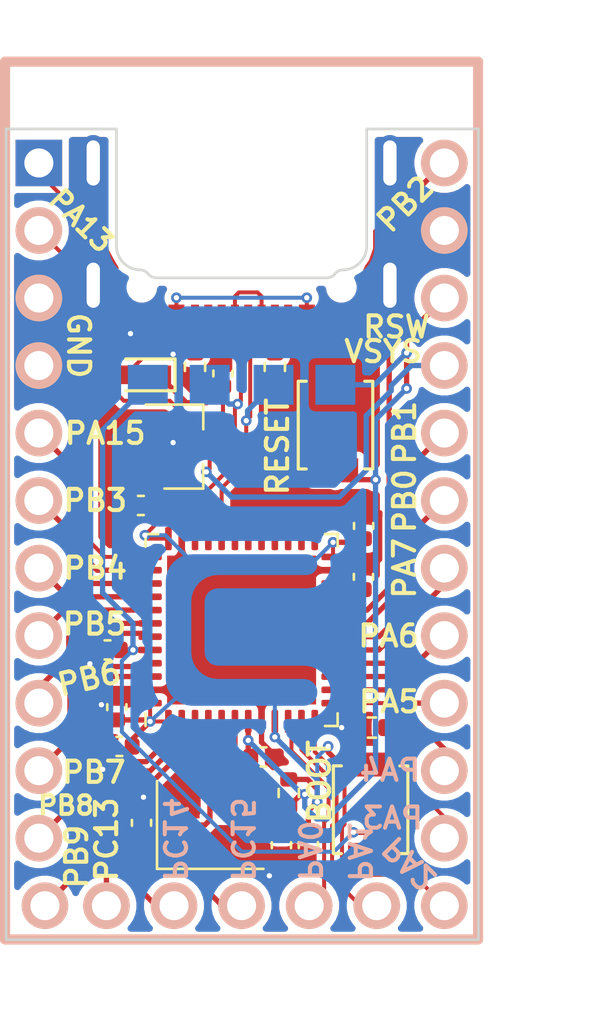
<source format=kicad_pcb>
(kicad_pcb (version 20171130) (host pcbnew "(5.1.12)-1")

  (general
    (thickness 1)
    (drawings 35)
    (tracks 366)
    (zones 0)
    (modules 27)
    (nets 38)
  )

  (page User 200 200)
  (title_block
    (title "RP2040 Minimal Design Example")
    (date 2020-07-13)
    (rev REV1)
    (company "Raspberry Pi (Trading) Ltd")
  )

  (layers
    (0 F.Cu signal)
    (31 B.Cu signal)
    (32 B.Adhes user hide)
    (33 F.Adhes user hide)
    (34 B.Paste user)
    (35 F.Paste user)
    (36 B.SilkS user)
    (37 F.SilkS user)
    (38 B.Mask user)
    (39 F.Mask user)
    (40 Dwgs.User user)
    (41 Cmts.User user)
    (42 Eco1.User user hide)
    (43 Eco2.User user hide)
    (44 Edge.Cuts user)
    (45 Margin user hide)
    (46 B.CrtYd user)
    (47 F.CrtYd user)
    (48 B.Fab user hide)
    (49 F.Fab user hide)
  )

  (setup
    (last_trace_width 0.15)
    (user_trace_width 0.2)
    (user_trace_width 0.25)
    (user_trace_width 0.3)
    (user_trace_width 0.35)
    (user_trace_width 0.4)
    (user_trace_width 0.6)
    (user_trace_width 0.8)
    (user_trace_width 1)
    (trace_clearance 0.15)
    (zone_clearance 0.5)
    (zone_45_only no)
    (trace_min 0.15)
    (via_size 0.4)
    (via_drill 0.2)
    (via_min_size 0.4)
    (via_min_drill 0.2)
    (user_via 0.4 0.2)
    (uvia_size 0.3)
    (uvia_drill 0.1)
    (uvias_allowed no)
    (uvia_min_size 0.2)
    (uvia_min_drill 0.1)
    (edge_width 0.1)
    (segment_width 0.1)
    (pcb_text_width 0.153)
    (pcb_text_size 0.8 0.8)
    (mod_edge_width 0.1)
    (mod_text_size 0.8 0.8)
    (mod_text_width 0.153)
    (pad_size 1.5 1.5)
    (pad_drill 0)
    (pad_to_mask_clearance 0.051)
    (solder_mask_min_width 0.09)
    (aux_axis_origin 94.75 58.725)
    (grid_origin 94.75 58.725)
    (visible_elements 7FFFFFFF)
    (pcbplotparams
      (layerselection 0x310fc_ffffffff)
      (usegerberextensions true)
      (usegerberattributes false)
      (usegerberadvancedattributes false)
      (creategerberjobfile false)
      (excludeedgelayer true)
      (linewidth 0.150000)
      (plotframeref false)
      (viasonmask false)
      (mode 1)
      (useauxorigin false)
      (hpglpennumber 1)
      (hpglpenspeed 20)
      (hpglpendiameter 15.000000)
      (psnegative false)
      (psa4output false)
      (plotreference true)
      (plotvalue false)
      (plotinvisibletext false)
      (padsonsilk false)
      (subtractmaskfromsilk true)
      (outputformat 1)
      (mirror false)
      (drillshape 0)
      (scaleselection 1)
      (outputdirectory "Gerbers/"))
  )

  (net 0 "")
  (net 1 GND)
  (net 2 VBUS)
  (net 3 +3V3)
  (net 4 "Net-(C1-Pad2)")
  (net 5 boot0)
  (net 6 resetsw)
  (net 7 "Net-(R1-Pad2)")
  (net 8 "Net-(R2-Pad2)")
  (net 9 D+)
  (net 10 D-)
  (net 11 PB9)
  (net 12 PB8)
  (net 13 PB7)
  (net 14 PB6)
  (net 15 PB5)
  (net 16 PB4)
  (net 17 PB3)
  (net 18 PA15)
  (net 19 PB2)
  (net 20 PB1)
  (net 21 PB0)
  (net 22 PA7)
  (net 23 PA2)
  (net 24 PA1)
  (net 25 PA0)
  (net 26 PC13)
  (net 27 PC14)
  (net 28 PC15)
  (net 29 VSYS)
  (net 30 PA13-SWDIO)
  (net 31 PA14-SWCLK)
  (net 32 OSCIN)
  (net 33 OSCOUT)
  (net 34 PA6)
  (net 35 PA5)
  (net 36 PA4)
  (net 37 PA3)

  (net_class Default "This is the default net class."
    (clearance 0.15)
    (trace_width 0.15)
    (via_dia 0.4)
    (via_drill 0.2)
    (uvia_dia 0.3)
    (uvia_drill 0.1)
    (add_net +3V3)
    (add_net D+)
    (add_net D-)
    (add_net GND)
    (add_net "Net-(C1-Pad2)")
    (add_net "Net-(R1-Pad2)")
    (add_net "Net-(R2-Pad2)")
    (add_net OSCIN)
    (add_net OSCOUT)
    (add_net PA0)
    (add_net PA1)
    (add_net PA13-SWDIO)
    (add_net PA14-SWCLK)
    (add_net PA15)
    (add_net PA2)
    (add_net PA3)
    (add_net PA4)
    (add_net PA5)
    (add_net PA6)
    (add_net PA7)
    (add_net PB0)
    (add_net PB1)
    (add_net PB2)
    (add_net PB3)
    (add_net PB4)
    (add_net PB5)
    (add_net PB6)
    (add_net PB7)
    (add_net PB8)
    (add_net PB9)
    (add_net PC13)
    (add_net PC14)
    (add_net PC15)
    (add_net VBUS)
    (add_net VSYS)
    (add_net boot0)
    (add_net resetsw)
  )

  (net_class USB_DIFF_90 ""
    (clearance 0.15)
    (trace_width 0.15)
    (via_dia 0.4)
    (via_drill 0.2)
    (uvia_dia 0.3)
    (uvia_drill 0.1)
    (diff_pair_width 0.4)
    (diff_pair_gap 0.3)
  )

  (module EnvExtras:CustomTestPoint (layer B.Cu) (tedit 61DEC3FC) (tstamp 61E16A6D)
    (at 33.225 25.1)
    (descr "SMD pad as test Point, diameter 1.0mm")
    (tags "test point SMD pad")
    (path /61F0E10C)
    (attr virtual)
    (fp_text reference TP4 (at 0 1.6) (layer F.Fab)
      (effects (font (size 1 1) (thickness 0.15)))
    )
    (fp_text value TestPoint (at 0 -1.7) (layer F.Fab)
      (effects (font (size 1 1) (thickness 0.15)))
    )
    (pad 1 smd rect (at 0 0) (size 1.5 1.5) (layers B.Cu B.Mask)
      (net 5 boot0))
  )

  (module EnvExtras:CustomTestPoint (layer B.Cu) (tedit 61DDBB99) (tstamp 61E16A68)
    (at 40.275 25.1)
    (descr "SMD pad as test Point, diameter 1.0mm")
    (tags "test point SMD pad")
    (path /61F0DBE1)
    (attr virtual)
    (fp_text reference TP3 (at 0 1.6) (layer F.Fab)
      (effects (font (size 1 1) (thickness 0.15)))
    )
    (fp_text value TestPoint (at 0 -1.7) (layer F.Fab)
      (effects (font (size 1 1) (thickness 0.15)))
    )
    (pad 1 smd rect (at 0 0) (size 1.5 1.5) (layers B.Cu B.Mask)
      (net 6 resetsw))
  )

  (module EnvExtras:CustomTestPoint (layer B.Cu) (tedit 61DDBB99) (tstamp 61E16A63)
    (at 35.55 25.1)
    (descr "SMD pad as test Point, diameter 1.0mm")
    (tags "test point SMD pad")
    (path /61F0D576)
    (attr virtual)
    (fp_text reference TP2 (at 0 1.6) (layer F.Fab)
      (effects (font (size 1 1) (thickness 0.15)))
    )
    (fp_text value TestPoint (at 0 -1.7) (layer F.Fab)
      (effects (font (size 1 1) (thickness 0.15)))
    )
    (pad 1 smd rect (at 0 0) (size 1.5 1.5) (layers B.Cu B.Mask)
      (net 9 D+))
  )

  (module EnvExtras:CustomTestPoint (layer B.Cu) (tedit 61DDBB99) (tstamp 61E16A5E)
    (at 37.95 25.1)
    (descr "SMD pad as test Point, diameter 1.0mm")
    (tags "test point SMD pad")
    (path /61F0C934)
    (attr virtual)
    (fp_text reference TP1 (at 0 1.6) (layer F.Fab)
      (effects (font (size 1 1) (thickness 0.15)))
    )
    (fp_text value TestPoint (at 0 -1.7) (layer F.Fab)
      (effects (font (size 1 1) (thickness 0.15)))
    )
    (pad 1 smd rect (at 0 0) (size 1.5 1.5) (layers B.Cu B.Mask)
      (net 10 D-))
  )

  (module Keebio-Parts:Elite-C locked (layer F.Cu) (tedit 61DEC271) (tstamp 61DEE226)
    (at 36.75 30.725 270)
    (path /61DF70A8)
    (fp_text reference U3 (at 0 1.625 90) (layer F.Fab) hide
      (effects (font (size 1.2 1.2) (thickness 0.2032)))
    )
    (fp_text value Elite-C (at 0 0 90) (layer F.SilkS) hide
      (effects (font (size 1.2 1.2) (thickness 0.2032)))
    )
    (fp_line (start -15.24 8.89) (end 15.24 8.89) (layer F.SilkS) (width 0.381))
    (fp_line (start 15.24 8.89) (end 15.24 -8.89) (layer F.SilkS) (width 0.381))
    (fp_line (start 15.24 -8.89) (end -15.24 -8.89) (layer F.SilkS) (width 0.381))
    (fp_line (start 15.24 -8.89) (end -17.78 -8.89) (layer B.SilkS) (width 0.381))
    (fp_line (start 15.24 8.89) (end 15.24 -8.89) (layer B.SilkS) (width 0.381))
    (fp_line (start -17.78 8.89) (end 15.24 8.89) (layer B.SilkS) (width 0.381))
    (fp_line (start -17.78 -8.89) (end -17.78 8.89) (layer B.SilkS) (width 0.381))
    (fp_line (start -15.24 -8.89) (end -17.78 -8.89) (layer F.SilkS) (width 0.381))
    (fp_line (start -17.78 -8.89) (end -17.78 8.89) (layer F.SilkS) (width 0.381))
    (fp_line (start -17.78 8.89) (end -15.24 8.89) (layer F.SilkS) (width 0.381))
    (fp_line (start -14.224 -3.556) (end -14.224 3.81) (layer Dwgs.User) (width 0.2))
    (fp_line (start -14.224 3.81) (end -19.304 3.81) (layer Dwgs.User) (width 0.2))
    (fp_line (start -19.304 3.81) (end -19.304 -3.556) (layer Dwgs.User) (width 0.2))
    (fp_line (start -19.304 -3.556) (end -14.224 -3.556) (layer Dwgs.User) (width 0.2))
    (pad 25 thru_hole circle (at 13.97 5.08 270) (size 1.7526 1.7526) (drill 1.0922) (layers *.Cu *.SilkS *.Mask)
      (net 26 PC13))
    (pad 26 thru_hole circle (at 13.97 2.54 270) (size 1.7526 1.7526) (drill 1.0922) (layers *.Cu *.SilkS *.Mask)
      (net 27 PC14))
    (pad 27 thru_hole circle (at 13.97 0 270) (size 1.7526 1.7526) (drill 1.0922) (layers *.Cu *.SilkS *.Mask)
      (net 28 PC15))
    (pad 28 thru_hole circle (at 13.97 -2.54 270) (size 1.7526 1.7526) (drill 1.0922) (layers *.Cu *.SilkS *.Mask)
      (net 25 PA0))
    (pad 29 thru_hole circle (at 13.97 -5.08 270) (size 1.7526 1.7526) (drill 1.0922) (layers *.Cu *.SilkS *.Mask)
      (net 24 PA1))
    (pad 24 thru_hole circle (at -13.97 -7.62 270) (size 1.7526 1.7526) (drill 1.0922) (layers *.Cu *.SilkS *.Mask)
      (net 19 PB2))
    (pad 12 thru_hole circle (at 13.97 7.3914 270) (size 1.7526 1.7526) (drill 1.0922) (layers *.Cu *.SilkS *.Mask)
      (net 11 PB9))
    (pad 23 thru_hole circle (at -11.43 -7.62 270) (size 1.7526 1.7526) (drill 1.0922) (layers *.Cu *.SilkS *.Mask)
      (net 1 GND))
    (pad 22 thru_hole circle (at -8.89 -7.62 270) (size 1.7526 1.7526) (drill 1.0922) (layers *.Cu *.SilkS *.Mask)
      (net 6 resetsw))
    (pad 21 thru_hole circle (at -6.35 -7.62 270) (size 1.7526 1.7526) (drill 1.0922) (layers *.Cu *.SilkS *.Mask)
      (net 29 VSYS))
    (pad 20 thru_hole circle (at -3.81 -7.62 270) (size 1.7526 1.7526) (drill 1.0922) (layers *.Cu *.SilkS *.Mask)
      (net 20 PB1))
    (pad 19 thru_hole circle (at -1.27 -7.62 270) (size 1.7526 1.7526) (drill 1.0922) (layers *.Cu *.SilkS *.Mask)
      (net 21 PB0))
    (pad 18 thru_hole circle (at 1.27 -7.62 270) (size 1.7526 1.7526) (drill 1.0922) (layers *.Cu *.SilkS *.Mask)
      (net 22 PA7))
    (pad 17 thru_hole circle (at 3.81 -7.62 270) (size 1.7526 1.7526) (drill 1.0922) (layers *.Cu *.SilkS *.Mask)
      (net 34 PA6))
    (pad 16 thru_hole circle (at 6.35 -7.62 270) (size 1.7526 1.7526) (drill 1.0922) (layers *.Cu *.SilkS *.Mask)
      (net 35 PA5))
    (pad 15 thru_hole circle (at 8.89 -7.62 270) (size 1.7526 1.7526) (drill 1.0922) (layers *.Cu *.SilkS *.Mask)
      (net 36 PA4))
    (pad 14 thru_hole circle (at 11.43 -7.62 270) (size 1.7526 1.7526) (drill 1.0922) (layers *.Cu *.SilkS *.Mask)
      (net 37 PA3))
    (pad 13 thru_hole circle (at 13.97 -7.62 270) (size 1.7526 1.7526) (drill 1.0922) (layers *.Cu *.SilkS *.Mask)
      (net 23 PA2))
    (pad 11 thru_hole circle (at 11.43 7.62 270) (size 1.7526 1.7526) (drill 1.0922) (layers *.Cu *.SilkS *.Mask)
      (net 12 PB8))
    (pad 10 thru_hole circle (at 8.89 7.62 270) (size 1.7526 1.7526) (drill 1.0922) (layers *.Cu *.SilkS *.Mask)
      (net 13 PB7))
    (pad 9 thru_hole circle (at 6.35 7.62 270) (size 1.7526 1.7526) (drill 1.0922) (layers *.Cu *.SilkS *.Mask)
      (net 14 PB6))
    (pad 8 thru_hole circle (at 3.81 7.62 270) (size 1.7526 1.7526) (drill 1.0922) (layers *.Cu *.SilkS *.Mask)
      (net 15 PB5))
    (pad 7 thru_hole circle (at 1.27 7.62 270) (size 1.7526 1.7526) (drill 1.0922) (layers *.Cu *.SilkS *.Mask)
      (net 16 PB4))
    (pad 6 thru_hole circle (at -1.27 7.62 270) (size 1.7526 1.7526) (drill 1.0922) (layers *.Cu *.SilkS *.Mask)
      (net 17 PB3))
    (pad 5 thru_hole circle (at -3.81 7.62 270) (size 1.7526 1.7526) (drill 1.0922) (layers *.Cu *.SilkS *.Mask)
      (net 18 PA15))
    (pad 4 thru_hole circle (at -6.35 7.62 270) (size 1.7526 1.7526) (drill 1.0922) (layers *.Cu *.SilkS *.Mask)
      (net 1 GND))
    (pad 3 thru_hole circle (at -8.89 7.62 270) (size 1.7526 1.7526) (drill 1.0922) (layers *.Cu *.SilkS *.Mask)
      (net 1 GND))
    (pad 2 thru_hole circle (at -11.43 7.62 270) (size 1.7526 1.7526) (drill 1.0922) (layers *.Cu *.SilkS *.Mask)
      (net 31 PA14-SWCLK))
    (pad 1 thru_hole rect (at -13.97 7.62 270) (size 1.7526 1.7526) (drill 1.0922) (layers *.Cu *.Mask)
      (net 30 PA13-SWDIO))
    (model /Users/danny/Documents/proj/custom-keyboard/kicad-libs/3d_models/ArduinoProMicro.wrl
      (offset (xyz -13.96999979019165 -7.619999885559082 -5.841999912261963))
      (scale (xyz 0.395 0.395 0.395))
      (rotate (xyz 90 180 180))
    )
  )

  (module Button_Switch_SMD:SW_SPST_B3U-1000P (layer F.Cu) (tedit 5A02FC95) (tstamp 61DEE139)
    (at 40.28 26.616 270)
    (descr "Ultra-small-sized Tactile Switch with High Contact Reliability, Top-actuated Model, without Ground Terminal, without Boss")
    (tags "Tactile Switch")
    (path /60F65F42)
    (attr smd)
    (fp_text reference SW2 (at 0 -2.5 90) (layer F.Fab)
      (effects (font (size 1 1) (thickness 0.15)))
    )
    (fp_text value "Reset Switch" (at 0 2.5 90) (layer F.Fab)
      (effects (font (size 1 1) (thickness 0.15)))
    )
    (fp_text user %R (at 0 -2.5 90) (layer F.Fab)
      (effects (font (size 1 1) (thickness 0.15)))
    )
    (fp_line (start -2.4 1.65) (end 2.4 1.65) (layer F.CrtYd) (width 0.05))
    (fp_line (start 2.4 1.65) (end 2.4 -1.65) (layer F.CrtYd) (width 0.05))
    (fp_line (start 2.4 -1.65) (end -2.4 -1.65) (layer F.CrtYd) (width 0.05))
    (fp_line (start -2.4 -1.65) (end -2.4 1.65) (layer F.CrtYd) (width 0.05))
    (fp_line (start -1.65 1.1) (end -1.65 1.4) (layer F.SilkS) (width 0.12))
    (fp_line (start -1.65 1.4) (end 1.65 1.4) (layer F.SilkS) (width 0.12))
    (fp_line (start 1.65 1.4) (end 1.65 1.1) (layer F.SilkS) (width 0.12))
    (fp_line (start -1.65 -1.1) (end -1.65 -1.4) (layer F.SilkS) (width 0.12))
    (fp_line (start -1.65 -1.4) (end 1.65 -1.4) (layer F.SilkS) (width 0.12))
    (fp_line (start 1.65 -1.4) (end 1.65 -1.1) (layer F.SilkS) (width 0.12))
    (fp_line (start -1.5 -1.25) (end 1.5 -1.25) (layer F.Fab) (width 0.1))
    (fp_line (start 1.5 -1.25) (end 1.5 1.25) (layer F.Fab) (width 0.1))
    (fp_line (start 1.5 1.25) (end -1.5 1.25) (layer F.Fab) (width 0.1))
    (fp_line (start -1.5 1.25) (end -1.5 -1.25) (layer F.Fab) (width 0.1))
    (fp_circle (center 0 0) (end 0.75 0) (layer F.Fab) (width 0.1))
    (pad 2 smd rect (at 1.7 0 270) (size 0.9 1.7) (layers F.Cu F.Paste F.Mask)
      (net 6 resetsw))
    (pad 1 smd rect (at -1.7 0 270) (size 0.9 1.7) (layers F.Cu F.Paste F.Mask)
      (net 1 GND))
    (model ${KISYS3DMOD}/Button_Switch_SMD.3dshapes/SW_SPST_B3U-1000P.wrl
      (at (xyz 0 0 0))
      (scale (xyz 1 1 1))
      (rotate (xyz 0 0 0))
    )
  )

  (module Button_Switch_SMD:SW_SPST_B3U-1000P (layer F.Cu) (tedit 5A02FC95) (tstamp 61E0813D)
    (at 41.6 41.085 270)
    (descr "Ultra-small-sized Tactile Switch with High Contact Reliability, Top-actuated Model, without Ground Terminal, without Boss")
    (tags "Tactile Switch")
    (path /60EE310E)
    (attr smd)
    (fp_text reference SW1 (at 0 -2.5 90) (layer F.Fab)
      (effects (font (size 1 1) (thickness 0.15)))
    )
    (fp_text value "Boot Mode" (at 0 2.5 90) (layer F.Fab)
      (effects (font (size 1 1) (thickness 0.15)))
    )
    (fp_text user %R (at 0 -2.5 90) (layer F.Fab)
      (effects (font (size 1 1) (thickness 0.15)))
    )
    (fp_line (start -2.4 1.65) (end 2.4 1.65) (layer F.CrtYd) (width 0.05))
    (fp_line (start 2.4 1.65) (end 2.4 -1.65) (layer F.CrtYd) (width 0.05))
    (fp_line (start 2.4 -1.65) (end -2.4 -1.65) (layer F.CrtYd) (width 0.05))
    (fp_line (start -2.4 -1.65) (end -2.4 1.65) (layer F.CrtYd) (width 0.05))
    (fp_line (start -1.65 1.1) (end -1.65 1.4) (layer F.SilkS) (width 0.12))
    (fp_line (start -1.65 1.4) (end 1.65 1.4) (layer F.SilkS) (width 0.12))
    (fp_line (start 1.65 1.4) (end 1.65 1.1) (layer F.SilkS) (width 0.12))
    (fp_line (start -1.65 -1.1) (end -1.65 -1.4) (layer F.SilkS) (width 0.12))
    (fp_line (start -1.65 -1.4) (end 1.65 -1.4) (layer F.SilkS) (width 0.12))
    (fp_line (start 1.65 -1.4) (end 1.65 -1.1) (layer F.SilkS) (width 0.12))
    (fp_line (start -1.5 -1.25) (end 1.5 -1.25) (layer F.Fab) (width 0.1))
    (fp_line (start 1.5 -1.25) (end 1.5 1.25) (layer F.Fab) (width 0.1))
    (fp_line (start 1.5 1.25) (end -1.5 1.25) (layer F.Fab) (width 0.1))
    (fp_line (start -1.5 1.25) (end -1.5 -1.25) (layer F.Fab) (width 0.1))
    (fp_circle (center 0 0) (end 0.75 0) (layer F.Fab) (width 0.1))
    (pad 2 smd rect (at 1.7 0 270) (size 0.9 1.7) (layers F.Cu F.Paste F.Mask)
      (net 5 boot0))
    (pad 1 smd rect (at -1.7 0 270) (size 0.9 1.7) (layers F.Cu F.Paste F.Mask)
      (net 3 +3V3))
    (model ${KISYS3DMOD}/Button_Switch_SMD.3dshapes/SW_SPST_B3U-1000P.wrl
      (at (xyz 0 0 0))
      (scale (xyz 1 1 1))
      (rotate (xyz 0 0 0))
    )
  )

  (module Capacitor_SMD:C_0402_1005Metric (layer F.Cu) (tedit 5F68FEEE) (tstamp 61DEE006)
    (at 39.26 42.415 90)
    (descr "Capacitor SMD 0402 (1005 Metric), square (rectangular) end terminal, IPC_7351 nominal, (Body size source: IPC-SM-782 page 76, https://www.pcb-3d.com/wordpress/wp-content/uploads/ipc-sm-782a_amendment_1_and_2.pdf), generated with kicad-footprint-generator")
    (tags capacitor)
    (path /612F9D1B)
    (attr smd)
    (fp_text reference C4 (at 0 -1.16 90) (layer F.Fab)
      (effects (font (size 1 1) (thickness 0.15)))
    )
    (fp_text value "100nf capacitor" (at 0 1.16 90) (layer F.Fab)
      (effects (font (size 1 1) (thickness 0.15)))
    )
    (fp_text user %R (at 0 0 90) (layer F.Fab)
      (effects (font (size 0.25 0.25) (thickness 0.04)))
    )
    (fp_line (start -0.5 0.25) (end -0.5 -0.25) (layer F.Fab) (width 0.1))
    (fp_line (start -0.5 -0.25) (end 0.5 -0.25) (layer F.Fab) (width 0.1))
    (fp_line (start 0.5 -0.25) (end 0.5 0.25) (layer F.Fab) (width 0.1))
    (fp_line (start 0.5 0.25) (end -0.5 0.25) (layer F.Fab) (width 0.1))
    (fp_line (start -0.107836 -0.36) (end 0.107836 -0.36) (layer F.SilkS) (width 0.1))
    (fp_line (start -0.107836 0.36) (end 0.107836 0.36) (layer F.SilkS) (width 0.1))
    (fp_line (start -0.91 0.46) (end -0.91 -0.46) (layer F.CrtYd) (width 0.1))
    (fp_line (start -0.91 -0.46) (end 0.91 -0.46) (layer F.CrtYd) (width 0.1))
    (fp_line (start 0.91 -0.46) (end 0.91 0.46) (layer F.CrtYd) (width 0.1))
    (fp_line (start 0.91 0.46) (end -0.91 0.46) (layer F.CrtYd) (width 0.1))
    (pad 2 smd roundrect (at 0.48 0 90) (size 0.56 0.62) (layers F.Cu F.Paste F.Mask) (roundrect_rratio 0.25)
      (net 3 +3V3))
    (pad 1 smd roundrect (at -0.48 0 90) (size 0.56 0.62) (layers F.Cu F.Paste F.Mask) (roundrect_rratio 0.25)
      (net 1 GND))
    (model ${KISYS3DMOD}/Capacitor_SMD.3dshapes/C_0402_1005Metric.wrl
      (at (xyz 0 0 0))
      (scale (xyz 1 1 1))
      (rotate (xyz 0 0 0))
    )
  )

  (module Diode_SMD:D_SOD-523 (layer F.Cu) (tedit 586419F0) (tstamp 61DEE096)
    (at 33.1 24.725 180)
    (descr "http://www.diodes.com/datasheets/ap02001.pdf p.144")
    (tags "Diode SOD523")
    (path /611CF5D5)
    (attr smd)
    (fp_text reference D1 (at 0 -1.3) (layer F.Fab)
      (effects (font (size 1 1) (thickness 0.15)))
    )
    (fp_text value "General Purpose diode SOD-523" (at 0 1.4) (layer F.Fab)
      (effects (font (size 1 1) (thickness 0.15)))
    )
    (fp_text user %R (at 0 -1.3) (layer F.Fab)
      (effects (font (size 1 1) (thickness 0.15)))
    )
    (fp_line (start -1.15 -0.6) (end -1.15 0.6) (layer F.SilkS) (width 0.12))
    (fp_line (start 1.25 -0.7) (end 1.25 0.7) (layer F.CrtYd) (width 0.05))
    (fp_line (start -1.25 -0.7) (end 1.25 -0.7) (layer F.CrtYd) (width 0.05))
    (fp_line (start -1.25 0.7) (end -1.25 -0.7) (layer F.CrtYd) (width 0.05))
    (fp_line (start 1.25 0.7) (end -1.25 0.7) (layer F.CrtYd) (width 0.05))
    (fp_line (start 0.1 0) (end 0.25 0) (layer F.Fab) (width 0.1))
    (fp_line (start 0.1 -0.2) (end -0.2 0) (layer F.Fab) (width 0.1))
    (fp_line (start 0.1 0.2) (end 0.1 -0.2) (layer F.Fab) (width 0.1))
    (fp_line (start -0.2 0) (end 0.1 0.2) (layer F.Fab) (width 0.1))
    (fp_line (start -0.2 0) (end -0.35 0) (layer F.Fab) (width 0.1))
    (fp_line (start -0.2 0.2) (end -0.2 -0.2) (layer F.Fab) (width 0.1))
    (fp_line (start 0.65 -0.45) (end 0.65 0.45) (layer F.Fab) (width 0.1))
    (fp_line (start -0.65 -0.45) (end 0.65 -0.45) (layer F.Fab) (width 0.1))
    (fp_line (start -0.65 0.45) (end -0.65 -0.45) (layer F.Fab) (width 0.1))
    (fp_line (start 0.65 0.45) (end -0.65 0.45) (layer F.Fab) (width 0.1))
    (fp_line (start 0.7 -0.6) (end -1.15 -0.6) (layer F.SilkS) (width 0.12))
    (fp_line (start 0.7 0.6) (end -1.15 0.6) (layer F.SilkS) (width 0.12))
    (pad 1 smd rect (at -0.7 0) (size 0.6 0.7) (layers F.Cu F.Paste F.Mask)
      (net 29 VSYS))
    (pad 2 smd rect (at 0.7 0) (size 0.6 0.7) (layers F.Cu F.Paste F.Mask)
      (net 2 VBUS))
    (model ${KISYS3DMOD}/Diode_SMD.3dshapes/D_SOD-523.wrl
      (at (xyz 0 0 0))
      (scale (xyz 1 1 1))
      (rotate (xyz 0 0 0))
    )
  )

  (module Crystal:Crystal_SMD_3225-4Pin_3.2x2.5mm (layer F.Cu) (tedit 5A0FD1B2) (tstamp 61DEE26A)
    (at 35.571 41.66)
    (descr "SMD Crystal SERIES SMD3225/4 http://www.txccrystal.com/images/pdf/7m-accuracy.pdf, 3.2x2.5mm^2 package")
    (tags "SMD SMT crystal")
    (path /61944889)
    (attr smd)
    (fp_text reference Y1 (at 0 -2.45) (layer F.Fab)
      (effects (font (size 1 1) (thickness 0.15)))
    )
    (fp_text value "8Mhz 3225" (at 0 2.45) (layer F.Fab)
      (effects (font (size 1 1) (thickness 0.15)))
    )
    (fp_text user %R (at 0 0) (layer F.Fab)
      (effects (font (size 0.7 0.7) (thickness 0.105)))
    )
    (fp_line (start -1.6 -1.25) (end -1.6 1.25) (layer F.Fab) (width 0.1))
    (fp_line (start -1.6 1.25) (end 1.6 1.25) (layer F.Fab) (width 0.1))
    (fp_line (start 1.6 1.25) (end 1.6 -1.25) (layer F.Fab) (width 0.1))
    (fp_line (start 1.6 -1.25) (end -1.6 -1.25) (layer F.Fab) (width 0.1))
    (fp_line (start -1.6 0.25) (end -0.6 1.25) (layer F.Fab) (width 0.1))
    (fp_line (start -2 -1.65) (end -2 1.65) (layer F.SilkS) (width 0.1))
    (fp_line (start -2 1.65) (end 2 1.65) (layer F.SilkS) (width 0.1))
    (fp_line (start -2.1 -1.7) (end -2.1 1.7) (layer F.CrtYd) (width 0.1))
    (fp_line (start -2.1 1.7) (end 2.1 1.7) (layer F.CrtYd) (width 0.1))
    (fp_line (start 2.1 1.7) (end 2.1 -1.7) (layer F.CrtYd) (width 0.1))
    (fp_line (start 2.1 -1.7) (end -2.1 -1.7) (layer F.CrtYd) (width 0.1))
    (pad 4 smd rect (at -1.1 -0.85) (size 1.4 1.2) (layers F.Cu F.Paste F.Mask)
      (net 1 GND))
    (pad 3 smd rect (at 1.1 -0.85) (size 1.4 1.2) (layers F.Cu F.Paste F.Mask)
      (net 33 OSCOUT))
    (pad 2 smd rect (at 1.1 0.85) (size 1.4 1.2) (layers F.Cu F.Paste F.Mask)
      (net 1 GND))
    (pad 1 smd rect (at -1.1 0.85) (size 1.4 1.2) (layers F.Cu F.Paste F.Mask)
      (net 32 OSCIN))
    (model ${KISYS3DMOD}/Crystal.3dshapes/Crystal_SMD_3225-4Pin_3.2x2.5mm.wrl
      (at (xyz 0 0 0))
      (scale (xyz 1 1 1))
      (rotate (xyz 0 0 0))
    )
  )

  (module josh-connectors:USB_C_TYPE-C-31-M-14 (layer F.Cu) (tedit 60B44720) (tstamp 61DEE256)
    (at 36.75 19.775 180)
    (descr "USB C Type-C Receptacle SMD sunk into PCB")
    (path /611885BE)
    (fp_text reference USB1 (at 0 -5.35) (layer F.Fab)
      (effects (font (size 1 1) (thickness 0.15)))
    )
    (fp_text value HRO-TYPE-C-31-M-14 (at 0 6) (layer F.Fab)
      (effects (font (size 1 1) (thickness 0.15)))
    )
    (fp_arc (start 3.80304 -0.103128) (end 3.80304 -1.003128) (angle 90) (layer Edge.Cuts) (width 0.1))
    (fp_arc (start 3.827215 -1.424904) (end 3.80304 -1.003128) (angle 40.90122465) (layer Edge.Cuts) (width 0.1))
    (fp_arc (start 3.2 -0.9) (end 3.2 -1.3) (angle 56.30000062) (layer Edge.Cuts) (width 0.1))
    (fp_arc (start -3.80304 -0.103128) (end -3.80304 -1.003128) (angle -90) (layer Edge.Cuts) (width 0.1))
    (fp_arc (start -3.827215 -1.424904) (end -3.80304 -1.003128) (angle -40.90122465) (layer Edge.Cuts) (width 0.1))
    (fp_arc (start -3.2 -0.9) (end -3.2 -1.3) (angle -56.30000062) (layer Edge.Cuts) (width 0.1))
    (fp_text user REF* (at 0 0) (layer F.Fab)
      (effects (font (size 1 1) (thickness 0.1)))
    )
    (fp_line (start -6.2 -3.9) (end 6.2 -3.9) (layer F.Fab) (width 0.1))
    (fp_line (start -6.2 -3.9) (end -6.2 4.9) (layer F.Fab) (width 0.1))
    (fp_line (start -6.5 -4.1) (end 6.5 -4.1) (layer F.CrtYd) (width 0.1))
    (fp_line (start 6.5 -4.1) (end 6.5 5.15) (layer F.CrtYd) (width 0.1))
    (fp_line (start -6.5 -4.1) (end -6.5 5.15) (layer F.CrtYd) (width 0.1))
    (fp_line (start -6.5 5.15) (end 6.5 5.15) (layer F.CrtYd) (width 0.1))
    (fp_line (start -4.70304 4.296872) (end -4.70304 -0.103128) (layer Edge.Cuts) (width 0.1))
    (fp_line (start -3.2 -1.3) (end 3.2 -1.3) (layer Edge.Cuts) (width 0.1))
    (fp_line (start 6.2 4.9) (end 6.2 -3.9) (layer F.Fab) (width 0.1))
    (fp_line (start 6.2 4.9) (end -6.2 4.9) (layer F.Fab) (width 0.1))
    (fp_line (start 4.70304 4.296872) (end 4.70304 -0.103128) (layer Edge.Cuts) (width 0.1))
    (pad "" smd oval (at -5.675 3.02 180) (size 1.2 2.4) (layers F.Paste))
    (pad "" smd oval (at 5.675 3.02 180) (size 1.2 2.4) (layers F.Paste))
    (pad "" smd oval (at 5.675 -1.58 180) (size 1.2 2.4) (layers F.Paste))
    (pad "" smd oval (at -5.675 -1.58 180) (size 1.2 2.4) (layers F.Paste))
    (pad S1 thru_hole oval (at 5.575 3.02 180) (size 0.9 2.1) (drill oval 0.5 1.7) (layers *.Cu *.Mask F.Paste)
      (net 1 GND))
    (pad S1 thru_hole oval (at -5.575 3.02 180) (size 0.9 2.1) (drill oval 0.5 1.7) (layers *.Cu *.Mask F.Paste)
      (net 1 GND))
    (pad A12 smd rect (at 3.3 -2.86 180) (size 0.6 1.1) (layers F.Cu F.Paste F.Mask)
      (net 1 GND) (clearance 0.01))
    (pad B1 smd rect (at 3.3 -2.86 180) (size 0.6 1.1) (layers F.Cu F.Paste F.Mask)
      (net 1 GND) (clearance 0.01))
    (pad B4 smd rect (at 2.45 -2.86 180) (size 0.6 1.1) (layers F.Cu F.Paste F.Mask)
      (net 2 VBUS) (clearance 0.01))
    (pad A9 smd rect (at 2.45 -2.86 180) (size 0.6 1.1) (layers F.Cu F.Paste F.Mask)
      (net 2 VBUS) (clearance 0.01))
    (pad B9 smd rect (at -2.45 -2.86 180) (size 0.6 1.1) (layers F.Cu F.Paste F.Mask)
      (net 2 VBUS) (clearance 0.01))
    (pad A4 smd rect (at -2.45 -2.86 180) (size 0.6 1.1) (layers F.Cu F.Paste F.Mask)
      (net 2 VBUS) (clearance 0.01))
    (pad B12 smd rect (at -3.3 -2.86 180) (size 0.6 1.1) (layers F.Cu F.Paste F.Mask)
      (net 1 GND) (clearance 0.01))
    (pad A1 smd rect (at -3.3 -2.86 180) (size 0.6 1.1) (layers F.Cu F.Paste F.Mask)
      (net 1 GND) (clearance 0.01))
    (pad A6 smd rect (at -0.25 -2.86 180) (size 0.3 1.1) (layers F.Cu F.Paste F.Mask)
      (net 9 D+))
    (pad A5 smd rect (at -1.25 -2.86 180) (size 0.3 1.1) (layers F.Cu F.Paste F.Mask)
      (net 7 "Net-(R1-Pad2)"))
    (pad B8 smd rect (at -1.75 -2.86 180) (size 0.3 1.1) (layers F.Cu F.Paste F.Mask))
    (pad B7 smd rect (at -0.75 -2.86 180) (size 0.3 1.1) (layers F.Cu F.Paste F.Mask)
      (net 10 D-))
    (pad B5 smd rect (at 1.75 -2.86 180) (size 0.3 1.1) (layers F.Cu F.Paste F.Mask)
      (net 8 "Net-(R2-Pad2)"))
    (pad A8 smd rect (at 1.25 -2.86 180) (size 0.3 1.1) (layers F.Cu F.Paste F.Mask))
    (pad B6 smd rect (at 0.75 -2.86 180) (size 0.3 1.1) (layers F.Cu F.Paste F.Mask)
      (net 9 D+))
    (pad A7 smd rect (at 0.25 -2.86 180) (size 0.3 1.1) (layers F.Cu F.Paste F.Mask)
      (net 10 D-))
    (pad "" np_thru_hole circle (at 3.75 -1.66 180) (size 0.65 0.65) (drill 0.65) (layers *.Cu *.Mask)
      (clearance 0.01))
    (pad "" np_thru_hole circle (at -3.75 -1.66 180) (size 0.65 0.65) (drill 0.65) (layers *.Cu *.Mask)
      (clearance 0.01))
    (pad S1 thru_hole oval (at 5.575 -1.58 180) (size 0.9 2.1) (drill oval 0.5 1.7) (layers *.Cu *.Mask F.Paste)
      (net 1 GND))
    (pad S1 thru_hole oval (at -5.575 -1.58 180) (size 0.9 2.1) (drill oval 0.5 1.7) (layers *.Cu *.Mask)
      (net 1 GND))
    (model ${KIPRJMOD}/../../josh-kicad-lib/packages3d/josh-connectors/TYPE-C-31-M-14.step
      (offset (xyz 0.03 1 0.3))
      (scale (xyz 1 1 1))
      (rotate (xyz -90 0 0))
    )
    (model ${KIPRJMOD}/Resources/josh-kicad-lib/packages3d/josh-connectors/TYPE-C-31-M-14.step
      (offset (xyz 0 1 0.34))
      (scale (xyz 1 1 1))
      (rotate (xyz -90 0 0))
    )
  )

  (module Package_TO_SOT_SMD:SOT-23 (layer F.Cu) (tedit 5A02FF57) (tstamp 61DEE1A4)
    (at 34.55 27.425)
    (descr "SOT-23, Standard")
    (tags SOT-23)
    (path /6111B22A)
    (attr smd)
    (fp_text reference U2 (at 0 -2.5) (layer F.Fab)
      (effects (font (size 1 1) (thickness 0.15)))
    )
    (fp_text value XC6206PxxxMR (at 0 2.5) (layer F.Fab)
      (effects (font (size 1 1) (thickness 0.15)))
    )
    (fp_text user %R (at 0 0 90) (layer F.Fab)
      (effects (font (size 0.5 0.5) (thickness 0.075)))
    )
    (fp_line (start -0.7 -0.95) (end -0.7 1.5) (layer F.Fab) (width 0.1))
    (fp_line (start -0.15 -1.52) (end 0.7 -1.52) (layer F.Fab) (width 0.1))
    (fp_line (start -0.7 -0.95) (end -0.15 -1.52) (layer F.Fab) (width 0.1))
    (fp_line (start 0.7 -1.52) (end 0.7 1.52) (layer F.Fab) (width 0.1))
    (fp_line (start -0.7 1.52) (end 0.7 1.52) (layer F.Fab) (width 0.1))
    (fp_line (start 0.76 1.58) (end 0.76 0.65) (layer F.SilkS) (width 0.1))
    (fp_line (start 0.76 -1.58) (end 0.76 -0.65) (layer F.SilkS) (width 0.1))
    (fp_line (start -1.7 -1.75) (end 1.7 -1.75) (layer F.CrtYd) (width 0.1))
    (fp_line (start 1.7 -1.75) (end 1.7 1.75) (layer F.CrtYd) (width 0.1))
    (fp_line (start 1.7 1.75) (end -1.7 1.75) (layer F.CrtYd) (width 0.1))
    (fp_line (start -1.7 1.75) (end -1.7 -1.75) (layer F.CrtYd) (width 0.1))
    (fp_line (start 0.76 -1.58) (end -1.4 -1.58) (layer F.SilkS) (width 0.1))
    (fp_line (start 0.76 1.58) (end -0.7 1.58) (layer F.SilkS) (width 0.1))
    (pad 3 smd rect (at 1 0) (size 0.9 0.8) (layers F.Cu F.Paste F.Mask)
      (net 29 VSYS))
    (pad 2 smd rect (at -1 0.95) (size 0.9 0.8) (layers F.Cu F.Paste F.Mask)
      (net 3 +3V3))
    (pad 1 smd rect (at -1 -0.95) (size 0.9 0.8) (layers F.Cu F.Paste F.Mask)
      (net 1 GND))
    (model ${KISYS3DMOD}/Package_TO_SOT_SMD.3dshapes/SOT-23.wrl
      (at (xyz 0 0 0))
      (scale (xyz 1 1 1))
      (rotate (xyz 0 0 0))
    )
  )

  (module Package_DFN_QFN:QFN-48-1EP_7x7mm_P0.5mm_EP5.6x5.6mm (layer F.Cu) (tedit 5DC5F6A5) (tstamp 61DF8E04)
    (at 36.75 34.325 90)
    (descr "QFN, 48 Pin (http://www.st.com/resource/en/datasheet/stm32f042k6.pdf#page=94), generated with kicad-footprint-generator ipc_noLead_generator.py")
    (tags "QFN NoLead")
    (path /61118AF8)
    (attr smd)
    (fp_text reference U1 (at 0 -4.82 90) (layer F.Fab)
      (effects (font (size 1 1) (thickness 0.15)))
    )
    (fp_text value STM32F411CEUx (at 0 4.82 90) (layer F.Fab)
      (effects (font (size 1 1) (thickness 0.15)))
    )
    (fp_text user %R (at 0 0 90) (layer F.Fab)
      (effects (font (size 1 1) (thickness 0.15)))
    )
    (fp_line (start 3.135 -3.61) (end 3.61 -3.61) (layer F.SilkS) (width 0.1))
    (fp_line (start 3.61 -3.61) (end 3.61 -3.135) (layer F.SilkS) (width 0.1))
    (fp_line (start -3.135 3.61) (end -3.61 3.61) (layer F.SilkS) (width 0.1))
    (fp_line (start -3.61 3.61) (end -3.61 3.135) (layer F.SilkS) (width 0.1))
    (fp_line (start 3.135 3.61) (end 3.61 3.61) (layer F.SilkS) (width 0.1))
    (fp_line (start 3.61 3.61) (end 3.61 3.135) (layer F.SilkS) (width 0.1))
    (fp_line (start -3.135 -3.61) (end -3.61 -3.61) (layer F.SilkS) (width 0.1))
    (fp_line (start -2.5 -3.5) (end 3.5 -3.5) (layer F.Fab) (width 0.1))
    (fp_line (start 3.5 -3.5) (end 3.5 3.5) (layer F.Fab) (width 0.1))
    (fp_line (start 3.5 3.5) (end -3.5 3.5) (layer F.Fab) (width 0.1))
    (fp_line (start -3.5 3.5) (end -3.5 -2.5) (layer F.Fab) (width 0.1))
    (fp_line (start -3.5 -2.5) (end -2.5 -3.5) (layer F.Fab) (width 0.1))
    (fp_line (start -4.12 -4.12) (end -4.12 4.12) (layer F.CrtYd) (width 0.1))
    (fp_line (start -4.12 4.12) (end 4.12 4.12) (layer F.CrtYd) (width 0.1))
    (fp_line (start 4.12 4.12) (end 4.12 -4.12) (layer F.CrtYd) (width 0.1))
    (fp_line (start 4.12 -4.12) (end -4.12 -4.12) (layer F.CrtYd) (width 0.1))
    (pad "" smd roundrect (at 2.1 2.1 90) (size 1.13 1.13) (layers F.Paste) (roundrect_rratio 0.221239))
    (pad "" smd roundrect (at 2.1 0.7 90) (size 1.13 1.13) (layers F.Paste) (roundrect_rratio 0.221239))
    (pad "" smd roundrect (at 2.1 -0.7 90) (size 1.13 1.13) (layers F.Paste) (roundrect_rratio 0.221239))
    (pad "" smd roundrect (at 2.1 -2.1 90) (size 1.13 1.13) (layers F.Paste) (roundrect_rratio 0.221239))
    (pad "" smd roundrect (at 0.7 2.1 90) (size 1.13 1.13) (layers F.Paste) (roundrect_rratio 0.221239))
    (pad "" smd roundrect (at 0.7 0.7 90) (size 1.13 1.13) (layers F.Paste) (roundrect_rratio 0.221239))
    (pad "" smd roundrect (at 0.7 -0.7 90) (size 1.13 1.13) (layers F.Paste) (roundrect_rratio 0.221239))
    (pad "" smd roundrect (at 0.7 -2.1 90) (size 1.13 1.13) (layers F.Paste) (roundrect_rratio 0.221239))
    (pad "" smd roundrect (at -0.7 2.1 90) (size 1.13 1.13) (layers F.Paste) (roundrect_rratio 0.221239))
    (pad "" smd roundrect (at -0.7 0.7 90) (size 1.13 1.13) (layers F.Paste) (roundrect_rratio 0.221239))
    (pad "" smd roundrect (at -0.7 -0.7 90) (size 1.13 1.13) (layers F.Paste) (roundrect_rratio 0.221239))
    (pad "" smd roundrect (at -0.7 -2.1 90) (size 1.13 1.13) (layers F.Paste) (roundrect_rratio 0.221239))
    (pad "" smd roundrect (at -2.1 2.1 90) (size 1.13 1.13) (layers F.Paste) (roundrect_rratio 0.221239))
    (pad "" smd roundrect (at -2.1 0.7 90) (size 1.13 1.13) (layers F.Paste) (roundrect_rratio 0.221239))
    (pad "" smd roundrect (at -2.1 -0.7 90) (size 1.13 1.13) (layers F.Paste) (roundrect_rratio 0.221239))
    (pad "" smd roundrect (at -2.1 -2.1 90) (size 1.13 1.13) (layers F.Paste) (roundrect_rratio 0.221239))
    (pad 49 smd rect (at 0 0 90) (size 5.6 5.6) (layers F.Cu F.Mask)
      (net 1 GND))
    (pad 48 smd roundrect (at -2.75 -3.4375 90) (size 0.25 0.875) (layers F.Cu F.Paste F.Mask) (roundrect_rratio 0.25)
      (net 3 +3V3))
    (pad 47 smd roundrect (at -2.25 -3.4375 90) (size 0.25 0.875) (layers F.Cu F.Paste F.Mask) (roundrect_rratio 0.25)
      (net 1 GND))
    (pad 46 smd roundrect (at -1.75 -3.4375 90) (size 0.25 0.875) (layers F.Cu F.Paste F.Mask) (roundrect_rratio 0.25)
      (net 11 PB9))
    (pad 45 smd roundrect (at -1.25 -3.4375 90) (size 0.25 0.875) (layers F.Cu F.Paste F.Mask) (roundrect_rratio 0.25)
      (net 12 PB8))
    (pad 44 smd roundrect (at -0.75 -3.4375 90) (size 0.25 0.875) (layers F.Cu F.Paste F.Mask) (roundrect_rratio 0.25)
      (net 5 boot0))
    (pad 43 smd roundrect (at -0.25 -3.4375 90) (size 0.25 0.875) (layers F.Cu F.Paste F.Mask) (roundrect_rratio 0.25)
      (net 13 PB7))
    (pad 42 smd roundrect (at 0.25 -3.4375 90) (size 0.25 0.875) (layers F.Cu F.Paste F.Mask) (roundrect_rratio 0.25)
      (net 14 PB6))
    (pad 41 smd roundrect (at 0.75 -3.4375 90) (size 0.25 0.875) (layers F.Cu F.Paste F.Mask) (roundrect_rratio 0.25)
      (net 15 PB5))
    (pad 40 smd roundrect (at 1.25 -3.4375 90) (size 0.25 0.875) (layers F.Cu F.Paste F.Mask) (roundrect_rratio 0.25)
      (net 16 PB4))
    (pad 39 smd roundrect (at 1.75 -3.4375 90) (size 0.25 0.875) (layers F.Cu F.Paste F.Mask) (roundrect_rratio 0.25)
      (net 17 PB3))
    (pad 38 smd roundrect (at 2.25 -3.4375 90) (size 0.25 0.875) (layers F.Cu F.Paste F.Mask) (roundrect_rratio 0.25)
      (net 18 PA15))
    (pad 37 smd roundrect (at 2.75 -3.4375 90) (size 0.25 0.875) (layers F.Cu F.Paste F.Mask) (roundrect_rratio 0.25)
      (net 31 PA14-SWCLK))
    (pad 36 smd roundrect (at 3.4375 -2.75 90) (size 0.875 0.25) (layers F.Cu F.Paste F.Mask) (roundrect_rratio 0.25)
      (net 3 +3V3))
    (pad 35 smd roundrect (at 3.4375 -2.25 90) (size 0.875 0.25) (layers F.Cu F.Paste F.Mask) (roundrect_rratio 0.25)
      (net 1 GND))
    (pad 34 smd roundrect (at 3.4375 -1.75 90) (size 0.875 0.25) (layers F.Cu F.Paste F.Mask) (roundrect_rratio 0.25)
      (net 30 PA13-SWDIO))
    (pad 33 smd roundrect (at 3.4375 -1.25 90) (size 0.875 0.25) (layers F.Cu F.Paste F.Mask) (roundrect_rratio 0.25)
      (net 9 D+))
    (pad 32 smd roundrect (at 3.4375 -0.75 90) (size 0.875 0.25) (layers F.Cu F.Paste F.Mask) (roundrect_rratio 0.25)
      (net 10 D-))
    (pad 31 smd roundrect (at 3.4375 -0.25 90) (size 0.875 0.25) (layers F.Cu F.Paste F.Mask) (roundrect_rratio 0.25))
    (pad 30 smd roundrect (at 3.4375 0.25 90) (size 0.875 0.25) (layers F.Cu F.Paste F.Mask) (roundrect_rratio 0.25))
    (pad 29 smd roundrect (at 3.4375 0.75 90) (size 0.875 0.25) (layers F.Cu F.Paste F.Mask) (roundrect_rratio 0.25))
    (pad 28 smd roundrect (at 3.4375 1.25 90) (size 0.875 0.25) (layers F.Cu F.Paste F.Mask) (roundrect_rratio 0.25))
    (pad 27 smd roundrect (at 3.4375 1.75 90) (size 0.875 0.25) (layers F.Cu F.Paste F.Mask) (roundrect_rratio 0.25))
    (pad 26 smd roundrect (at 3.4375 2.25 90) (size 0.875 0.25) (layers F.Cu F.Paste F.Mask) (roundrect_rratio 0.25))
    (pad 25 smd roundrect (at 3.4375 2.75 90) (size 0.875 0.25) (layers F.Cu F.Paste F.Mask) (roundrect_rratio 0.25))
    (pad 24 smd roundrect (at 2.75 3.4375 90) (size 0.25 0.875) (layers F.Cu F.Paste F.Mask) (roundrect_rratio 0.25)
      (net 3 +3V3))
    (pad 23 smd roundrect (at 2.25 3.4375 90) (size 0.25 0.875) (layers F.Cu F.Paste F.Mask) (roundrect_rratio 0.25)
      (net 1 GND))
    (pad 22 smd roundrect (at 1.75 3.4375 90) (size 0.25 0.875) (layers F.Cu F.Paste F.Mask) (roundrect_rratio 0.25)
      (net 4 "Net-(C1-Pad2)"))
    (pad 21 smd roundrect (at 1.25 3.4375 90) (size 0.25 0.875) (layers F.Cu F.Paste F.Mask) (roundrect_rratio 0.25))
    (pad 20 smd roundrect (at 0.75 3.4375 90) (size 0.25 0.875) (layers F.Cu F.Paste F.Mask) (roundrect_rratio 0.25)
      (net 19 PB2))
    (pad 19 smd roundrect (at 0.25 3.4375 90) (size 0.25 0.875) (layers F.Cu F.Paste F.Mask) (roundrect_rratio 0.25)
      (net 20 PB1))
    (pad 18 smd roundrect (at -0.25 3.4375 90) (size 0.25 0.875) (layers F.Cu F.Paste F.Mask) (roundrect_rratio 0.25)
      (net 21 PB0))
    (pad 17 smd roundrect (at -0.75 3.4375 90) (size 0.25 0.875) (layers F.Cu F.Paste F.Mask) (roundrect_rratio 0.25)
      (net 22 PA7))
    (pad 16 smd roundrect (at -1.25 3.4375 90) (size 0.25 0.875) (layers F.Cu F.Paste F.Mask) (roundrect_rratio 0.25)
      (net 34 PA6))
    (pad 15 smd roundrect (at -1.75 3.4375 90) (size 0.25 0.875) (layers F.Cu F.Paste F.Mask) (roundrect_rratio 0.25)
      (net 35 PA5))
    (pad 14 smd roundrect (at -2.25 3.4375 90) (size 0.25 0.875) (layers F.Cu F.Paste F.Mask) (roundrect_rratio 0.25)
      (net 36 PA4))
    (pad 13 smd roundrect (at -2.75 3.4375 90) (size 0.25 0.875) (layers F.Cu F.Paste F.Mask) (roundrect_rratio 0.25)
      (net 37 PA3))
    (pad 12 smd roundrect (at -3.4375 2.75 90) (size 0.875 0.25) (layers F.Cu F.Paste F.Mask) (roundrect_rratio 0.25)
      (net 23 PA2))
    (pad 11 smd roundrect (at -3.4375 2.25 90) (size 0.875 0.25) (layers F.Cu F.Paste F.Mask) (roundrect_rratio 0.25)
      (net 24 PA1))
    (pad 10 smd roundrect (at -3.4375 1.75 90) (size 0.875 0.25) (layers F.Cu F.Paste F.Mask) (roundrect_rratio 0.25)
      (net 25 PA0))
    (pad 9 smd roundrect (at -3.4375 1.25 90) (size 0.875 0.25) (layers F.Cu F.Paste F.Mask) (roundrect_rratio 0.25)
      (net 3 +3V3))
    (pad 8 smd roundrect (at -3.4375 0.75 90) (size 0.875 0.25) (layers F.Cu F.Paste F.Mask) (roundrect_rratio 0.25)
      (net 1 GND))
    (pad 7 smd roundrect (at -3.4375 0.25 90) (size 0.875 0.25) (layers F.Cu F.Paste F.Mask) (roundrect_rratio 0.25)
      (net 6 resetsw))
    (pad 6 smd roundrect (at -3.4375 -0.25 90) (size 0.875 0.25) (layers F.Cu F.Paste F.Mask) (roundrect_rratio 0.25)
      (net 33 OSCOUT))
    (pad 5 smd roundrect (at -3.4375 -0.75 90) (size 0.875 0.25) (layers F.Cu F.Paste F.Mask) (roundrect_rratio 0.25)
      (net 32 OSCIN))
    (pad 4 smd roundrect (at -3.4375 -1.25 90) (size 0.875 0.25) (layers F.Cu F.Paste F.Mask) (roundrect_rratio 0.25)
      (net 28 PC15))
    (pad 3 smd roundrect (at -3.4375 -1.75 90) (size 0.875 0.25) (layers F.Cu F.Paste F.Mask) (roundrect_rratio 0.25)
      (net 27 PC14))
    (pad 2 smd roundrect (at -3.4375 -2.25 90) (size 0.875 0.25) (layers F.Cu F.Paste F.Mask) (roundrect_rratio 0.25)
      (net 26 PC13))
    (pad 1 smd roundrect (at -3.4375 -2.75 90) (size 0.875 0.25) (layers F.Cu F.Paste F.Mask) (roundrect_rratio 0.25)
      (net 3 +3V3))
    (model ${KISYS3DMOD}/Package_DFN_QFN.3dshapes/QFN-48-1EP_7x7mm_P0.5mm_EP5.6x5.6mm.wrl
      (at (xyz 0 0 0))
      (scale (xyz 1 1 1))
      (rotate (xyz 0 0 0))
    )
  )

  (module Resistor_SMD:R_0402_1005Metric (layer F.Cu) (tedit 5F68FEEE) (tstamp 61E0C4CA)
    (at 41.65 37.995 180)
    (descr "Resistor SMD 0402 (1005 Metric), square (rectangular) end terminal, IPC_7351 nominal, (Body size source: IPC-SM-782 page 72, https://www.pcb-3d.com/wordpress/wp-content/uploads/ipc-sm-782a_amendment_1_and_2.pdf), generated with kicad-footprint-generator")
    (tags resistor)
    (path /60E71B24)
    (attr smd)
    (fp_text reference R7 (at 0 -1.17) (layer F.Fab)
      (effects (font (size 1 1) (thickness 0.15)))
    )
    (fp_text value "100k 0402" (at 0 1.17) (layer F.Fab)
      (effects (font (size 1 1) (thickness 0.15)))
    )
    (fp_text user %R (at 0 0) (layer F.Fab)
      (effects (font (size 0.26 0.26) (thickness 0.04)))
    )
    (fp_line (start -0.525 0.27) (end -0.525 -0.27) (layer F.Fab) (width 0.1))
    (fp_line (start -0.525 -0.27) (end 0.525 -0.27) (layer F.Fab) (width 0.1))
    (fp_line (start 0.525 -0.27) (end 0.525 0.27) (layer F.Fab) (width 0.1))
    (fp_line (start 0.525 0.27) (end -0.525 0.27) (layer F.Fab) (width 0.1))
    (fp_line (start -0.153641 -0.38) (end 0.153641 -0.38) (layer F.SilkS) (width 0.1))
    (fp_line (start -0.153641 0.38) (end 0.153641 0.38) (layer F.SilkS) (width 0.1))
    (fp_line (start -0.93 0.47) (end -0.93 -0.47) (layer F.CrtYd) (width 0.1))
    (fp_line (start -0.93 -0.47) (end 0.93 -0.47) (layer F.CrtYd) (width 0.1))
    (fp_line (start 0.93 -0.47) (end 0.93 0.47) (layer F.CrtYd) (width 0.1))
    (fp_line (start 0.93 0.47) (end -0.93 0.47) (layer F.CrtYd) (width 0.1))
    (pad 2 smd roundrect (at 0.51 0 180) (size 0.54 0.64) (layers F.Cu F.Paste F.Mask) (roundrect_rratio 0.25)
      (net 1 GND))
    (pad 1 smd roundrect (at -0.51 0 180) (size 0.54 0.64) (layers F.Cu F.Paste F.Mask) (roundrect_rratio 0.25)
      (net 5 boot0))
    (model ${KISYS3DMOD}/Resistor_SMD.3dshapes/R_0402_1005Metric.wrl
      (at (xyz 0 0 0))
      (scale (xyz 1 1 1))
      (rotate (xyz 0 0 0))
    )
  )

  (module Resistor_SMD:R_0402_1005Metric (layer F.Cu) (tedit 5F68FEEE) (tstamp 61DEE0FC)
    (at 38.524 40.454 90)
    (descr "Resistor SMD 0402 (1005 Metric), square (rectangular) end terminal, IPC_7351 nominal, (Body size source: IPC-SM-782 page 72, https://www.pcb-3d.com/wordpress/wp-content/uploads/ipc-sm-782a_amendment_1_and_2.pdf), generated with kicad-footprint-generator")
    (tags resistor)
    (path /60EF0D18)
    (attr smd)
    (fp_text reference R6 (at 0 -1.17 90) (layer F.Fab)
      (effects (font (size 1 1) (thickness 0.15)))
    )
    (fp_text value "10K 0402" (at 0 1.17 90) (layer F.Fab)
      (effects (font (size 1 1) (thickness 0.15)))
    )
    (fp_text user %R (at 0 0 90) (layer F.Fab)
      (effects (font (size 0.26 0.26) (thickness 0.04)))
    )
    (fp_line (start -0.525 0.27) (end -0.525 -0.27) (layer F.Fab) (width 0.1))
    (fp_line (start -0.525 -0.27) (end 0.525 -0.27) (layer F.Fab) (width 0.1))
    (fp_line (start 0.525 -0.27) (end 0.525 0.27) (layer F.Fab) (width 0.1))
    (fp_line (start 0.525 0.27) (end -0.525 0.27) (layer F.Fab) (width 0.1))
    (fp_line (start -0.153641 -0.38) (end 0.153641 -0.38) (layer F.SilkS) (width 0.1))
    (fp_line (start -0.153641 0.38) (end 0.153641 0.38) (layer F.SilkS) (width 0.1))
    (fp_line (start -0.93 0.47) (end -0.93 -0.47) (layer F.CrtYd) (width 0.1))
    (fp_line (start -0.93 -0.47) (end 0.93 -0.47) (layer F.CrtYd) (width 0.1))
    (fp_line (start 0.93 -0.47) (end 0.93 0.47) (layer F.CrtYd) (width 0.1))
    (fp_line (start 0.93 0.47) (end -0.93 0.47) (layer F.CrtYd) (width 0.1))
    (pad 2 smd roundrect (at 0.51 0 90) (size 0.54 0.64) (layers F.Cu F.Paste F.Mask) (roundrect_rratio 0.25)
      (net 3 +3V3))
    (pad 1 smd roundrect (at -0.51 0 90) (size 0.54 0.64) (layers F.Cu F.Paste F.Mask) (roundrect_rratio 0.25)
      (net 6 resetsw))
    (model ${KISYS3DMOD}/Resistor_SMD.3dshapes/R_0402_1005Metric.wrl
      (at (xyz 0 0 0))
      (scale (xyz 1 1 1))
      (rotate (xyz 0 0 0))
    )
  )

  (module Resistor_SMD:R_0402_1005Metric (layer F.Cu) (tedit 5F68FEEE) (tstamp 61DEE0B8)
    (at 35 24.425 90)
    (descr "Resistor SMD 0402 (1005 Metric), square (rectangular) end terminal, IPC_7351 nominal, (Body size source: IPC-SM-782 page 72, https://www.pcb-3d.com/wordpress/wp-content/uploads/ipc-sm-782a_amendment_1_and_2.pdf), generated with kicad-footprint-generator")
    (tags resistor)
    (path /6118F883)
    (attr smd)
    (fp_text reference R2 (at 0 -1.17 90) (layer F.Fab)
      (effects (font (size 1 1) (thickness 0.15)))
    )
    (fp_text value "5.1K 0402" (at 0 1.17 90) (layer F.Fab)
      (effects (font (size 1 1) (thickness 0.15)))
    )
    (fp_text user %R (at 0 0 90) (layer F.Fab)
      (effects (font (size 0.26 0.26) (thickness 0.04)))
    )
    (fp_line (start -0.525 0.27) (end -0.525 -0.27) (layer F.Fab) (width 0.1))
    (fp_line (start -0.525 -0.27) (end 0.525 -0.27) (layer F.Fab) (width 0.1))
    (fp_line (start 0.525 -0.27) (end 0.525 0.27) (layer F.Fab) (width 0.1))
    (fp_line (start 0.525 0.27) (end -0.525 0.27) (layer F.Fab) (width 0.1))
    (fp_line (start -0.153641 -0.38) (end 0.153641 -0.38) (layer F.SilkS) (width 0.1))
    (fp_line (start -0.153641 0.38) (end 0.153641 0.38) (layer F.SilkS) (width 0.1))
    (fp_line (start -0.93 0.47) (end -0.93 -0.47) (layer F.CrtYd) (width 0.1))
    (fp_line (start -0.93 -0.47) (end 0.93 -0.47) (layer F.CrtYd) (width 0.1))
    (fp_line (start 0.93 -0.47) (end 0.93 0.47) (layer F.CrtYd) (width 0.1))
    (fp_line (start 0.93 0.47) (end -0.93 0.47) (layer F.CrtYd) (width 0.1))
    (pad 2 smd roundrect (at 0.51 0 90) (size 0.54 0.64) (layers F.Cu F.Paste F.Mask) (roundrect_rratio 0.25)
      (net 8 "Net-(R2-Pad2)"))
    (pad 1 smd roundrect (at -0.51 0 90) (size 0.54 0.64) (layers F.Cu F.Paste F.Mask) (roundrect_rratio 0.25)
      (net 1 GND))
    (model ${KISYS3DMOD}/Resistor_SMD.3dshapes/R_0402_1005Metric.wrl
      (at (xyz 0 0 0))
      (scale (xyz 1 1 1))
      (rotate (xyz 0 0 0))
    )
  )

  (module Resistor_SMD:R_0402_1005Metric (layer F.Cu) (tedit 5F68FEEE) (tstamp 61DEE0A7)
    (at 38 24.425 90)
    (descr "Resistor SMD 0402 (1005 Metric), square (rectangular) end terminal, IPC_7351 nominal, (Body size source: IPC-SM-782 page 72, https://www.pcb-3d.com/wordpress/wp-content/uploads/ipc-sm-782a_amendment_1_and_2.pdf), generated with kicad-footprint-generator")
    (tags resistor)
    (path /6118EBA5)
    (attr smd)
    (fp_text reference R1 (at 0 -1.17 90) (layer F.Fab)
      (effects (font (size 1 1) (thickness 0.15)))
    )
    (fp_text value "5.1K 0402" (at 0 1.17 90) (layer F.Fab)
      (effects (font (size 1 1) (thickness 0.15)))
    )
    (fp_text user %R (at 0 0 90) (layer F.Fab)
      (effects (font (size 0.26 0.26) (thickness 0.04)))
    )
    (fp_line (start -0.525 0.27) (end -0.525 -0.27) (layer F.Fab) (width 0.1))
    (fp_line (start -0.525 -0.27) (end 0.525 -0.27) (layer F.Fab) (width 0.1))
    (fp_line (start 0.525 -0.27) (end 0.525 0.27) (layer F.Fab) (width 0.1))
    (fp_line (start 0.525 0.27) (end -0.525 0.27) (layer F.Fab) (width 0.1))
    (fp_line (start -0.153641 -0.38) (end 0.153641 -0.38) (layer F.SilkS) (width 0.1))
    (fp_line (start -0.153641 0.38) (end 0.153641 0.38) (layer F.SilkS) (width 0.1))
    (fp_line (start -0.93 0.47) (end -0.93 -0.47) (layer F.CrtYd) (width 0.1))
    (fp_line (start -0.93 -0.47) (end 0.93 -0.47) (layer F.CrtYd) (width 0.1))
    (fp_line (start 0.93 -0.47) (end 0.93 0.47) (layer F.CrtYd) (width 0.1))
    (fp_line (start 0.93 0.47) (end -0.93 0.47) (layer F.CrtYd) (width 0.1))
    (pad 2 smd roundrect (at 0.51 0 90) (size 0.54 0.64) (layers F.Cu F.Paste F.Mask) (roundrect_rratio 0.25)
      (net 7 "Net-(R1-Pad2)"))
    (pad 1 smd roundrect (at -0.51 0 90) (size 0.54 0.64) (layers F.Cu F.Paste F.Mask) (roundrect_rratio 0.25)
      (net 1 GND))
    (model ${KISYS3DMOD}/Resistor_SMD.3dshapes/R_0402_1005Metric.wrl
      (at (xyz 0 0 0))
      (scale (xyz 1 1 1))
      (rotate (xyz 0 0 0))
    )
  )

  (module Capacitor_SMD:C_0402_1005Metric (layer F.Cu) (tedit 5F68FEEE) (tstamp 61DEE07D)
    (at 38.248 42.419 270)
    (descr "Capacitor SMD 0402 (1005 Metric), square (rectangular) end terminal, IPC_7351 nominal, (Body size source: IPC-SM-782 page 76, https://www.pcb-3d.com/wordpress/wp-content/uploads/ipc-sm-782a_amendment_1_and_2.pdf), generated with kicad-footprint-generator")
    (tags capacitor)
    (path /6193FD78)
    (attr smd)
    (fp_text reference C11 (at 0 -1.16 90) (layer F.Fab)
      (effects (font (size 1 1) (thickness 0.15)))
    )
    (fp_text value "22pf capacitor" (at 0 1.16 90) (layer F.Fab)
      (effects (font (size 1 1) (thickness 0.15)))
    )
    (fp_text user %R (at 0 0 90) (layer F.Fab)
      (effects (font (size 0.25 0.25) (thickness 0.04)))
    )
    (fp_line (start -0.5 0.25) (end -0.5 -0.25) (layer F.Fab) (width 0.1))
    (fp_line (start -0.5 -0.25) (end 0.5 -0.25) (layer F.Fab) (width 0.1))
    (fp_line (start 0.5 -0.25) (end 0.5 0.25) (layer F.Fab) (width 0.1))
    (fp_line (start 0.5 0.25) (end -0.5 0.25) (layer F.Fab) (width 0.1))
    (fp_line (start -0.107836 -0.36) (end 0.107836 -0.36) (layer F.SilkS) (width 0.1))
    (fp_line (start -0.107836 0.36) (end 0.107836 0.36) (layer F.SilkS) (width 0.1))
    (fp_line (start -0.91 0.46) (end -0.91 -0.46) (layer F.CrtYd) (width 0.1))
    (fp_line (start -0.91 -0.46) (end 0.91 -0.46) (layer F.CrtYd) (width 0.1))
    (fp_line (start 0.91 -0.46) (end 0.91 0.46) (layer F.CrtYd) (width 0.1))
    (fp_line (start 0.91 0.46) (end -0.91 0.46) (layer F.CrtYd) (width 0.1))
    (pad 2 smd roundrect (at 0.48 0 270) (size 0.56 0.62) (layers F.Cu F.Paste F.Mask) (roundrect_rratio 0.25)
      (net 1 GND))
    (pad 1 smd roundrect (at -0.48 0 270) (size 0.56 0.62) (layers F.Cu F.Paste F.Mask) (roundrect_rratio 0.25)
      (net 33 OSCOUT))
    (model ${KISYS3DMOD}/Capacitor_SMD.3dshapes/C_0402_1005Metric.wrl
      (at (xyz 0 0 0))
      (scale (xyz 1 1 1))
      (rotate (xyz 0 0 0))
    )
  )

  (module Capacitor_SMD:C_0402_1005Metric (layer F.Cu) (tedit 5F68FEEE) (tstamp 61DEE06C)
    (at 32.988 41.578 90)
    (descr "Capacitor SMD 0402 (1005 Metric), square (rectangular) end terminal, IPC_7351 nominal, (Body size source: IPC-SM-782 page 76, https://www.pcb-3d.com/wordpress/wp-content/uploads/ipc-sm-782a_amendment_1_and_2.pdf), generated with kicad-footprint-generator")
    (tags capacitor)
    (path /6193F656)
    (attr smd)
    (fp_text reference C10 (at 0 -1.16 90) (layer F.Fab)
      (effects (font (size 1 1) (thickness 0.15)))
    )
    (fp_text value "22pf capacitor" (at 0 1.16 90) (layer F.Fab)
      (effects (font (size 1 1) (thickness 0.15)))
    )
    (fp_text user %R (at 0 0 90) (layer F.Fab)
      (effects (font (size 0.25 0.25) (thickness 0.04)))
    )
    (fp_line (start -0.5 0.25) (end -0.5 -0.25) (layer F.Fab) (width 0.1))
    (fp_line (start -0.5 -0.25) (end 0.5 -0.25) (layer F.Fab) (width 0.1))
    (fp_line (start 0.5 -0.25) (end 0.5 0.25) (layer F.Fab) (width 0.1))
    (fp_line (start 0.5 0.25) (end -0.5 0.25) (layer F.Fab) (width 0.1))
    (fp_line (start -0.107836 -0.36) (end 0.107836 -0.36) (layer F.SilkS) (width 0.1))
    (fp_line (start -0.107836 0.36) (end 0.107836 0.36) (layer F.SilkS) (width 0.1))
    (fp_line (start -0.91 0.46) (end -0.91 -0.46) (layer F.CrtYd) (width 0.1))
    (fp_line (start -0.91 -0.46) (end 0.91 -0.46) (layer F.CrtYd) (width 0.1))
    (fp_line (start 0.91 -0.46) (end 0.91 0.46) (layer F.CrtYd) (width 0.1))
    (fp_line (start 0.91 0.46) (end -0.91 0.46) (layer F.CrtYd) (width 0.1))
    (pad 2 smd roundrect (at 0.48 0 90) (size 0.56 0.62) (layers F.Cu F.Paste F.Mask) (roundrect_rratio 0.25)
      (net 1 GND))
    (pad 1 smd roundrect (at -0.48 0 90) (size 0.56 0.62) (layers F.Cu F.Paste F.Mask) (roundrect_rratio 0.25)
      (net 32 OSCIN))
    (model ${KISYS3DMOD}/Capacitor_SMD.3dshapes/C_0402_1005Metric.wrl
      (at (xyz 0 0 0))
      (scale (xyz 1 1 1))
      (rotate (xyz 0 0 0))
    )
  )

  (module Capacitor_SMD:C_0402_1005Metric (layer F.Cu) (tedit 5F68FEEE) (tstamp 61DFBAF8)
    (at 37.575 39.1)
    (descr "Capacitor SMD 0402 (1005 Metric), square (rectangular) end terminal, IPC_7351 nominal, (Body size source: IPC-SM-782 page 76, https://www.pcb-3d.com/wordpress/wp-content/uploads/ipc-sm-782a_amendment_1_and_2.pdf), generated with kicad-footprint-generator")
    (tags capacitor)
    (path /60EEF344)
    (attr smd)
    (fp_text reference C9 (at 0 -1.16) (layer F.Fab)
      (effects (font (size 1 1) (thickness 0.15)))
    )
    (fp_text value "100nf 0402" (at 0 1.16) (layer F.Fab)
      (effects (font (size 1 1) (thickness 0.15)))
    )
    (fp_text user %R (at 0 0) (layer F.Fab)
      (effects (font (size 0.25 0.25) (thickness 0.04)))
    )
    (fp_line (start -0.5 0.25) (end -0.5 -0.25) (layer F.Fab) (width 0.1))
    (fp_line (start -0.5 -0.25) (end 0.5 -0.25) (layer F.Fab) (width 0.1))
    (fp_line (start 0.5 -0.25) (end 0.5 0.25) (layer F.Fab) (width 0.1))
    (fp_line (start 0.5 0.25) (end -0.5 0.25) (layer F.Fab) (width 0.1))
    (fp_line (start -0.107836 -0.36) (end 0.107836 -0.36) (layer F.SilkS) (width 0.1))
    (fp_line (start -0.107836 0.36) (end 0.107836 0.36) (layer F.SilkS) (width 0.1))
    (fp_line (start -0.91 0.46) (end -0.91 -0.46) (layer F.CrtYd) (width 0.1))
    (fp_line (start -0.91 -0.46) (end 0.91 -0.46) (layer F.CrtYd) (width 0.1))
    (fp_line (start 0.91 -0.46) (end 0.91 0.46) (layer F.CrtYd) (width 0.1))
    (fp_line (start 0.91 0.46) (end -0.91 0.46) (layer F.CrtYd) (width 0.1))
    (pad 2 smd roundrect (at 0.48 0) (size 0.56 0.62) (layers F.Cu F.Paste F.Mask) (roundrect_rratio 0.25)
      (net 1 GND))
    (pad 1 smd roundrect (at -0.48 0) (size 0.56 0.62) (layers F.Cu F.Paste F.Mask) (roundrect_rratio 0.25)
      (net 6 resetsw))
    (model ${KISYS3DMOD}/Capacitor_SMD.3dshapes/C_0402_1005Metric.wrl
      (at (xyz 0 0 0))
      (scale (xyz 1 1 1))
      (rotate (xyz 0 0 0))
    )
  )

  (module Capacitor_SMD:C_0402_1005Metric (layer F.Cu) (tedit 5F68FEEE) (tstamp 61DEE04A)
    (at 31.71 35.075 180)
    (descr "Capacitor SMD 0402 (1005 Metric), square (rectangular) end terminal, IPC_7351 nominal, (Body size source: IPC-SM-782 page 76, https://www.pcb-3d.com/wordpress/wp-content/uploads/ipc-sm-782a_amendment_1_and_2.pdf), generated with kicad-footprint-generator")
    (tags capacitor)
    (path /60E73582)
    (attr smd)
    (fp_text reference C8 (at 0 -1.16) (layer F.Fab)
      (effects (font (size 1 1) (thickness 0.15)))
    )
    (fp_text value "100nf 0402" (at 0 1.16) (layer F.Fab)
      (effects (font (size 1 1) (thickness 0.15)))
    )
    (fp_text user %R (at 0 0) (layer F.Fab)
      (effects (font (size 0.25 0.25) (thickness 0.04)))
    )
    (fp_line (start -0.5 0.25) (end -0.5 -0.25) (layer F.Fab) (width 0.1))
    (fp_line (start -0.5 -0.25) (end 0.5 -0.25) (layer F.Fab) (width 0.1))
    (fp_line (start 0.5 -0.25) (end 0.5 0.25) (layer F.Fab) (width 0.1))
    (fp_line (start 0.5 0.25) (end -0.5 0.25) (layer F.Fab) (width 0.1))
    (fp_line (start -0.107836 -0.36) (end 0.107836 -0.36) (layer F.SilkS) (width 0.1))
    (fp_line (start -0.107836 0.36) (end 0.107836 0.36) (layer F.SilkS) (width 0.1))
    (fp_line (start -0.91 0.46) (end -0.91 -0.46) (layer F.CrtYd) (width 0.1))
    (fp_line (start -0.91 -0.46) (end 0.91 -0.46) (layer F.CrtYd) (width 0.1))
    (fp_line (start 0.91 -0.46) (end 0.91 0.46) (layer F.CrtYd) (width 0.1))
    (fp_line (start 0.91 0.46) (end -0.91 0.46) (layer F.CrtYd) (width 0.1))
    (pad 2 smd roundrect (at 0.48 0 180) (size 0.56 0.62) (layers F.Cu F.Paste F.Mask) (roundrect_rratio 0.25)
      (net 1 GND))
    (pad 1 smd roundrect (at -0.48 0 180) (size 0.56 0.62) (layers F.Cu F.Paste F.Mask) (roundrect_rratio 0.25)
      (net 5 boot0))
    (model ${KISYS3DMOD}/Capacitor_SMD.3dshapes/C_0402_1005Metric.wrl
      (at (xyz 0 0 0))
      (scale (xyz 1 1 1))
      (rotate (xyz 0 0 0))
    )
  )

  (module Capacitor_SMD:C_0402_1005Metric (layer F.Cu) (tedit 5F68FEEE) (tstamp 61DEE039)
    (at 41.337 30.41 270)
    (descr "Capacitor SMD 0402 (1005 Metric), square (rectangular) end terminal, IPC_7351 nominal, (Body size source: IPC-SM-782 page 76, https://www.pcb-3d.com/wordpress/wp-content/uploads/ipc-sm-782a_amendment_1_and_2.pdf), generated with kicad-footprint-generator")
    (tags capacitor)
    (path /60F895E0)
    (attr smd)
    (fp_text reference C7 (at 0 -1.16 90) (layer F.Fab)
      (effects (font (size 1 1) (thickness 0.15)))
    )
    (fp_text value "1uf capacitor" (at 0 1.16 90) (layer F.Fab)
      (effects (font (size 1 1) (thickness 0.15)))
    )
    (fp_text user %R (at 0 0 90) (layer F.Fab)
      (effects (font (size 0.25 0.25) (thickness 0.04)))
    )
    (fp_line (start -0.5 0.25) (end -0.5 -0.25) (layer F.Fab) (width 0.1))
    (fp_line (start -0.5 -0.25) (end 0.5 -0.25) (layer F.Fab) (width 0.1))
    (fp_line (start 0.5 -0.25) (end 0.5 0.25) (layer F.Fab) (width 0.1))
    (fp_line (start 0.5 0.25) (end -0.5 0.25) (layer F.Fab) (width 0.1))
    (fp_line (start -0.107836 -0.36) (end 0.107836 -0.36) (layer F.SilkS) (width 0.1))
    (fp_line (start -0.107836 0.36) (end 0.107836 0.36) (layer F.SilkS) (width 0.1))
    (fp_line (start -0.91 0.46) (end -0.91 -0.46) (layer F.CrtYd) (width 0.1))
    (fp_line (start -0.91 -0.46) (end 0.91 -0.46) (layer F.CrtYd) (width 0.1))
    (fp_line (start 0.91 -0.46) (end 0.91 0.46) (layer F.CrtYd) (width 0.1))
    (fp_line (start 0.91 0.46) (end -0.91 0.46) (layer F.CrtYd) (width 0.1))
    (pad 2 smd roundrect (at 0.48 0 270) (size 0.56 0.62) (layers F.Cu F.Paste F.Mask) (roundrect_rratio 0.25)
      (net 3 +3V3))
    (pad 1 smd roundrect (at -0.48 0 270) (size 0.56 0.62) (layers F.Cu F.Paste F.Mask) (roundrect_rratio 0.25)
      (net 1 GND))
    (model ${KISYS3DMOD}/Capacitor_SMD.3dshapes/C_0402_1005Metric.wrl
      (at (xyz 0 0 0))
      (scale (xyz 1 1 1))
      (rotate (xyz 0 0 0))
    )
  )

  (module Capacitor_SMD:C_0402_1005Metric (layer F.Cu) (tedit 5F68FEEE) (tstamp 61DEE028)
    (at 36.05 24.675 270)
    (descr "Capacitor SMD 0402 (1005 Metric), square (rectangular) end terminal, IPC_7351 nominal, (Body size source: IPC-SM-782 page 76, https://www.pcb-3d.com/wordpress/wp-content/uploads/ipc-sm-782a_amendment_1_and_2.pdf), generated with kicad-footprint-generator")
    (tags capacitor)
    (path /60F8A0DF)
    (attr smd)
    (fp_text reference C6 (at 0 -1.16 90) (layer F.Fab)
      (effects (font (size 1 1) (thickness 0.15)))
    )
    (fp_text value "1uf capacitor" (at 0 1.16 90) (layer F.Fab)
      (effects (font (size 1 1) (thickness 0.15)))
    )
    (fp_text user %R (at 0 0 90) (layer F.Fab)
      (effects (font (size 0.25 0.25) (thickness 0.04)))
    )
    (fp_line (start -0.5 0.25) (end -0.5 -0.25) (layer F.Fab) (width 0.1))
    (fp_line (start -0.5 -0.25) (end 0.5 -0.25) (layer F.Fab) (width 0.1))
    (fp_line (start 0.5 -0.25) (end 0.5 0.25) (layer F.Fab) (width 0.1))
    (fp_line (start 0.5 0.25) (end -0.5 0.25) (layer F.Fab) (width 0.1))
    (fp_line (start -0.107836 -0.36) (end 0.107836 -0.36) (layer F.SilkS) (width 0.1))
    (fp_line (start -0.107836 0.36) (end 0.107836 0.36) (layer F.SilkS) (width 0.1))
    (fp_line (start -0.91 0.46) (end -0.91 -0.46) (layer F.CrtYd) (width 0.1))
    (fp_line (start -0.91 -0.46) (end 0.91 -0.46) (layer F.CrtYd) (width 0.1))
    (fp_line (start 0.91 -0.46) (end 0.91 0.46) (layer F.CrtYd) (width 0.1))
    (fp_line (start 0.91 0.46) (end -0.91 0.46) (layer F.CrtYd) (width 0.1))
    (pad 2 smd roundrect (at 0.48 0 270) (size 0.56 0.62) (layers F.Cu F.Paste F.Mask) (roundrect_rratio 0.25)
      (net 29 VSYS))
    (pad 1 smd roundrect (at -0.48 0 270) (size 0.56 0.62) (layers F.Cu F.Paste F.Mask) (roundrect_rratio 0.25)
      (net 1 GND))
    (model ${KISYS3DMOD}/Capacitor_SMD.3dshapes/C_0402_1005Metric.wrl
      (at (xyz 0 0 0))
      (scale (xyz 1 1 1))
      (rotate (xyz 0 0 0))
    )
  )

  (module Capacitor_SMD:C_0402_1005Metric (layer F.Cu) (tedit 5F68FEEE) (tstamp 61DEE017)
    (at 32.061 37.227 270)
    (descr "Capacitor SMD 0402 (1005 Metric), square (rectangular) end terminal, IPC_7351 nominal, (Body size source: IPC-SM-782 page 76, https://www.pcb-3d.com/wordpress/wp-content/uploads/ipc-sm-782a_amendment_1_and_2.pdf), generated with kicad-footprint-generator")
    (tags capacitor)
    (path /612FA03B)
    (attr smd)
    (fp_text reference C5 (at 0 -1.16 90) (layer F.Fab)
      (effects (font (size 1 1) (thickness 0.15)))
    )
    (fp_text value "100nf capacitor" (at 0 1.16 90) (layer F.Fab)
      (effects (font (size 1 1) (thickness 0.15)))
    )
    (fp_text user %R (at 0 0 90) (layer F.Fab)
      (effects (font (size 0.25 0.25) (thickness 0.04)))
    )
    (fp_line (start -0.5 0.25) (end -0.5 -0.25) (layer F.Fab) (width 0.1))
    (fp_line (start -0.5 -0.25) (end 0.5 -0.25) (layer F.Fab) (width 0.1))
    (fp_line (start 0.5 -0.25) (end 0.5 0.25) (layer F.Fab) (width 0.1))
    (fp_line (start 0.5 0.25) (end -0.5 0.25) (layer F.Fab) (width 0.1))
    (fp_line (start -0.107836 -0.36) (end 0.107836 -0.36) (layer F.SilkS) (width 0.1))
    (fp_line (start -0.107836 0.36) (end 0.107836 0.36) (layer F.SilkS) (width 0.1))
    (fp_line (start -0.91 0.46) (end -0.91 -0.46) (layer F.CrtYd) (width 0.1))
    (fp_line (start -0.91 -0.46) (end 0.91 -0.46) (layer F.CrtYd) (width 0.1))
    (fp_line (start 0.91 -0.46) (end 0.91 0.46) (layer F.CrtYd) (width 0.1))
    (fp_line (start 0.91 0.46) (end -0.91 0.46) (layer F.CrtYd) (width 0.1))
    (pad 2 smd roundrect (at 0.48 0 270) (size 0.56 0.62) (layers F.Cu F.Paste F.Mask) (roundrect_rratio 0.25)
      (net 3 +3V3))
    (pad 1 smd roundrect (at -0.48 0 270) (size 0.56 0.62) (layers F.Cu F.Paste F.Mask) (roundrect_rratio 0.25)
      (net 1 GND))
    (model ${KISYS3DMOD}/Capacitor_SMD.3dshapes/C_0402_1005Metric.wrl
      (at (xyz 0 0 0))
      (scale (xyz 1 1 1))
      (rotate (xyz 0 0 0))
    )
  )

  (module Capacitor_SMD:C_0402_1005Metric (layer F.Cu) (tedit 5F68FEEE) (tstamp 61DEDFF5)
    (at 32.965 29.64)
    (descr "Capacitor SMD 0402 (1005 Metric), square (rectangular) end terminal, IPC_7351 nominal, (Body size source: IPC-SM-782 page 76, https://www.pcb-3d.com/wordpress/wp-content/uploads/ipc-sm-782a_amendment_1_and_2.pdf), generated with kicad-footprint-generator")
    (tags capacitor)
    (path /612F9A2E)
    (attr smd)
    (fp_text reference C3 (at 0 -1.16) (layer F.Fab)
      (effects (font (size 1 1) (thickness 0.15)))
    )
    (fp_text value "100nf capacitor" (at 0 1.16) (layer F.Fab)
      (effects (font (size 1 1) (thickness 0.15)))
    )
    (fp_text user %R (at 0 0) (layer F.Fab)
      (effects (font (size 0.25 0.25) (thickness 0.04)))
    )
    (fp_line (start -0.5 0.25) (end -0.5 -0.25) (layer F.Fab) (width 0.1))
    (fp_line (start -0.5 -0.25) (end 0.5 -0.25) (layer F.Fab) (width 0.1))
    (fp_line (start 0.5 -0.25) (end 0.5 0.25) (layer F.Fab) (width 0.1))
    (fp_line (start 0.5 0.25) (end -0.5 0.25) (layer F.Fab) (width 0.1))
    (fp_line (start -0.107836 -0.36) (end 0.107836 -0.36) (layer F.SilkS) (width 0.1))
    (fp_line (start -0.107836 0.36) (end 0.107836 0.36) (layer F.SilkS) (width 0.1))
    (fp_line (start -0.91 0.46) (end -0.91 -0.46) (layer F.CrtYd) (width 0.1))
    (fp_line (start -0.91 -0.46) (end 0.91 -0.46) (layer F.CrtYd) (width 0.1))
    (fp_line (start 0.91 -0.46) (end 0.91 0.46) (layer F.CrtYd) (width 0.1))
    (fp_line (start 0.91 0.46) (end -0.91 0.46) (layer F.CrtYd) (width 0.1))
    (pad 2 smd roundrect (at 0.48 0) (size 0.56 0.62) (layers F.Cu F.Paste F.Mask) (roundrect_rratio 0.25)
      (net 3 +3V3))
    (pad 1 smd roundrect (at -0.48 0) (size 0.56 0.62) (layers F.Cu F.Paste F.Mask) (roundrect_rratio 0.25)
      (net 1 GND))
    (model ${KISYS3DMOD}/Capacitor_SMD.3dshapes/C_0402_1005Metric.wrl
      (at (xyz 0 0 0))
      (scale (xyz 1 1 1))
      (rotate (xyz 0 0 0))
    )
  )

  (module Capacitor_SMD:C_0402_1005Metric (layer F.Cu) (tedit 5F68FEEE) (tstamp 61DEDFE4)
    (at 32.156 38.704 180)
    (descr "Capacitor SMD 0402 (1005 Metric), square (rectangular) end terminal, IPC_7351 nominal, (Body size source: IPC-SM-782 page 76, https://www.pcb-3d.com/wordpress/wp-content/uploads/ipc-sm-782a_amendment_1_and_2.pdf), generated with kicad-footprint-generator")
    (tags capacitor)
    (path /612F7A16)
    (attr smd)
    (fp_text reference C2 (at 0 -1.16) (layer F.Fab)
      (effects (font (size 1 1) (thickness 0.15)))
    )
    (fp_text value "100nf capacitor" (at 0 1.16) (layer F.Fab)
      (effects (font (size 1 1) (thickness 0.15)))
    )
    (fp_text user %R (at 0 0) (layer F.Fab)
      (effects (font (size 0.25 0.25) (thickness 0.04)))
    )
    (fp_line (start -0.5 0.25) (end -0.5 -0.25) (layer F.Fab) (width 0.1))
    (fp_line (start -0.5 -0.25) (end 0.5 -0.25) (layer F.Fab) (width 0.1))
    (fp_line (start 0.5 -0.25) (end 0.5 0.25) (layer F.Fab) (width 0.1))
    (fp_line (start 0.5 0.25) (end -0.5 0.25) (layer F.Fab) (width 0.1))
    (fp_line (start -0.107836 -0.36) (end 0.107836 -0.36) (layer F.SilkS) (width 0.1))
    (fp_line (start -0.107836 0.36) (end 0.107836 0.36) (layer F.SilkS) (width 0.1))
    (fp_line (start -0.91 0.46) (end -0.91 -0.46) (layer F.CrtYd) (width 0.1))
    (fp_line (start -0.91 -0.46) (end 0.91 -0.46) (layer F.CrtYd) (width 0.1))
    (fp_line (start 0.91 -0.46) (end 0.91 0.46) (layer F.CrtYd) (width 0.1))
    (fp_line (start 0.91 0.46) (end -0.91 0.46) (layer F.CrtYd) (width 0.1))
    (pad 2 smd roundrect (at 0.48 0 180) (size 0.56 0.62) (layers F.Cu F.Paste F.Mask) (roundrect_rratio 0.25)
      (net 1 GND))
    (pad 1 smd roundrect (at -0.48 0 180) (size 0.56 0.62) (layers F.Cu F.Paste F.Mask) (roundrect_rratio 0.25)
      (net 3 +3V3))
    (model ${KISYS3DMOD}/Capacitor_SMD.3dshapes/C_0402_1005Metric.wrl
      (at (xyz 0 0 0))
      (scale (xyz 1 1 1))
      (rotate (xyz 0 0 0))
    )
  )

  (module Capacitor_SMD:C_0402_1005Metric (layer F.Cu) (tedit 5F68FEEE) (tstamp 61DEDFD3)
    (at 41.33 32.325 270)
    (descr "Capacitor SMD 0402 (1005 Metric), square (rectangular) end terminal, IPC_7351 nominal, (Body size source: IPC-SM-782 page 76, https://www.pcb-3d.com/wordpress/wp-content/uploads/ipc-sm-782a_amendment_1_and_2.pdf), generated with kicad-footprint-generator")
    (tags capacitor)
    (path /611DA2A6)
    (attr smd)
    (fp_text reference C1 (at 0 -1.16 90) (layer F.Fab)
      (effects (font (size 1 1) (thickness 0.15)))
    )
    (fp_text value "2.2uF 0402" (at 0 1.16 90) (layer F.Fab)
      (effects (font (size 1 1) (thickness 0.15)))
    )
    (fp_text user %R (at 0 0 90) (layer F.Fab)
      (effects (font (size 0.25 0.25) (thickness 0.04)))
    )
    (fp_line (start -0.5 0.25) (end -0.5 -0.25) (layer F.Fab) (width 0.1))
    (fp_line (start -0.5 -0.25) (end 0.5 -0.25) (layer F.Fab) (width 0.1))
    (fp_line (start 0.5 -0.25) (end 0.5 0.25) (layer F.Fab) (width 0.1))
    (fp_line (start 0.5 0.25) (end -0.5 0.25) (layer F.Fab) (width 0.1))
    (fp_line (start -0.107836 -0.36) (end 0.107836 -0.36) (layer F.SilkS) (width 0.1))
    (fp_line (start -0.107836 0.36) (end 0.107836 0.36) (layer F.SilkS) (width 0.1))
    (fp_line (start -0.91 0.46) (end -0.91 -0.46) (layer F.CrtYd) (width 0.1))
    (fp_line (start -0.91 -0.46) (end 0.91 -0.46) (layer F.CrtYd) (width 0.1))
    (fp_line (start 0.91 -0.46) (end 0.91 0.46) (layer F.CrtYd) (width 0.1))
    (fp_line (start 0.91 0.46) (end -0.91 0.46) (layer F.CrtYd) (width 0.1))
    (pad 2 smd roundrect (at 0.48 0 270) (size 0.56 0.62) (layers F.Cu F.Paste F.Mask) (roundrect_rratio 0.25)
      (net 4 "Net-(C1-Pad2)"))
    (pad 1 smd roundrect (at -0.48 0 270) (size 0.56 0.62) (layers F.Cu F.Paste F.Mask) (roundrect_rratio 0.25)
      (net 1 GND))
    (model ${KISYS3DMOD}/Capacitor_SMD.3dshapes/C_0402_1005Metric.wrl
      (at (xyz 0 0 0))
      (scale (xyz 1 1 1))
      (rotate (xyz 0 0 0))
    )
  )

  (gr_line (start 36.75 49.075) (end 36.75 10.675) (layer Dwgs.User) (width 0.1))
  (gr_text PA4 (at 42.325 39.6) (layer B.SilkS)
    (effects (font (size 0.8 0.8) (thickness 0.153)) (justify mirror))
  )
  (gr_text PA3 (at 42.425 41.4) (layer B.SilkS)
    (effects (font (size 0.8 0.8) (thickness 0.153)) (justify mirror))
  )
  (gr_text PA2 (at 43.075 43.1 135) (layer B.SilkS)
    (effects (font (size 0.8 0.8) (thickness 0.153)) (justify mirror))
  )
  (gr_text PA1 (at 41.175 42.65 270) (layer B.SilkS)
    (effects (font (size 0.8 0.8) (thickness 0.153)) (justify mirror))
  )
  (gr_text PA0 (at 39.3 42.625 270) (layer B.SilkS)
    (effects (font (size 0.8 0.8) (thickness 0.153)) (justify mirror))
  )
  (gr_text PC15 (at 36.775 42.2 270) (layer B.SilkS)
    (effects (font (size 0.8 0.8) (thickness 0.153)) (justify mirror))
  )
  (gr_text PC14 (at 34.225 42.2 270) (layer B.SilkS)
    (effects (font (size 0.8 0.8) (thickness 0.153)) (justify mirror))
  )
  (gr_text BOOT (at 39.675 40.025 90) (layer F.SilkS)
    (effects (font (size 0.8 0.8) (thickness 0.153)))
  )
  (gr_text RESET (at 38.1 27.425 90) (layer F.SilkS)
    (effects (font (size 0.8 0.8) (thickness 0.153)))
  )
  (gr_text GND (at 30.625 23.625 270) (layer F.SilkS)
    (effects (font (size 0.8 0.8) (thickness 0.153)))
  )
  (gr_text PA13 (at 30.725 18.925 -45) (layer F.SilkS)
    (effects (font (size 0.75 0.75) (thickness 0.153)))
  )
  (gr_text PB2 (at 42.9 18.3 45) (layer F.SilkS)
    (effects (font (size 0.8 0.8) (thickness 0.153)))
  )
  (gr_text RSW (at 42.575 22.925) (layer F.SilkS)
    (effects (font (size 0.8 0.8) (thickness 0.153)))
  )
  (gr_text VSYS (at 42.075 23.85) (layer F.SilkS)
    (effects (font (size 0.8 0.8) (thickness 0.153)))
  )
  (gr_text PB1 (at 42.875 26.9 90) (layer F.SilkS)
    (effects (font (size 0.8 0.8) (thickness 0.153)))
  )
  (gr_text PB0 (at 42.875 29.475 90) (layer F.SilkS)
    (effects (font (size 0.8 0.8) (thickness 0.153)))
  )
  (gr_text PA7 (at 42.875 32 90) (layer F.SilkS)
    (effects (font (size 0.8 0.8) (thickness 0.153)))
  )
  (gr_text PA6 (at 42.275 34.55) (layer F.SilkS)
    (effects (font (size 0.8 0.8) (thickness 0.153)))
  )
  (gr_text PA5 (at 42.3 37.025) (layer F.SilkS)
    (effects (font (size 0.8 0.8) (thickness 0.153)))
  )
  (gr_text PC13 (at 31.675 42.2 90) (layer F.SilkS)
    (effects (font (size 0.8 0.8) (thickness 0.153)))
  )
  (gr_text PB9 (at 30.55 42.85 90) (layer F.SilkS)
    (effects (font (size 0.8 0.8) (thickness 0.153)))
  )
  (gr_text PB8 (at 30.15 40.925) (layer F.SilkS)
    (effects (font (size 0.7 0.7) (thickness 0.153)))
  )
  (gr_text PB7 (at 31.2 39.675) (layer F.SilkS)
    (effects (font (size 0.8 0.8) (thickness 0.153)))
  )
  (gr_text PB6 (at 31.025 36.15 13) (layer F.SilkS)
    (effects (font (size 0.8 0.8) (thickness 0.153)))
  )
  (gr_text PB5 (at 31.225 34.1) (layer F.SilkS)
    (effects (font (size 0.8 0.8) (thickness 0.153)))
  )
  (gr_text PB4 (at 31.25 32) (layer F.SilkS)
    (effects (font (size 0.8 0.8) (thickness 0.153)))
  )
  (gr_text PB3 (at 31.25 29.45) (layer F.SilkS)
    (effects (font (size 0.8 0.8) (thickness 0.153)))
  )
  (gr_text PA15 (at 31.625 26.925) (layer F.SilkS)
    (effects (font (size 0.8 0.8) (thickness 0.153)))
  )
  (gr_line (start 41.45304 15.478128) (end 45.65 15.475) (layer Edge.Cuts) (width 0.1) (tstamp 61DF3B72))
  (dimension 2.5 (width 0.15) (layer Dwgs.User)
    (gr_text "2.500 mm" (at 48.65 14.225 270) (layer Dwgs.User)
      (effects (font (size 1 1) (thickness 0.15)))
    )
    (feature1 (pts (xy 45.65 15.475) (xy 47.936421 15.475)))
    (feature2 (pts (xy 45.65 12.975) (xy 47.936421 12.975)))
    (crossbar (pts (xy 47.35 12.975) (xy 47.35 15.475)))
    (arrow1a (pts (xy 47.35 15.475) (xy 46.763579 14.348496)))
    (arrow1b (pts (xy 47.35 15.475) (xy 47.936421 14.348496)))
    (arrow2a (pts (xy 47.35 12.975) (xy 46.763579 14.101504)))
    (arrow2b (pts (xy 47.35 12.975) (xy 47.936421 14.101504)))
  )
  (gr_line (start 45.65 15.475) (end 45.65 45.975) (layer Edge.Cuts) (width 0.1))
  (gr_line (start 27.9 15.475) (end 32.04696 15.478128) (layer Edge.Cuts) (width 0.1))
  (gr_line (start 27.9 45.975) (end 27.9 15.475) (layer Edge.Cuts) (width 0.1))
  (gr_line (start 45.65 45.975) (end 27.9 45.975) (layer Edge.Cuts) (width 0.1))

  (segment (start 33.55 26.65) (end 33.55 26.475) (width 0.15) (layer F.Cu) (net 1))
  (segment (start 34.5 32.075) (end 36.75 34.325) (width 0.15) (layer F.Cu) (net 1))
  (segment (start 34.5 30.8875) (end 34.5 32.075) (width 0.15) (layer F.Cu) (net 1))
  (segment (start 39 32.075) (end 36.75 34.325) (width 0.15) (layer F.Cu) (net 1))
  (segment (start 40.1875 32.075) (end 39 32.075) (width 0.15) (layer F.Cu) (net 1))
  (segment (start 37.5 35.075) (end 36.75 34.325) (width 0.15) (layer F.Cu) (net 1))
  (segment (start 37.5 37.7625) (end 37.5 35.075) (width 0.15) (layer F.Cu) (net 1))
  (segment (start 34.5 36.575) (end 36.75 34.325) (width 0.15) (layer F.Cu) (net 1))
  (segment (start 33.3125 36.575) (end 34.5 36.575) (width 0.15) (layer F.Cu) (net 1))
  (segment (start 34.175 27.275) (end 33.55 26.65) (width 0.15) (layer F.Cu) (net 1) (tstamp 61DF8A41))
  (via (at 34.175 27.275) (size 0.4) (drill 0.2) (layers F.Cu B.Cu) (net 1))
  (via (at 32.575 23.175) (size 0.4) (drill 0.2) (layers F.Cu B.Cu) (net 1))
  (segment (start 41.33 31.845) (end 41.75797 31.845) (width 0.2) (layer F.Cu) (net 1))
  (segment (start 41.75797 31.845) (end 41.94 31.66297) (width 0.2) (layer F.Cu) (net 1))
  (segment (start 41.94 30.035) (end 41.94797 30.02703) (width 0.2) (layer F.Cu) (net 1))
  (segment (start 41.94 31.66297) (end 41.94 30.035) (width 0.2) (layer F.Cu) (net 1))
  (segment (start 41.94797 30.02703) (end 41.94797 29.915) (width 0.2) (layer F.Cu) (net 1))
  (segment (start 41.85094 29.93) (end 41.94797 30.02703) (width 0.2) (layer F.Cu) (net 1))
  (segment (start 41.337 29.93) (end 41.85094 29.93) (width 0.2) (layer F.Cu) (net 1))
  (segment (start 37.5 38.545) (end 37.5 37.7625) (width 0.2) (layer F.Cu) (net 1))
  (segment (start 38.055 39.1) (end 37.5 38.545) (width 0.2) (layer F.Cu) (net 1))
  (via (at 31.53 39.565) (size 0.4) (drill 0.2) (layers F.Cu B.Cu) (net 1))
  (segment (start 31.868002 36.747) (end 31.48 37.135002) (width 0.2) (layer F.Cu) (net 1))
  (segment (start 32.061 36.747) (end 31.868002 36.747) (width 0.2) (layer F.Cu) (net 1))
  (via (at 31.48 37.135002) (size 0.4) (drill 0.2) (layers F.Cu B.Cu) (net 1))
  (segment (start 31.15 35.075) (end 31.23 35.075) (width 0.2) (layer F.Cu) (net 1))
  (segment (start 31.23 35.075) (end 31.23 35.414978) (width 0.2) (layer F.Cu) (net 1))
  (segment (start 31.23 35.414978) (end 31.048898 35.59608) (width 0.2) (layer F.Cu) (net 1))
  (via (at 31.048898 35.59608) (size 0.4) (drill 0.2) (layers F.Cu B.Cu) (net 1))
  (segment (start 41.1 32.075) (end 41.33 31.845) (width 0.2) (layer F.Cu) (net 1))
  (segment (start 40.1875 32.075) (end 41.1 32.075) (width 0.2) (layer F.Cu) (net 1))
  (segment (start 33.276 40.81) (end 32.988 41.098) (width 0.2) (layer F.Cu) (net 1))
  (segment (start 34.471 40.81) (end 33.276 40.81) (width 0.2) (layer F.Cu) (net 1))
  (via (at 37.793 43.569) (size 0.4) (drill 0.2) (layers F.Cu B.Cu) (net 1))
  (via (at 40.51 37.995) (size 0.4) (drill 0.2) (layers F.Cu B.Cu) (net 1))
  (segment (start 41.14 37.995) (end 40.51 37.995) (width 0.2) (layer F.Cu) (net 1))
  (segment (start 35 24.935) (end 34.665 24.6) (width 0.15) (layer F.Cu) (net 1))
  (segment (start 34.5 30.8875) (end 34.5 27.6) (width 0.15) (layer F.Cu) (net 1))
  (segment (start 34.5 27.6) (end 34.175 27.275) (width 0.15) (layer F.Cu) (net 1))
  (segment (start 35.31 24.935) (end 34.81004 24.935) (width 0.15) (layer F.Cu) (net 1))
  (segment (start 36.05 24.195) (end 35.31 24.935) (width 0.15) (layer F.Cu) (net 1))
  (via (at 33.062497 40.612503) (size 0.4) (drill 0.2) (layers F.Cu B.Cu) (net 1))
  (segment (start 32.988 41.098) (end 32.988 40.687) (width 0.2) (layer F.Cu) (net 1))
  (segment (start 32.988 40.687) (end 33.062497 40.612503) (width 0.2) (layer F.Cu) (net 1))
  (via (at 34.175 23.95) (size 0.4) (drill 0.2) (layers F.Cu B.Cu) (net 1))
  (segment (start 34.4 24.175) (end 34.175 23.95) (width 0.2) (layer B.Cu) (net 1))
  (segment (start 34.4 27.05) (end 34.4 24.175) (width 0.2) (layer B.Cu) (net 1))
  (segment (start 34.175 27.275) (end 34.4 27.05) (width 0.2) (layer B.Cu) (net 1))
  (segment (start 34.175 23.95) (end 34.72 24.655) (width 0.15) (layer F.Cu) (net 1))
  (segment (start 39.2 22.635) (end 39.2 21.825) (width 0.15) (layer F.Cu) (net 2))
  (segment (start 34.3 22.635) (end 34.3 21.825) (width 0.15) (layer F.Cu) (net 2))
  (segment (start 39.2 21.825) (end 39.2 21.825) (width 0.15) (layer F.Cu) (net 2) (tstamp 61DF5288))
  (via (at 39.2 21.825) (size 0.4) (drill 0.2) (layers F.Cu B.Cu) (net 2))
  (segment (start 34.3 21.825) (end 34.3 21.825) (width 0.15) (layer F.Cu) (net 2) (tstamp 61DF528A))
  (via (at 34.3 21.825) (size 0.4) (drill 0.2) (layers F.Cu B.Cu) (net 2))
  (segment (start 34.3 21.825) (end 39.2 21.825) (width 0.15) (layer B.Cu) (net 2))
  (segment (start 33.600001 23.524999) (end 34.110001 23.524999) (width 0.15) (layer F.Cu) (net 2))
  (segment (start 32.4 24.725) (end 33.600001 23.524999) (width 0.15) (layer F.Cu) (net 2))
  (segment (start 34.110001 23.524999) (end 34.3 23.335) (width 0.15) (layer F.Cu) (net 2))
  (segment (start 34.3 23.335) (end 34.3 22.635) (width 0.15) (layer F.Cu) (net 2))
  (segment (start 40.1875 31.575) (end 40.1875 31.025) (width 0.15) (layer F.Cu) (net 3))
  (segment (start 40.1875 31.025) (end 40.1875 31.025) (width 0.15) (layer F.Cu) (net 3) (tstamp 61DF8A9C))
  (via (at 40.1875 31.025) (size 0.4) (drill 0.2) (layers F.Cu B.Cu) (net 3))
  (segment (start 33.3125 37.075) (end 33.3125 37.765) (width 0.15) (layer F.Cu) (net 3))
  (segment (start 33.3125 37.765) (end 33.3125 37.765) (width 0.15) (layer F.Cu) (net 3))
  (segment (start 33.3125 37.765) (end 34 37.765) (width 0.15) (layer F.Cu) (net 3) (tstamp 61DF8BEB))
  (via (at 33.3125 37.765) (size 0.4) (drill 0.2) (layers F.Cu B.Cu) (net 3))
  (segment (start 33.3125 37.765) (end 34.69 36.515) (width 0.15) (layer B.Cu) (net 3))
  (segment (start 39.1755 32.037) (end 38.115 32.037) (width 0.15) (layer B.Cu) (net 3))
  (segment (start 40.1875 31.025) (end 39.1755 32.037) (width 0.15) (layer B.Cu) (net 3))
  (via (at 38 38.350016) (size 0.4) (drill 0.2) (layers F.Cu B.Cu) (net 3))
  (segment (start 38 37.7625) (end 38 38.350016) (width 0.15) (layer F.Cu) (net 3))
  (segment (start 37.775 36.604) (end 38 36.829) (width 0.15) (layer B.Cu) (net 3))
  (segment (start 38 36.829) (end 38 38.350016) (width 0.15) (layer B.Cu) (net 3))
  (segment (start 32.636 38.4415) (end 33.3125 37.765) (width 0.2) (layer F.Cu) (net 3))
  (segment (start 32.636 38.704) (end 32.636 38.4415) (width 0.2) (layer F.Cu) (net 3))
  (segment (start 33.2545 37.707) (end 33.3125 37.765) (width 0.2) (layer F.Cu) (net 3))
  (segment (start 32.061 37.707) (end 33.2545 37.707) (width 0.2) (layer F.Cu) (net 3))
  (via (at 33.114 30.759) (size 0.4) (drill 0.2) (layers F.Cu B.Cu) (net 3))
  (segment (start 34 30.8875) (end 33.2425 30.8875) (width 0.15) (layer F.Cu) (net 3))
  (segment (start 33.2425 30.8875) (end 33.114 30.759) (width 0.15) (layer F.Cu) (net 3))
  (segment (start 33.887 30.759) (end 33.114 30.759) (width 0.15) (layer B.Cu) (net 3))
  (segment (start 35.28 32.152) (end 33.887 30.759) (width 0.15) (layer B.Cu) (net 3))
  (segment (start 33.445 30.428) (end 33.114 30.759) (width 0.15) (layer F.Cu) (net 3))
  (segment (start 33.445 28.48) (end 33.445 30.428) (width 0.15) (layer F.Cu) (net 3))
  (segment (start 33.55 28.375) (end 33.445 28.48) (width 0.15) (layer F.Cu) (net 3))
  (segment (start 41.202 31.025) (end 41.337 30.89) (width 0.2) (layer F.Cu) (net 3))
  (segment (start 40.1875 31.025) (end 41.202 31.025) (width 0.2) (layer F.Cu) (net 3))
  (via (at 39.593968 40.79) (size 0.4) (drill 0.2) (layers F.Cu B.Cu) (net 3))
  (segment (start 38 38.350016) (end 39.593968 39.943984) (width 0.2) (layer B.Cu) (net 3))
  (segment (start 39.593968 39.943984) (end 39.593968 40.79) (width 0.2) (layer B.Cu) (net 3))
  (segment (start 39.26 41.123968) (end 39.593968 40.79) (width 0.2) (layer F.Cu) (net 3))
  (segment (start 39.26 41.935) (end 39.26 41.123968) (width 0.2) (layer F.Cu) (net 3))
  (segment (start 39.231809 39.944) (end 38.524 39.944) (width 0.2) (layer F.Cu) (net 3))
  (segment (start 39.593968 40.306159) (end 39.231809 39.944) (width 0.2) (layer F.Cu) (net 3))
  (segment (start 39.593968 40.79) (end 39.593968 40.306159) (width 0.2) (layer F.Cu) (net 3))
  (segment (start 39.593968 40.79) (end 39.593968 39.109032) (width 0.15) (layer B.Cu) (net 3))
  (segment (start 39.593968 39.109032) (end 40.004 38.699) (width 0.15) (layer B.Cu) (net 3))
  (via (at 40.004 38.699) (size 0.4) (drill 0.2) (layers F.Cu B.Cu) (net 3))
  (segment (start 40.47 39.385) (end 41.6 39.385) (width 0.2) (layer F.Cu) (net 3))
  (segment (start 40.004 38.919) (end 40.47 39.385) (width 0.2) (layer F.Cu) (net 3))
  (segment (start 40.004 38.699) (end 40.004 38.919) (width 0.2) (layer F.Cu) (net 3))
  (segment (start 41.1 32.575) (end 41.33 32.805) (width 0.2) (layer F.Cu) (net 4))
  (segment (start 40.1875 32.575) (end 41.1 32.575) (width 0.2) (layer F.Cu) (net 4))
  (segment (start 32.19 35.075) (end 32.667 35.075) (width 0.2) (layer F.Cu) (net 5))
  (segment (start 32.667 35.075) (end 33.3125 35.075) (width 0.2) (layer F.Cu) (net 5) (tstamp 61DFE78F))
  (via (at 32.667 35.075) (size 0.4) (drill 0.2) (layers F.Cu B.Cu) (net 5))
  (via (at 40.95 41.935) (size 0.4) (drill 0.2) (layers F.Cu B.Cu) (net 5))
  (segment (start 42.23 37.995) (end 42.16 37.995) (width 0.2) (layer F.Cu) (net 5))
  (segment (start 42.80899 38.57399) (end 42.23 37.995) (width 0.2) (layer F.Cu) (net 5))
  (segment (start 42.80899 41.17601) (end 42.80899 38.57399) (width 0.2) (layer F.Cu) (net 5))
  (segment (start 42.05 41.935) (end 42.80899 41.17601) (width 0.2) (layer F.Cu) (net 5))
  (segment (start 40.95 41.935) (end 42.05 41.935) (width 0.2) (layer F.Cu) (net 5))
  (segment (start 41.6 41.985) (end 41.55 41.935) (width 0.15) (layer F.Cu) (net 5))
  (segment (start 41.55 41.935) (end 40.95 41.935) (width 0.15) (layer F.Cu) (net 5))
  (segment (start 41.6 42.785) (end 41.6 41.985) (width 0.15) (layer F.Cu) (net 5))
  (segment (start 40.22 42.665) (end 40.95 41.935) (width 0.15) (layer B.Cu) (net 5))
  (segment (start 36.758 42.665) (end 40.22 42.665) (width 0.15) (layer B.Cu) (net 5))
  (segment (start 32.25 38.157) (end 36.758 42.665) (width 0.15) (layer B.Cu) (net 5))
  (segment (start 32.25 35.492) (end 32.25 38.157) (width 0.15) (layer B.Cu) (net 5))
  (segment (start 32.667 35.075) (end 32.25 35.492) (width 0.15) (layer B.Cu) (net 5))
  (segment (start 32.667 35.075) (end 32.667 34.067) (width 0.2) (layer B.Cu) (net 5))
  (segment (start 32.667 34.067) (end 31.525 32.925) (width 0.2) (layer B.Cu) (net 5))
  (segment (start 31.525 26.8) (end 33.225 25.1) (width 0.2) (layer B.Cu) (net 5))
  (segment (start 31.525 32.925) (end 31.525 26.8) (width 0.2) (layer B.Cu) (net 5))
  (segment (start 37 39.1) (end 37.2 39.3) (width 0.2) (layer F.Cu) (net 6))
  (segment (start 37 37.7625) (end 37 38.475) (width 0.2) (layer F.Cu) (net 6))
  (segment (start 37 38.475) (end 37 39.1) (width 0.2) (layer F.Cu) (net 6) (tstamp 61DFBDB6))
  (via (at 37 38.475) (size 0.4) (drill 0.2) (layers F.Cu B.Cu) (net 6))
  (segment (start 41.785 26.408) (end 42.953 25.24) (width 0.2) (layer B.Cu) (net 6))
  (segment (start 42.953 25.24) (end 42.995 25.198) (width 0.2) (layer B.Cu) (net 6) (tstamp 61E07805))
  (via (at 42.953 25.24) (size 0.4) (drill 0.2) (layers F.Cu B.Cu) (net 6))
  (segment (start 42.953 23.252) (end 44.37 21.835) (width 0.2) (layer F.Cu) (net 6))
  (segment (start 42.953 25.24) (end 42.953 23.897) (width 0.2) (layer F.Cu) (net 6))
  (segment (start 41.785 28.67) (end 41.785 26.408) (width 0.2) (layer B.Cu) (net 6) (tstamp 61E078D9))
  (via (at 41.785 28.67) (size 0.4) (drill 0.2) (layers F.Cu B.Cu) (net 6))
  (segment (start 40.326 28.67) (end 40.28 28.716) (width 0.2) (layer F.Cu) (net 6))
  (segment (start 41.785 28.67) (end 40.326 28.67) (width 0.2) (layer F.Cu) (net 6))
  (segment (start 39.123268 40.982268) (end 39.123268 40.505475) (width 0.2) (layer B.Cu) (net 6))
  (segment (start 41.785 28.67) (end 41.785 39.606002) (width 0.2) (layer B.Cu) (net 6))
  (segment (start 39.206309 40.505475) (end 39.123268 40.505475) (width 0.2) (layer F.Cu) (net 6))
  (segment (start 39.958002 41.433) (end 39.574 41.433) (width 0.2) (layer B.Cu) (net 6))
  (segment (start 39.206784 40.505) (end 39.206309 40.505475) (width 0.2) (layer F.Cu) (net 6))
  (via (at 39.123268 40.505475) (size 0.4) (drill 0.2) (layers F.Cu B.Cu) (net 6))
  (segment (start 39.030475 40.505475) (end 39.123268 40.505475) (width 0.2) (layer B.Cu) (net 6))
  (segment (start 37 38.475) (end 39.030475 40.505475) (width 0.2) (layer B.Cu) (net 6))
  (segment (start 39.574 41.433) (end 39.123268 40.982268) (width 0.2) (layer B.Cu) (net 6))
  (segment (start 41.785 39.606002) (end 39.958002 41.433) (width 0.2) (layer B.Cu) (net 6))
  (segment (start 38.982525 40.505475) (end 38.524 40.964) (width 0.2) (layer F.Cu) (net 6))
  (segment (start 39.123268 40.505475) (end 38.982525 40.505475) (width 0.2) (layer F.Cu) (net 6))
  (segment (start 42.953 23.897) (end 42.953 23.252) (width 0.2) (layer F.Cu) (net 6) (tstamp 61E17086))
  (via (at 42.953 23.897) (size 0.4) (drill 0.2) (layers F.Cu B.Cu) (net 6))
  (segment (start 41.75 25.1) (end 42.953 23.897) (width 0.2) (layer B.Cu) (net 6))
  (segment (start 40.275 25.1) (end 41.75 25.1) (width 0.2) (layer B.Cu) (net 6))
  (segment (start 38 23.915) (end 38 22.635) (width 0.15) (layer F.Cu) (net 7))
  (segment (start 35 23.915) (end 35 22.635) (width 0.15) (layer F.Cu) (net 8))
  (segment (start 37 23.332501) (end 37 22.635) (width 0.15) (layer F.Cu) (net 9))
  (segment (start 36.757501 23.575) (end 37 23.332501) (width 0.15) (layer F.Cu) (net 9))
  (segment (start 36 23.335) (end 36.24 23.575) (width 0.15) (layer F.Cu) (net 9))
  (segment (start 36.24 23.575) (end 36.757501 23.575) (width 0.15) (layer F.Cu) (net 9))
  (segment (start 36 22.635) (end 36 23.335) (width 0.15) (layer F.Cu) (net 9))
  (segment (start 36.725 23.607501) (end 36.757501 23.575) (width 0.15) (layer F.Cu) (net 9))
  (segment (start 36.725 25.7) (end 36.725 23.607501) (width 0.15) (layer F.Cu) (net 9))
  (segment (start 36.49999 25.92501) (end 36.6 25.825) (width 0.15) (layer F.Cu) (net 9))
  (segment (start 36.49999 28.04501) (end 36.49999 25.92501) (width 0.15) (layer F.Cu) (net 9))
  (segment (start 35.5 29.045) (end 36.49999 28.04501) (width 0.15) (layer F.Cu) (net 9))
  (segment (start 35.5 30.8875) (end 35.5 29.045) (width 0.15) (layer F.Cu) (net 9))
  (segment (start 36.6 25.825) (end 36.725 25.7) (width 0.15) (layer F.Cu) (net 9) (tstamp 61E1788E))
  (via (at 36.6 25.825) (size 0.4) (drill 0.2) (layers F.Cu B.Cu) (net 9))
  (segment (start 36.275 25.825) (end 35.55 25.1) (width 0.2) (layer B.Cu) (net 9))
  (segment (start 36.6 25.825) (end 36.275 25.825) (width 0.2) (layer B.Cu) (net 9))
  (segment (start 36.5 21.775) (end 36.5 22.635) (width 0.15) (layer F.Cu) (net 10))
  (segment (start 36.65 21.625) (end 36.5 21.775) (width 0.15) (layer F.Cu) (net 10))
  (segment (start 37.35 21.625) (end 36.65 21.625) (width 0.15) (layer F.Cu) (net 10))
  (segment (start 37.5 21.775) (end 37.35 21.625) (width 0.15) (layer F.Cu) (net 10))
  (segment (start 37.5 22.635) (end 37.5 21.775) (width 0.15) (layer F.Cu) (net 10))
  (segment (start 37.95 25.1) (end 36.975 26.075) (width 0.2) (layer B.Cu) (net 10))
  (segment (start 37.5 22.635) (end 37.5 23.335) (width 0.15) (layer F.Cu) (net 10))
  (segment (start 37.075011 26.299989) (end 36.925 26.45) (width 0.15) (layer F.Cu) (net 10))
  (via (at 36.925 26.45) (size 0.4) (drill 0.2) (layers F.Cu B.Cu) (net 10))
  (segment (start 36 30.8875) (end 36 28.985) (width 0.15) (layer F.Cu) (net 10))
  (segment (start 36 28.985) (end 36.925 28.06) (width 0.15) (layer F.Cu) (net 10))
  (segment (start 37.5 23.335) (end 37.075011 23.759989) (width 0.15) (layer F.Cu) (net 10))
  (segment (start 36.925 28.06) (end 36.925 26.45) (width 0.15) (layer F.Cu) (net 10))
  (segment (start 36.975 26.075) (end 36.975 26.4) (width 0.2) (layer B.Cu) (net 10))
  (segment (start 36.975 26.4) (end 36.925 26.45) (width 0.2) (layer B.Cu) (net 10))
  (segment (start 37.075011 23.759989) (end 37.075011 26.299989) (width 0.15) (layer F.Cu) (net 10))
  (segment (start 29.3586 44.695) (end 30.999998 43.053602) (width 0.2) (layer F.Cu) (net 11))
  (segment (start 31.759 36.075) (end 33.3125 36.075) (width 0.2) (layer F.Cu) (net 11))
  (segment (start 30.999998 36.834002) (end 31.759 36.075) (width 0.2) (layer F.Cu) (net 11))
  (segment (start 30.999998 43.053602) (end 30.999998 36.834002) (width 0.2) (layer F.Cu) (net 11))
  (segment (start 30.649988 40.635012) (end 30.649988 36.689022) (width 0.2) (layer F.Cu) (net 12))
  (segment (start 30.649988 36.689022) (end 31.63901 35.7) (width 0.2) (layer F.Cu) (net 12))
  (segment (start 31.63901 35.7) (end 33.1875 35.7) (width 0.2) (layer F.Cu) (net 12))
  (segment (start 29.13 42.155) (end 30.649988 40.635012) (width 0.2) (layer F.Cu) (net 12))
  (segment (start 33.1875 35.7) (end 33.3125 35.575) (width 0.2) (layer F.Cu) (net 12))
  (segment (start 30.299977 38.445023) (end 29.13 39.615) (width 0.2) (layer F.Cu) (net 13))
  (segment (start 30.299977 35.821013) (end 30.299977 38.445023) (width 0.2) (layer F.Cu) (net 13))
  (segment (start 30.606311 35.514679) (end 30.299977 35.821013) (width 0.2) (layer F.Cu) (net 13))
  (segment (start 30.606312 34.73869) (end 30.606311 35.514679) (width 0.2) (layer F.Cu) (net 13))
  (segment (start 33.1875 34.45) (end 30.895002 34.45) (width 0.2) (layer F.Cu) (net 13))
  (segment (start 30.895002 34.45) (end 30.606312 34.73869) (width 0.2) (layer F.Cu) (net 13))
  (segment (start 33.3125 34.575) (end 33.1875 34.45) (width 0.2) (layer F.Cu) (net 13))
  (segment (start 29.13 36.496) (end 29.13 37.075) (width 0.2) (layer F.Cu) (net 14))
  (segment (start 30.256301 35.369699) (end 29.13 36.496) (width 0.2) (layer F.Cu) (net 14))
  (segment (start 33.3125 34.075) (end 30.775012 34.075) (width 0.2) (layer F.Cu) (net 14))
  (segment (start 30.775012 34.075) (end 30.256301 34.593711) (width 0.2) (layer F.Cu) (net 14))
  (segment (start 30.256301 34.593711) (end 30.256301 35.369699) (width 0.2) (layer F.Cu) (net 14))
  (segment (start 30.09 33.575) (end 29.13 34.535) (width 0.2) (layer F.Cu) (net 15))
  (segment (start 33.3125 33.575) (end 30.09 33.575) (width 0.2) (layer F.Cu) (net 15))
  (segment (start 30.103 32.968) (end 29.13 31.995) (width 0.2) (layer F.Cu) (net 16))
  (segment (start 30.21 33.075) (end 30.103 32.968) (width 0.2) (layer F.Cu) (net 16))
  (segment (start 33.3125 33.075) (end 30.21 33.075) (width 0.2) (layer F.Cu) (net 16))
  (segment (start 33.3125 32.575) (end 31.053 32.575) (width 0.2) (layer F.Cu) (net 17))
  (segment (start 31.053 32.575) (end 30.361 31.883) (width 0.2) (layer F.Cu) (net 17))
  (segment (start 30.361 30.686) (end 29.13 29.455) (width 0.2) (layer F.Cu) (net 17))
  (segment (start 30.361 31.883) (end 30.361 30.686) (width 0.2) (layer F.Cu) (net 17))
  (segment (start 30.71101 31.468) (end 30.71101 28.49601) (width 0.2) (layer F.Cu) (net 18))
  (segment (start 31.31801 32.075) (end 30.71101 31.468) (width 0.2) (layer F.Cu) (net 18))
  (segment (start 30.71101 28.49601) (end 29.13 26.915) (width 0.2) (layer F.Cu) (net 18))
  (segment (start 33.3125 32.075) (end 31.31801 32.075) (width 0.2) (layer F.Cu) (net 18))
  (segment (start 41.793 19.332) (end 44.37 16.755) (width 0.2) (layer F.Cu) (net 19))
  (segment (start 41.62499 20.465047) (end 41.793 19.993) (width 0.2) (layer F.Cu) (net 19))
  (segment (start 41.471 20.68) (end 41.62499 20.465047) (width 0.2) (layer F.Cu) (net 19))
  (segment (start 41.299 21.1) (end 41.471 20.68) (width 0.2) (layer F.Cu) (net 19))
  (segment (start 41.308 21.109) (end 41.299 21.1) (width 0.2) (layer F.Cu) (net 19))
  (segment (start 41.793 19.993) (end 41.793 19.332) (width 0.2) (layer F.Cu) (net 19))
  (segment (start 41.308 22.899) (end 41.308 21.109) (width 0.2) (layer F.Cu) (net 19))
  (segment (start 42.29798 23.88898) (end 41.308 22.899) (width 0.2) (layer F.Cu) (net 19))
  (segment (start 42.29798 32.742022) (end 42.29798 23.88898) (width 0.2) (layer F.Cu) (net 19) (tstamp 61E15519))
  (segment (start 41.465002 33.575) (end 42.29798 32.742022) (width 0.2) (layer F.Cu) (net 19))
  (segment (start 40.1875 33.575) (end 41.465002 33.575) (width 0.2) (layer F.Cu) (net 19))
  (segment (start 43.113 28.172) (end 44.37 26.915) (width 0.2) (layer F.Cu) (net 20))
  (segment (start 42.64799 30.682022) (end 43.113 30.217012) (width 0.2) (layer F.Cu) (net 20))
  (segment (start 43.113 30.217012) (end 43.113 28.172) (width 0.2) (layer F.Cu) (net 20))
  (segment (start 42.64799 32.887) (end 42.64799 30.682022) (width 0.2) (layer F.Cu) (net 20))
  (segment (start 41.45999 34.075) (end 42.64799 32.887) (width 0.2) (layer F.Cu) (net 20))
  (segment (start 40.1875 34.075) (end 41.45999 34.075) (width 0.2) (layer F.Cu) (net 20))
  (segment (start 40.1875 34.575) (end 41.913012 34.575) (width 0.2) (layer F.Cu) (net 21))
  (segment (start 41.913012 34.575) (end 42.998 33.490012) (width 0.2) (layer F.Cu) (net 21))
  (segment (start 42.998 30.827) (end 44.37 29.455) (width 0.2) (layer F.Cu) (net 21))
  (segment (start 42.998 33.490012) (end 42.998 30.827) (width 0.2) (layer F.Cu) (net 21))
  (segment (start 40.1875 35.075) (end 41.908 35.075) (width 0.2) (layer F.Cu) (net 22))
  (segment (start 44.37 32.613) (end 44.37 31.995) (width 0.2) (layer F.Cu) (net 22))
  (segment (start 41.908 35.075) (end 44.37 32.613) (width 0.2) (layer F.Cu) (net 22))
  (segment (start 39.5 38.904) (end 39.5 37.7625) (width 0.15) (layer F.Cu) (net 23))
  (segment (start 43.207 43.532) (end 40.653 43.532) (width 0.15) (layer F.Cu) (net 23))
  (segment (start 44.37 44.695) (end 43.207 43.532) (width 0.15) (layer F.Cu) (net 23))
  (segment (start 40.524999 41.730999) (end 40.619 41.636998) (width 0.15) (layer F.Cu) (net 23))
  (segment (start 40.524999 43.403999) (end 40.524999 41.730999) (width 0.15) (layer F.Cu) (net 23))
  (segment (start 40.653 43.532) (end 40.524999 43.403999) (width 0.15) (layer F.Cu) (net 23))
  (segment (start 40.619 41.636998) (end 40.619 40.023) (width 0.15) (layer F.Cu) (net 23))
  (segment (start 40.619 40.023) (end 39.5 38.904) (width 0.15) (layer F.Cu) (net 23))
  (segment (start 39 38.828278) (end 40.318987 40.147265) (width 0.15) (layer F.Cu) (net 24))
  (segment (start 40.15201 41.679709) (end 40.15201 43.63101) (width 0.15) (layer F.Cu) (net 24))
  (segment (start 41.216 44.695) (end 41.83 44.695) (width 0.15) (layer F.Cu) (net 24))
  (segment (start 39 37.7625) (end 39 38.828278) (width 0.15) (layer F.Cu) (net 24))
  (segment (start 40.318987 40.147265) (end 40.318987 41.512732) (width 0.15) (layer F.Cu) (net 24))
  (segment (start 40.318987 41.512732) (end 40.15201 41.679709) (width 0.15) (layer F.Cu) (net 24))
  (segment (start 40.15201 43.63101) (end 41.216 44.695) (width 0.15) (layer F.Cu) (net 24))
  (segment (start 38.5 37.7625) (end 38.625 37.8875) (width 0.15) (layer F.Cu) (net 25))
  (segment (start 38.625 37.8875) (end 38.625 38.877557) (width 0.15) (layer F.Cu) (net 25))
  (segment (start 38.625 38.877557) (end 40.018976 40.271533) (width 0.15) (layer F.Cu) (net 25))
  (segment (start 39.852 44.133) (end 39.29 44.695) (width 0.15) (layer F.Cu) (net 25))
  (segment (start 40.018976 40.271533) (end 40.018976 41.388464) (width 0.15) (layer F.Cu) (net 25))
  (segment (start 39.852 41.55544) (end 39.852 44.133) (width 0.15) (layer F.Cu) (net 25))
  (segment (start 40.018976 41.388464) (end 39.852 41.55544) (width 0.15) (layer F.Cu) (net 25))
  (segment (start 34.5 38.38) (end 34.5 37.7625) (width 0.2) (layer F.Cu) (net 26))
  (segment (start 34.380031 38.499969) (end 34.5 38.38) (width 0.2) (layer F.Cu) (net 26))
  (segment (start 33.943051 38.499969) (end 34.380031 38.499969) (width 0.2) (layer F.Cu) (net 26))
  (segment (start 32.484489 39.277511) (end 33.165511 39.277511) (width 0.2) (layer F.Cu) (net 26))
  (segment (start 33.165511 39.277511) (end 33.943051 38.499969) (width 0.2) (layer F.Cu) (net 26))
  (segment (start 31.65998 40.10202) (end 32.484489 39.277511) (width 0.2) (layer F.Cu) (net 26))
  (segment (start 31.65998 43.445705) (end 31.65998 40.10202) (width 0.2) (layer F.Cu) (net 26))
  (segment (start 31.67 43.455725) (end 31.65998 43.445705) (width 0.2) (layer F.Cu) (net 26))
  (segment (start 31.67 44.695) (end 31.67 43.455725) (width 0.2) (layer F.Cu) (net 26))
  (segment (start 33.54001 44.695) (end 34.21 44.695) (width 0.2) (layer F.Cu) (net 27))
  (segment (start 32.009989 43.164979) (end 33.54001 44.695) (width 0.2) (layer F.Cu) (net 27))
  (segment (start 32.00999 40.24701) (end 32.009989 43.164979) (width 0.2) (layer F.Cu) (net 27))
  (segment (start 32.629467 39.627533) (end 32.00999 40.24701) (width 0.2) (layer F.Cu) (net 27))
  (segment (start 33.310489 39.627521) (end 32.629467 39.627521) (width 0.2) (layer F.Cu) (net 27))
  (segment (start 34.08803 38.84998) (end 33.310489 39.627521) (width 0.2) (layer F.Cu) (net 27))
  (segment (start 32.629467 39.627521) (end 32.629467 39.627533) (width 0.2) (layer F.Cu) (net 27))
  (segment (start 34.835044 38.84998) (end 34.08803 38.84998) (width 0.2) (layer F.Cu) (net 27))
  (segment (start 35 38.685024) (end 34.835044 38.84998) (width 0.2) (layer F.Cu) (net 27))
  (segment (start 35 37.7625) (end 35 38.685024) (width 0.2) (layer F.Cu) (net 27))
  (segment (start 35.5 38.680014) (end 35.5 37.7625) (width 0.2) (layer F.Cu) (net 28))
  (segment (start 34.980023 39.199991) (end 35.5 38.680014) (width 0.2) (layer F.Cu) (net 28))
  (segment (start 33.455469 39.977531) (end 34.233009 39.199991) (width 0.2) (layer F.Cu) (net 28))
  (segment (start 32.774457 39.977531) (end 33.455469 39.977531) (width 0.2) (layer F.Cu) (net 28))
  (segment (start 32.36 40.391988) (end 32.774457 39.977531) (width 0.2) (layer F.Cu) (net 28))
  (segment (start 32.36 43.02) (end 32.36 40.391988) (width 0.2) (layer F.Cu) (net 28))
  (segment (start 32.795 43.455) (end 32.36 43.02) (width 0.2) (layer F.Cu) (net 28))
  (segment (start 34.78 43.455) (end 32.795 43.455) (width 0.2) (layer F.Cu) (net 28))
  (segment (start 36.02 44.695) (end 34.78 43.455) (width 0.2) (layer F.Cu) (net 28))
  (segment (start 34.233009 39.199991) (end 34.980023 39.199991) (width 0.2) (layer F.Cu) (net 28))
  (segment (start 36.75 44.695) (end 36.02 44.695) (width 0.2) (layer F.Cu) (net 28))
  (segment (start 36.05 26.925) (end 35.55 27.425) (width 0.15) (layer F.Cu) (net 29))
  (segment (start 36.05 25.155) (end 36.05 26.925) (width 0.15) (layer F.Cu) (net 29))
  (via (at 35.425 28.375) (size 0.4) (drill 0.2) (layers F.Cu B.Cu) (net 29))
  (segment (start 36.05 25.155) (end 36.05 26.725) (width 0.15) (layer F.Cu) (net 29))
  (segment (start 33.8 24.725) (end 33.8 24.825) (width 0.15) (layer F.Cu) (net 29))
  (segment (start 35.55 28.25) (end 35.425 28.375) (width 0.15) (layer F.Cu) (net 29))
  (segment (start 35.55 27.425) (end 35.55 28.25) (width 0.15) (layer F.Cu) (net 29))
  (segment (start 33.8 24.725) (end 33.8 24.9) (width 0.2) (layer F.Cu) (net 29))
  (segment (start 33.8 24.9) (end 34.675 25.775) (width 0.2) (layer F.Cu) (net 29))
  (segment (start 35.43 25.775) (end 36.05 25.155) (width 0.2) (layer F.Cu) (net 29))
  (segment (start 34.675 25.775) (end 35.43 25.775) (width 0.2) (layer F.Cu) (net 29))
  (segment (start 43.130725 24.375) (end 42.375 25.130725) (width 0.2) (layer B.Cu) (net 29))
  (segment (start 44.37 24.375) (end 43.130725 24.375) (width 0.2) (layer B.Cu) (net 29))
  (segment (start 42.375 25.130725) (end 42.375 25.323012) (width 0.2) (layer B.Cu) (net 29))
  (segment (start 42.375 25.323012) (end 41.43499 26.263022) (width 0.2) (layer B.Cu) (net 29))
  (segment (start 41.43499 26.263022) (end 41.43499 28.31501) (width 0.2) (layer B.Cu) (net 29))
  (segment (start 41.43499 28.31501) (end 40.425 29.325) (width 0.2) (layer B.Cu) (net 29))
  (segment (start 36.375 29.325) (end 35.425 28.375) (width 0.2) (layer B.Cu) (net 29))
  (segment (start 40.425 29.325) (end 36.375 29.325) (width 0.2) (layer B.Cu) (net 29))
  (segment (start 31.875 20.4) (end 31.645957 19.979043) (width 0.15) (layer F.Cu) (net 30))
  (segment (start 29.13 17.13) (end 29.13 16.755) (width 0.15) (layer F.Cu) (net 30))
  (segment (start 31.675 22.825) (end 32.05 22.45) (width 0.15) (layer F.Cu) (net 30))
  (segment (start 34.849998 28.629002) (end 34.849998 26.499276) (width 0.15) (layer F.Cu) (net 30))
  (segment (start 32.05 20.7) (end 31.875 20.4) (width 0.15) (layer F.Cu) (net 30))
  (segment (start 35 28.779004) (end 34.849998 28.629002) (width 0.15) (layer F.Cu) (net 30))
  (segment (start 31.645957 19.645957) (end 29.13 17.13) (width 0.15) (layer F.Cu) (net 30))
  (segment (start 35 30.8875) (end 35 28.779004) (width 0.15) (layer F.Cu) (net 30))
  (segment (start 32.324289 25.70001) (end 31.675 25.050721) (width 0.15) (layer F.Cu) (net 30))
  (segment (start 34.050732 25.70001) (end 32.324289 25.70001) (width 0.15) (layer F.Cu) (net 30))
  (segment (start 34.849998 26.499276) (end 34.050732 25.70001) (width 0.15) (layer F.Cu) (net 30))
  (segment (start 31.675 25.050721) (end 31.675 22.825) (width 0.15) (layer F.Cu) (net 30))
  (segment (start 32.05 22.45) (end 32.05 20.7) (width 0.15) (layer F.Cu) (net 30))
  (segment (start 31.645957 19.979043) (end 31.645957 19.645957) (width 0.15) (layer F.Cu) (net 30))
  (segment (start 30.3 20.465) (end 29.13 19.295) (width 0.15) (layer F.Cu) (net 31))
  (segment (start 30.3 22.725) (end 30.3 20.465) (width 0.15) (layer F.Cu) (net 31))
  (segment (start 31.039 23.464) (end 30.3 22.725) (width 0.15) (layer F.Cu) (net 31))
  (segment (start 31.039 30.998) (end 31.039 23.464) (width 0.15) (layer F.Cu) (net 31))
  (segment (start 31.616 31.575) (end 31.039 30.998) (width 0.15) (layer F.Cu) (net 31))
  (segment (start 33.3125 31.575) (end 31.616 31.575) (width 0.15) (layer F.Cu) (net 31))
  (segment (start 36 37.7625) (end 36 39.549) (width 0.2) (layer F.Cu) (net 32))
  (segment (start 36 39.549) (end 35.561 39.988) (width 0.2) (layer F.Cu) (net 32))
  (segment (start 35.561 41.470002) (end 35.371001 41.660001) (width 0.2) (layer F.Cu) (net 32))
  (segment (start 35.561 39.988) (end 35.561 41.470002) (width 0.2) (layer F.Cu) (net 32))
  (segment (start 33.385999 41.660001) (end 32.988 42.058) (width 0.2) (layer F.Cu) (net 32))
  (segment (start 35.371001 41.660001) (end 33.385999 41.660001) (width 0.2) (layer F.Cu) (net 32))
  (segment (start 34.297 42.684) (end 34.471 42.51) (width 0.2) (layer F.Cu) (net 32))
  (segment (start 33.614 42.684) (end 34.297 42.684) (width 0.2) (layer F.Cu) (net 32))
  (segment (start 32.988 42.058) (end 33.614 42.684) (width 0.2) (layer F.Cu) (net 32))
  (segment (start 37.8 41.939) (end 36.671 40.81) (width 0.2) (layer F.Cu) (net 33))
  (segment (start 38.248 41.939) (end 37.8 41.939) (width 0.2) (layer F.Cu) (net 33))
  (segment (start 38.248 41.939) (end 37.896 41.587) (width 0.2) (layer F.Cu) (net 33))
  (segment (start 37.896 41.587) (end 37.896 40.097) (width 0.2) (layer F.Cu) (net 33))
  (segment (start 37.896 40.097) (end 37.555 39.756) (width 0.2) (layer F.Cu) (net 33))
  (segment (start 37.555 39.756) (end 36.731 39.756) (width 0.2) (layer F.Cu) (net 33))
  (segment (start 36.5 39.525) (end 36.5 37.7625) (width 0.2) (layer F.Cu) (net 33))
  (segment (start 36.731 39.756) (end 36.5 39.525) (width 0.2) (layer F.Cu) (net 33))
  (segment (start 43.33 35.575) (end 40.1875 35.575) (width 0.2) (layer F.Cu) (net 34))
  (segment (start 44.37 34.535) (end 43.33 35.575) (width 0.2) (layer F.Cu) (net 34))
  (segment (start 42.184 36.075) (end 40.1875 36.075) (width 0.2) (layer F.Cu) (net 35))
  (segment (start 43.184 37.075) (end 42.184 36.075) (width 0.2) (layer F.Cu) (net 35))
  (segment (start 44.37 37.075) (end 43.184 37.075) (width 0.2) (layer F.Cu) (net 35))
  (segment (start 44.37 39.615) (end 44.37 38.79301) (width 0.2) (layer F.Cu) (net 36))
  (segment (start 44.37 38.79301) (end 42.15199 36.575) (width 0.2) (layer F.Cu) (net 36))
  (segment (start 42.15199 36.575) (end 40.1875 36.575) (width 0.2) (layer F.Cu) (net 36))
  (segment (start 42.192358 37.075) (end 40.1875 37.075) (width 0.15) (layer F.Cu) (net 37))
  (segment (start 43.134 38.016642) (end 42.192358 37.075) (width 0.15) (layer F.Cu) (net 37))
  (segment (start 43.134 40.127) (end 43.134 38.016642) (width 0.15) (layer F.Cu) (net 37))
  (segment (start 44.37 41.363) (end 43.134 40.127) (width 0.15) (layer F.Cu) (net 37))
  (segment (start 44.37 42.155) (end 44.37 41.363) (width 0.15) (layer F.Cu) (net 37))

  (zone (net 1) (net_name GND) (layer B.Cu) (tstamp 0) (hatch edge 0.508)
    (connect_pads yes (clearance 0.25))
    (min_thickness 0.254)
    (fill yes (arc_segments 32) (thermal_gap 0.508) (thermal_bridge_width 0.508))
    (polygon
      (pts
        (xy 45.65 45.975) (xy 27.9 45.975) (xy 27.9 15.475) (xy 45.65 15.475)
      )
    )
    (filled_polygon
      (pts
        (xy 43.396498 15.956068) (xy 43.25934 16.16134) (xy 43.164864 16.389426) (xy 43.1167 16.631561) (xy 43.1167 16.878439)
        (xy 43.164864 17.120574) (xy 43.25934 17.34866) (xy 43.396498 17.553932) (xy 43.571068 17.728502) (xy 43.77634 17.86566)
        (xy 44.004426 17.960136) (xy 44.246561 18.0083) (xy 44.493439 18.0083) (xy 44.735574 17.960136) (xy 44.96366 17.86566)
        (xy 45.168932 17.728502) (xy 45.223 17.674434) (xy 45.223 20.915566) (xy 45.168932 20.861498) (xy 44.96366 20.72434)
        (xy 44.735574 20.629864) (xy 44.493439 20.5817) (xy 44.246561 20.5817) (xy 44.004426 20.629864) (xy 43.77634 20.72434)
        (xy 43.571068 20.861498) (xy 43.396498 21.036068) (xy 43.25934 21.24134) (xy 43.164864 21.469426) (xy 43.1167 21.711561)
        (xy 43.1167 21.958439) (xy 43.164864 22.200574) (xy 43.25934 22.42866) (xy 43.396498 22.633932) (xy 43.571068 22.808502)
        (xy 43.77634 22.94566) (xy 44.004426 23.040136) (xy 44.246561 23.0883) (xy 44.493439 23.0883) (xy 44.735574 23.040136)
        (xy 44.96366 22.94566) (xy 45.168932 22.808502) (xy 45.223 22.754434) (xy 45.223 23.455566) (xy 45.168932 23.401498)
        (xy 44.96366 23.26434) (xy 44.735574 23.169864) (xy 44.493439 23.1217) (xy 44.246561 23.1217) (xy 44.004426 23.169864)
        (xy 43.77634 23.26434) (xy 43.571068 23.401498) (xy 43.418087 23.554479) (xy 43.401185 23.529184) (xy 43.320816 23.448815)
        (xy 43.226312 23.385669) (xy 43.121305 23.342174) (xy 43.00983 23.32) (xy 42.89617 23.32) (xy 42.784695 23.342174)
        (xy 42.679688 23.385669) (xy 42.585184 23.448815) (xy 42.504815 23.529184) (xy 42.441669 23.623688) (xy 42.398174 23.728695)
        (xy 42.386118 23.789302) (xy 41.552421 24.623) (xy 41.403824 24.623) (xy 41.403824 24.35) (xy 41.396545 24.276095)
        (xy 41.374988 24.20503) (xy 41.339981 24.139537) (xy 41.292869 24.082131) (xy 41.235463 24.035019) (xy 41.16997 24.000012)
        (xy 41.098905 23.978455) (xy 41.025 23.971176) (xy 39.525 23.971176) (xy 39.451095 23.978455) (xy 39.38003 24.000012)
        (xy 39.314537 24.035019) (xy 39.257131 24.082131) (xy 39.210019 24.139537) (xy 39.175012 24.20503) (xy 39.153455 24.276095)
        (xy 39.146176 24.35) (xy 39.146176 25.85) (xy 39.153455 25.923905) (xy 39.175012 25.99497) (xy 39.210019 26.060463)
        (xy 39.257131 26.117869) (xy 39.314537 26.164981) (xy 39.38003 26.199988) (xy 39.451095 26.221545) (xy 39.525 26.228824)
        (xy 40.959051 26.228824) (xy 40.95799 26.2396) (xy 40.95799 26.239607) (xy 40.955684 26.263022) (xy 40.95799 26.286437)
        (xy 40.957991 28.117429) (xy 40.227421 28.848) (xy 36.57258 28.848) (xy 35.991882 28.267302) (xy 35.979826 28.206695)
        (xy 35.936331 28.101688) (xy 35.873185 28.007184) (xy 35.792816 27.926815) (xy 35.698312 27.863669) (xy 35.593305 27.820174)
        (xy 35.48183 27.798) (xy 35.36817 27.798) (xy 35.256695 27.820174) (xy 35.151688 27.863669) (xy 35.057184 27.926815)
        (xy 34.976815 28.007184) (xy 34.913669 28.101688) (xy 34.870174 28.206695) (xy 34.848 28.31817) (xy 34.848 28.43183)
        (xy 34.870174 28.543305) (xy 34.913669 28.648312) (xy 34.976815 28.742816) (xy 35.057184 28.823185) (xy 35.151688 28.886331)
        (xy 35.256695 28.929826) (xy 35.317302 28.941882) (xy 36.021149 29.645729) (xy 36.036079 29.663921) (xy 36.108711 29.723529)
        (xy 36.191577 29.767822) (xy 36.281492 29.795097) (xy 36.351577 29.802) (xy 36.351585 29.802) (xy 36.375 29.804306)
        (xy 36.398415 29.802) (xy 40.401585 29.802) (xy 40.425 29.804306) (xy 40.448415 29.802) (xy 40.448423 29.802)
        (xy 40.518508 29.795097) (xy 40.608423 29.767822) (xy 40.691289 29.723529) (xy 40.763921 29.663921) (xy 40.778855 29.645724)
        (xy 41.308 29.116579) (xy 41.308001 39.408421) (xy 40.132958 40.583464) (xy 40.105299 40.516688) (xy 40.070968 40.465308)
        (xy 40.070968 39.967398) (xy 40.073274 39.943983) (xy 40.070968 39.920568) (xy 40.070968 39.920561) (xy 40.064065 39.850476)
        (xy 40.045968 39.790817) (xy 40.045968 39.296255) (xy 40.067563 39.274661) (xy 40.172305 39.253826) (xy 40.277312 39.210331)
        (xy 40.371816 39.147185) (xy 40.452185 39.066816) (xy 40.515331 38.972312) (xy 40.558826 38.867305) (xy 40.581 38.75583)
        (xy 40.581 38.64217) (xy 40.558826 38.530695) (xy 40.515331 38.425688) (xy 40.452185 38.331184) (xy 40.371816 38.250815)
        (xy 40.277312 38.187669) (xy 40.172305 38.144174) (xy 40.06083 38.122) (xy 39.94717 38.122) (xy 39.835695 38.144174)
        (xy 39.730688 38.187669) (xy 39.636184 38.250815) (xy 39.555815 38.331184) (xy 39.492669 38.425688) (xy 39.449174 38.530695)
        (xy 39.428339 38.635437) (xy 39.290064 38.773713) (xy 39.27281 38.787873) (xy 39.216326 38.856699) (xy 39.204112 38.879549)
        (xy 38.566882 38.242319) (xy 38.554826 38.181711) (xy 38.511331 38.076704) (xy 38.452 37.98791) (xy 38.452 37.802)
        (xy 39.095 37.802) (xy 39.176838 37.796636) (xy 39.307542 37.779429) (xy 39.465648 37.737065) (xy 39.587444 37.686615)
        (xy 39.729194 37.604775) (xy 39.833783 37.524521) (xy 39.949521 37.408783) (xy 40.029775 37.304194) (xy 40.111615 37.162444)
        (xy 40.162065 37.040648) (xy 40.204429 36.882542) (xy 40.221636 36.751838) (xy 40.221636 36.588162) (xy 40.204429 36.457458)
        (xy 40.162065 36.299352) (xy 40.111615 36.177556) (xy 40.029775 36.035806) (xy 39.949521 35.931217) (xy 39.833783 35.815479)
        (xy 39.729194 35.735225) (xy 39.587444 35.653385) (xy 39.465648 35.602935) (xy 39.307542 35.560571) (xy 39.176838 35.543364)
        (xy 39.095 35.538) (xy 35.890806 35.538) (xy 35.78782 35.527857) (xy 35.718423 35.506806) (xy 35.654456 35.472614)
        (xy 35.598394 35.426606) (xy 35.552386 35.370544) (xy 35.518194 35.306577) (xy 35.497143 35.23718) (xy 35.487 35.134194)
        (xy 35.487 33.285806) (xy 35.497143 33.18282) (xy 35.518194 33.113423) (xy 35.552386 33.049456) (xy 35.598394 32.993394)
        (xy 35.654456 32.947386) (xy 35.718423 32.913194) (xy 35.78782 32.892143) (xy 35.890806 32.882) (xy 39.21 32.882)
        (xy 39.308084 32.874281) (xy 39.428601 32.855193) (xy 39.50071 32.839372) (xy 39.615169 32.794573) (xy 39.723888 32.739178)
        (xy 39.787579 32.701848) (xy 39.882592 32.623873) (xy 39.968873 32.537592) (xy 40.017911 32.482408) (xy 40.084178 32.378888)
        (xy 40.139573 32.270169) (xy 40.169158 32.202532) (xy 40.200193 32.083601) (xy 40.219281 31.963084) (xy 40.226517 31.889616)
        (xy 40.219281 31.766916) (xy 40.200895 31.65083) (xy 40.251064 31.600661) (xy 40.355805 31.579826) (xy 40.460812 31.536331)
        (xy 40.555316 31.473185) (xy 40.635685 31.392816) (xy 40.698831 31.298312) (xy 40.742326 31.193305) (xy 40.7645 31.08183)
        (xy 40.7645 30.96817) (xy 40.742326 30.856695) (xy 40.698831 30.751688) (xy 40.635685 30.657184) (xy 40.555316 30.576815)
        (xy 40.460812 30.513669) (xy 40.355805 30.470174) (xy 40.24433 30.448) (xy 40.13067 30.448) (xy 40.019195 30.470174)
        (xy 39.914188 30.513669) (xy 39.819684 30.576815) (xy 39.739315 30.657184) (xy 39.676169 30.751688) (xy 39.632674 30.856695)
        (xy 39.616843 30.93628) (xy 39.615169 30.935427) (xy 39.547532 30.905842) (xy 39.428601 30.874807) (xy 39.308084 30.855719)
        (xy 39.21 30.848) (xy 34.9 30.848) (xy 34.838542 30.851019) (xy 34.643452 30.870234) (xy 34.638452 30.871229)
        (xy 34.222323 30.4551) (xy 34.208159 30.437841) (xy 34.139333 30.381357) (xy 34.06081 30.339386) (xy 33.975607 30.31354)
        (xy 33.887 30.304813) (xy 33.864795 30.307) (xy 33.476106 30.307) (xy 33.387312 30.247669) (xy 33.282305 30.204174)
        (xy 33.17083 30.182) (xy 33.05717 30.182) (xy 32.945695 30.204174) (xy 32.840688 30.247669) (xy 32.746184 30.310815)
        (xy 32.665815 30.391184) (xy 32.602669 30.485688) (xy 32.559174 30.590695) (xy 32.537 30.70217) (xy 32.537 30.81583)
        (xy 32.559174 30.927305) (xy 32.602669 31.032312) (xy 32.665815 31.126816) (xy 32.746184 31.207185) (xy 32.840688 31.270331)
        (xy 32.945695 31.313826) (xy 33.05717 31.336) (xy 33.17083 31.336) (xy 33.282305 31.313826) (xy 33.387312 31.270331)
        (xy 33.476106 31.211) (xy 33.699777 31.211) (xy 33.78356 31.294784) (xy 33.708215 31.370129) (xy 33.583852 31.521666)
        (xy 33.515565 31.623864) (xy 33.423155 31.796751) (xy 33.376118 31.910311) (xy 33.319213 32.097904) (xy 33.295234 32.218452)
        (xy 33.276019 32.413542) (xy 33.273 32.475) (xy 33.273 36.175) (xy 33.276019 36.236458) (xy 33.295234 36.431548)
        (xy 33.319213 36.552096) (xy 33.376118 36.739689) (xy 33.423155 36.853249) (xy 33.495494 36.988586) (xy 33.27574 37.188)
        (xy 33.25567 37.188) (xy 33.144195 37.210174) (xy 33.039188 37.253669) (xy 32.944684 37.316815) (xy 32.864315 37.397184)
        (xy 32.801169 37.491688) (xy 32.757674 37.596695) (xy 32.7355 37.70817) (xy 32.7355 37.82183) (xy 32.757674 37.933305)
        (xy 32.801169 38.038312) (xy 32.862857 38.130634) (xy 32.702 37.969777) (xy 32.702 35.679223) (xy 32.730563 35.650661)
        (xy 32.835305 35.629826) (xy 32.940312 35.586331) (xy 33.034816 35.523185) (xy 33.115185 35.442816) (xy 33.178331 35.348312)
        (xy 33.221826 35.243305) (xy 33.244 35.13183) (xy 33.244 35.01817) (xy 33.221826 34.906695) (xy 33.178331 34.801688)
        (xy 33.144 34.750308) (xy 33.144 34.090415) (xy 33.146306 34.067) (xy 33.144 34.043585) (xy 33.144 34.043577)
        (xy 33.137097 33.973492) (xy 33.109822 33.883577) (xy 33.065529 33.800711) (xy 33.005921 33.728079) (xy 32.987729 33.713149)
        (xy 32.002 32.727421) (xy 32.002 26.997579) (xy 32.770756 26.228824) (xy 33.975 26.228824) (xy 34.048905 26.221545)
        (xy 34.11997 26.199988) (xy 34.185463 26.164981) (xy 34.242869 26.117869) (xy 34.289981 26.060463) (xy 34.324988 25.99497)
        (xy 34.346545 25.923905) (xy 34.353824 25.85) (xy 34.353824 24.35) (xy 34.421176 24.35) (xy 34.421176 25.85)
        (xy 34.428455 25.923905) (xy 34.450012 25.99497) (xy 34.485019 26.060463) (xy 34.532131 26.117869) (xy 34.589537 26.164981)
        (xy 34.65503 26.199988) (xy 34.726095 26.221545) (xy 34.8 26.228824) (xy 36.018617 26.228824) (xy 36.091577 26.267822)
        (xy 36.181492 26.295097) (xy 36.251577 26.302) (xy 36.251585 26.302) (xy 36.275 26.304306) (xy 36.278277 26.303983)
        (xy 36.326688 26.336331) (xy 36.356823 26.348813) (xy 36.348 26.39317) (xy 36.348 26.50683) (xy 36.370174 26.618305)
        (xy 36.413669 26.723312) (xy 36.476815 26.817816) (xy 36.557184 26.898185) (xy 36.651688 26.961331) (xy 36.756695 27.004826)
        (xy 36.86817 27.027) (xy 36.98183 27.027) (xy 37.093305 27.004826) (xy 37.198312 26.961331) (xy 37.292816 26.898185)
        (xy 37.373185 26.817816) (xy 37.436331 26.723312) (xy 37.479826 26.618305) (xy 37.502 26.50683) (xy 37.502 26.39317)
        (xy 37.479826 26.281695) (xy 37.469006 26.255573) (xy 37.495755 26.228824) (xy 38.7 26.228824) (xy 38.773905 26.221545)
        (xy 38.84497 26.199988) (xy 38.910463 26.164981) (xy 38.967869 26.117869) (xy 39.014981 26.060463) (xy 39.049988 25.99497)
        (xy 39.071545 25.923905) (xy 39.078824 25.85) (xy 39.078824 24.35) (xy 39.071545 24.276095) (xy 39.049988 24.20503)
        (xy 39.014981 24.139537) (xy 38.967869 24.082131) (xy 38.910463 24.035019) (xy 38.84497 24.000012) (xy 38.773905 23.978455)
        (xy 38.7 23.971176) (xy 37.2 23.971176) (xy 37.126095 23.978455) (xy 37.05503 24.000012) (xy 36.989537 24.035019)
        (xy 36.932131 24.082131) (xy 36.885019 24.139537) (xy 36.850012 24.20503) (xy 36.828455 24.276095) (xy 36.821176 24.35)
        (xy 36.821176 25.292074) (xy 36.768305 25.270174) (xy 36.678824 25.252375) (xy 36.678824 24.35) (xy 36.671545 24.276095)
        (xy 36.649988 24.20503) (xy 36.614981 24.139537) (xy 36.567869 24.082131) (xy 36.510463 24.035019) (xy 36.44497 24.000012)
        (xy 36.373905 23.978455) (xy 36.3 23.971176) (xy 34.8 23.971176) (xy 34.726095 23.978455) (xy 34.65503 24.000012)
        (xy 34.589537 24.035019) (xy 34.532131 24.082131) (xy 34.485019 24.139537) (xy 34.450012 24.20503) (xy 34.428455 24.276095)
        (xy 34.421176 24.35) (xy 34.353824 24.35) (xy 34.346545 24.276095) (xy 34.324988 24.20503) (xy 34.289981 24.139537)
        (xy 34.242869 24.082131) (xy 34.185463 24.035019) (xy 34.11997 24.000012) (xy 34.048905 23.978455) (xy 33.975 23.971176)
        (xy 32.475 23.971176) (xy 32.401095 23.978455) (xy 32.33003 24.000012) (xy 32.264537 24.035019) (xy 32.207131 24.082131)
        (xy 32.160019 24.139537) (xy 32.125012 24.20503) (xy 32.103455 24.276095) (xy 32.096176 24.35) (xy 32.096176 25.554244)
        (xy 31.204271 26.44615) (xy 31.18608 26.461079) (xy 31.126472 26.533711) (xy 31.121236 26.543507) (xy 31.082178 26.616578)
        (xy 31.054903 26.706493) (xy 31.045694 26.8) (xy 31.048001 26.823425) (xy 31.048 32.901585) (xy 31.045694 32.925)
        (xy 31.048 32.948415) (xy 31.048 32.948422) (xy 31.054903 33.018507) (xy 31.082178 33.108422) (xy 31.126471 33.191289)
        (xy 31.186079 33.263921) (xy 31.204276 33.278855) (xy 32.190001 34.264581) (xy 32.19 34.750308) (xy 32.155669 34.801688)
        (xy 32.112174 34.906695) (xy 32.091339 35.011437) (xy 31.9461 35.156677) (xy 31.928841 35.170841) (xy 31.872357 35.239668)
        (xy 31.836594 35.306577) (xy 31.830386 35.318191) (xy 31.80454 35.403393) (xy 31.795813 35.492) (xy 31.798 35.514205)
        (xy 31.798001 38.134785) (xy 31.795813 38.157) (xy 31.80454 38.245607) (xy 31.830386 38.330809) (xy 31.846898 38.3617)
        (xy 31.872358 38.409333) (xy 31.928842 38.478159) (xy 31.946096 38.492319) (xy 36.422681 42.968905) (xy 36.436841 42.986159)
        (xy 36.505667 43.042643) (xy 36.58419 43.084614) (xy 36.669392 43.11046) (xy 36.758 43.119187) (xy 36.780205 43.117)
        (xy 40.197795 43.117) (xy 40.22 43.119187) (xy 40.242205 43.117) (xy 40.308607 43.11046) (xy 40.39381 43.084614)
        (xy 40.472333 43.042643) (xy 40.541159 42.986159) (xy 40.555323 42.9689) (xy 41.013563 42.510661) (xy 41.118305 42.489826)
        (xy 41.223312 42.446331) (xy 41.317816 42.383185) (xy 41.398185 42.302816) (xy 41.461331 42.208312) (xy 41.504826 42.103305)
        (xy 41.527 41.99183) (xy 41.527 41.87817) (xy 41.504826 41.766695) (xy 41.461331 41.661688) (xy 41.398185 41.567184)
        (xy 41.317816 41.486815) (xy 41.223312 41.423669) (xy 41.118305 41.380174) (xy 41.00683 41.358) (xy 40.89317 41.358)
        (xy 40.781695 41.380174) (xy 40.676688 41.423669) (xy 40.582184 41.486815) (xy 40.501815 41.567184) (xy 40.438669 41.661688)
        (xy 40.395174 41.766695) (xy 40.374339 41.871437) (xy 40.032777 42.213) (xy 36.945224 42.213) (xy 32.946866 38.214643)
        (xy 33.039188 38.276331) (xy 33.144195 38.319826) (xy 33.25567 38.342) (xy 33.36933 38.342) (xy 33.480805 38.319826)
        (xy 33.585812 38.276331) (xy 33.680316 38.213185) (xy 33.760685 38.132816) (xy 33.823831 38.038312) (xy 33.867326 37.933305)
        (xy 33.882234 37.858358) (xy 34.151306 37.614191) (xy 34.221751 37.651845) (xy 34.335311 37.698882) (xy 34.522904 37.755787)
        (xy 34.643452 37.779766) (xy 34.838542 37.798981) (xy 34.9 37.802) (xy 37.548001 37.802) (xy 37.548001 37.987908)
        (xy 37.488669 38.076704) (xy 37.465383 38.132922) (xy 37.448185 38.107184) (xy 37.367816 38.026815) (xy 37.273312 37.963669)
        (xy 37.168305 37.920174) (xy 37.05683 37.898) (xy 36.94317 37.898) (xy 36.831695 37.920174) (xy 36.726688 37.963669)
        (xy 36.632184 38.026815) (xy 36.551815 38.107184) (xy 36.488669 38.201688) (xy 36.445174 38.306695) (xy 36.423 38.41817)
        (xy 36.423 38.53183) (xy 36.445174 38.643305) (xy 36.488669 38.748312) (xy 36.551815 38.842816) (xy 36.632184 38.923185)
        (xy 36.726688 38.986331) (xy 36.831695 39.029826) (xy 36.892303 39.041882) (xy 38.599725 40.749305) (xy 38.611937 40.778787)
        (xy 38.646268 40.830167) (xy 38.646268 40.958852) (xy 38.643962 40.982268) (xy 38.646268 41.005683) (xy 38.646268 41.00569)
        (xy 38.653171 41.075775) (xy 38.680446 41.16569) (xy 38.724739 41.248557) (xy 38.784347 41.321189) (xy 38.802544 41.336123)
        (xy 39.220149 41.753729) (xy 39.235079 41.771921) (xy 39.25327 41.78685) (xy 39.253272 41.786852) (xy 39.265048 41.796516)
        (xy 39.307711 41.831529) (xy 39.390577 41.875822) (xy 39.453216 41.894823) (xy 39.480491 41.903097) (xy 39.489338 41.903968)
        (xy 39.550577 41.91) (xy 39.550584 41.91) (xy 39.573999 41.912306) (xy 39.597414 41.91) (xy 39.934587 41.91)
        (xy 39.958002 41.912306) (xy 39.981417 41.91) (xy 39.981425 41.91) (xy 40.05151 41.903097) (xy 40.141425 41.875822)
        (xy 40.224291 41.831529) (xy 40.296923 41.771921) (xy 40.311857 41.753724) (xy 42.105729 39.959853) (xy 42.123921 39.944923)
        (xy 42.183529 39.872291) (xy 42.227822 39.789425) (xy 42.255097 39.69951) (xy 42.262 39.629425) (xy 42.262 39.629418)
        (xy 42.264306 39.606003) (xy 42.262 39.582588) (xy 42.262 28.994692) (xy 42.296331 28.943312) (xy 42.339826 28.838305)
        (xy 42.362 28.72683) (xy 42.362 28.61317) (xy 42.339826 28.501695) (xy 42.296331 28.396688) (xy 42.262 28.345308)
        (xy 42.262 26.605579) (xy 43.060698 25.806882) (xy 43.121305 25.794826) (xy 43.226312 25.751331) (xy 43.320816 25.688185)
        (xy 43.401185 25.607816) (xy 43.464331 25.513312) (xy 43.507826 25.408305) (xy 43.528241 25.305675) (xy 43.571068 25.348502)
        (xy 43.77634 25.48566) (xy 44.004426 25.580136) (xy 44.246561 25.6283) (xy 44.493439 25.6283) (xy 44.735574 25.580136)
        (xy 44.96366 25.48566) (xy 45.168932 25.348502) (xy 45.223 25.294434) (xy 45.223 25.995566) (xy 45.168932 25.941498)
        (xy 44.96366 25.80434) (xy 44.735574 25.709864) (xy 44.493439 25.6617) (xy 44.246561 25.6617) (xy 44.004426 25.709864)
        (xy 43.77634 25.80434) (xy 43.571068 25.941498) (xy 43.396498 26.116068) (xy 43.25934 26.32134) (xy 43.164864 26.549426)
        (xy 43.1167 26.791561) (xy 43.1167 27.038439) (xy 43.164864 27.280574) (xy 43.25934 27.50866) (xy 43.396498 27.713932)
        (xy 43.571068 27.888502) (xy 43.77634 28.02566) (xy 44.004426 28.120136) (xy 44.246561 28.1683) (xy 44.493439 28.1683)
        (xy 44.735574 28.120136) (xy 44.96366 28.02566) (xy 45.168932 27.888502) (xy 45.223 27.834434) (xy 45.223 28.535566)
        (xy 45.168932 28.481498) (xy 44.96366 28.34434) (xy 44.735574 28.249864) (xy 44.493439 28.2017) (xy 44.246561 28.2017)
        (xy 44.004426 28.249864) (xy 43.77634 28.34434) (xy 43.571068 28.481498) (xy 43.396498 28.656068) (xy 43.25934 28.86134)
        (xy 43.164864 29.089426) (xy 43.1167 29.331561) (xy 43.1167 29.578439) (xy 43.164864 29.820574) (xy 43.25934 30.04866)
        (xy 43.396498 30.253932) (xy 43.571068 30.428502) (xy 43.77634 30.56566) (xy 44.004426 30.660136) (xy 44.246561 30.7083)
        (xy 44.493439 30.7083) (xy 44.735574 30.660136) (xy 44.96366 30.56566) (xy 45.168932 30.428502) (xy 45.223 30.374434)
        (xy 45.223001 31.075567) (xy 45.168932 31.021498) (xy 44.96366 30.88434) (xy 44.735574 30.789864) (xy 44.493439 30.7417)
        (xy 44.246561 30.7417) (xy 44.004426 30.789864) (xy 43.77634 30.88434) (xy 43.571068 31.021498) (xy 43.396498 31.196068)
        (xy 43.25934 31.40134) (xy 43.164864 31.629426) (xy 43.1167 31.871561) (xy 43.1167 32.118439) (xy 43.164864 32.360574)
        (xy 43.25934 32.58866) (xy 43.396498 32.793932) (xy 43.571068 32.968502) (xy 43.77634 33.10566) (xy 44.004426 33.200136)
        (xy 44.246561 33.2483) (xy 44.493439 33.2483) (xy 44.735574 33.200136) (xy 44.96366 33.10566) (xy 45.168932 32.968502)
        (xy 45.223001 32.914433) (xy 45.223001 33.615567) (xy 45.168932 33.561498) (xy 44.96366 33.42434) (xy 44.735574 33.329864)
        (xy 44.493439 33.2817) (xy 44.246561 33.2817) (xy 44.004426 33.329864) (xy 43.77634 33.42434) (xy 43.571068 33.561498)
        (xy 43.396498 33.736068) (xy 43.25934 33.94134) (xy 43.164864 34.169426) (xy 43.1167 34.411561) (xy 43.1167 34.658439)
        (xy 43.164864 34.900574) (xy 43.25934 35.12866) (xy 43.396498 35.333932) (xy 43.571068 35.508502) (xy 43.77634 35.64566)
        (xy 44.004426 35.740136) (xy 44.246561 35.7883) (xy 44.493439 35.7883) (xy 44.735574 35.740136) (xy 44.96366 35.64566)
        (xy 45.168932 35.508502) (xy 45.223001 35.454433) (xy 45.223001 36.155567) (xy 45.168932 36.101498) (xy 44.96366 35.96434)
        (xy 44.735574 35.869864) (xy 44.493439 35.8217) (xy 44.246561 35.8217) (xy 44.004426 35.869864) (xy 43.77634 35.96434)
        (xy 43.571068 36.101498) (xy 43.396498 36.276068) (xy 43.25934 36.48134) (xy 43.164864 36.709426) (xy 43.1167 36.951561)
        (xy 43.1167 37.198439) (xy 43.164864 37.440574) (xy 43.25934 37.66866) (xy 43.396498 37.873932) (xy 43.571068 38.048502)
        (xy 43.77634 38.18566) (xy 44.004426 38.280136) (xy 44.246561 38.3283) (xy 44.493439 38.3283) (xy 44.735574 38.280136)
        (xy 44.96366 38.18566) (xy 45.168932 38.048502) (xy 45.223001 37.994433) (xy 45.223001 38.695567) (xy 45.168932 38.641498)
        (xy 44.96366 38.50434) (xy 44.735574 38.409864) (xy 44.493439 38.3617) (xy 44.246561 38.3617) (xy 44.004426 38.409864)
        (xy 43.77634 38.50434) (xy 43.571068 38.641498) (xy 43.396498 38.816068) (xy 43.25934 39.02134) (xy 43.164864 39.249426)
        (xy 43.1167 39.491561) (xy 43.1167 39.738439) (xy 43.164864 39.980574) (xy 43.25934 40.20866) (xy 43.396498 40.413932)
        (xy 43.571068 40.588502) (xy 43.77634 40.72566) (xy 44.004426 40.820136) (xy 44.246561 40.8683) (xy 44.493439 40.8683)
        (xy 44.735574 40.820136) (xy 44.96366 40.72566) (xy 45.168932 40.588502) (xy 45.223001 40.534433) (xy 45.223001 41.235567)
        (xy 45.168932 41.181498) (xy 44.96366 41.04434) (xy 44.735574 40.949864) (xy 44.493439 40.9017) (xy 44.246561 40.9017)
        (xy 44.004426 40.949864) (xy 43.77634 41.04434) (xy 43.571068 41.181498) (xy 43.396498 41.356068) (xy 43.25934 41.56134)
        (xy 43.164864 41.789426) (xy 43.1167 42.031561) (xy 43.1167 42.278439) (xy 43.164864 42.520574) (xy 43.25934 42.74866)
        (xy 43.396498 42.953932) (xy 43.571068 43.128502) (xy 43.77634 43.26566) (xy 44.004426 43.360136) (xy 44.246561 43.4083)
        (xy 44.493439 43.4083) (xy 44.735574 43.360136) (xy 44.96366 43.26566) (xy 45.168932 43.128502) (xy 45.223001 43.074433)
        (xy 45.223001 43.775567) (xy 45.168932 43.721498) (xy 44.96366 43.58434) (xy 44.735574 43.489864) (xy 44.493439 43.4417)
        (xy 44.246561 43.4417) (xy 44.004426 43.489864) (xy 43.77634 43.58434) (xy 43.571068 43.721498) (xy 43.396498 43.896068)
        (xy 43.25934 44.10134) (xy 43.164864 44.329426) (xy 43.1167 44.571561) (xy 43.1167 44.818439) (xy 43.164864 45.060574)
        (xy 43.25934 45.28866) (xy 43.396498 45.493932) (xy 43.450566 45.548) (xy 42.749434 45.548) (xy 42.803502 45.493932)
        (xy 42.94066 45.28866) (xy 43.035136 45.060574) (xy 43.0833 44.818439) (xy 43.0833 44.571561) (xy 43.035136 44.329426)
        (xy 42.94066 44.10134) (xy 42.803502 43.896068) (xy 42.628932 43.721498) (xy 42.42366 43.58434) (xy 42.195574 43.489864)
        (xy 41.953439 43.4417) (xy 41.706561 43.4417) (xy 41.464426 43.489864) (xy 41.23634 43.58434) (xy 41.031068 43.721498)
        (xy 40.856498 43.896068) (xy 40.71934 44.10134) (xy 40.624864 44.329426) (xy 40.5767 44.571561) (xy 40.5767 44.818439)
        (xy 40.624864 45.060574) (xy 40.71934 45.28866) (xy 40.856498 45.493932) (xy 40.910566 45.548) (xy 40.209434 45.548)
        (xy 40.263502 45.493932) (xy 40.40066 45.28866) (xy 40.495136 45.060574) (xy 40.5433 44.818439) (xy 40.5433 44.571561)
        (xy 40.495136 44.329426) (xy 40.40066 44.10134) (xy 40.263502 43.896068) (xy 40.088932 43.721498) (xy 39.88366 43.58434)
        (xy 39.655574 43.489864) (xy 39.413439 43.4417) (xy 39.166561 43.4417) (xy 38.924426 43.489864) (xy 38.69634 43.58434)
        (xy 38.491068 43.721498) (xy 38.316498 43.896068) (xy 38.17934 44.10134) (xy 38.084864 44.329426) (xy 38.0367 44.571561)
        (xy 38.0367 44.818439) (xy 38.084864 45.060574) (xy 38.17934 45.28866) (xy 38.316498 45.493932) (xy 38.370566 45.548)
        (xy 37.669434 45.548) (xy 37.723502 45.493932) (xy 37.86066 45.28866) (xy 37.955136 45.060574) (xy 38.0033 44.818439)
        (xy 38.0033 44.571561) (xy 37.955136 44.329426) (xy 37.86066 44.10134) (xy 37.723502 43.896068) (xy 37.548932 43.721498)
        (xy 37.34366 43.58434) (xy 37.115574 43.489864) (xy 36.873439 43.4417) (xy 36.626561 43.4417) (xy 36.384426 43.489864)
        (xy 36.15634 43.58434) (xy 35.951068 43.721498) (xy 35.776498 43.896068) (xy 35.63934 44.10134) (xy 35.544864 44.329426)
        (xy 35.4967 44.571561) (xy 35.4967 44.818439) (xy 35.544864 45.060574) (xy 35.63934 45.28866) (xy 35.776498 45.493932)
        (xy 35.830566 45.548) (xy 35.129434 45.548) (xy 35.183502 45.493932) (xy 35.32066 45.28866) (xy 35.415136 45.060574)
        (xy 35.4633 44.818439) (xy 35.4633 44.571561) (xy 35.415136 44.329426) (xy 35.32066 44.10134) (xy 35.183502 43.896068)
        (xy 35.008932 43.721498) (xy 34.80366 43.58434) (xy 34.575574 43.489864) (xy 34.333439 43.4417) (xy 34.086561 43.4417)
        (xy 33.844426 43.489864) (xy 33.61634 43.58434) (xy 33.411068 43.721498) (xy 33.236498 43.896068) (xy 33.09934 44.10134)
        (xy 33.004864 44.329426) (xy 32.9567 44.571561) (xy 32.9567 44.818439) (xy 33.004864 45.060574) (xy 33.09934 45.28866)
        (xy 33.236498 45.493932) (xy 33.290566 45.548) (xy 32.589434 45.548) (xy 32.643502 45.493932) (xy 32.78066 45.28866)
        (xy 32.875136 45.060574) (xy 32.9233 44.818439) (xy 32.9233 44.571561) (xy 32.875136 44.329426) (xy 32.78066 44.10134)
        (xy 32.643502 43.896068) (xy 32.468932 43.721498) (xy 32.26366 43.58434) (xy 32.035574 43.489864) (xy 31.793439 43.4417)
        (xy 31.546561 43.4417) (xy 31.304426 43.489864) (xy 31.07634 43.58434) (xy 30.871068 43.721498) (xy 30.696498 43.896068)
        (xy 30.55934 44.10134) (xy 30.5143 44.210077) (xy 30.46926 44.10134) (xy 30.332102 43.896068) (xy 30.157532 43.721498)
        (xy 29.95226 43.58434) (xy 29.724174 43.489864) (xy 29.482039 43.4417) (xy 29.235161 43.4417) (xy 28.993026 43.489864)
        (xy 28.76494 43.58434) (xy 28.559668 43.721498) (xy 28.385098 43.896068) (xy 28.327 43.983018) (xy 28.327 43.124434)
        (xy 28.331068 43.128502) (xy 28.53634 43.26566) (xy 28.764426 43.360136) (xy 29.006561 43.4083) (xy 29.253439 43.4083)
        (xy 29.495574 43.360136) (xy 29.72366 43.26566) (xy 29.928932 43.128502) (xy 30.103502 42.953932) (xy 30.24066 42.74866)
        (xy 30.335136 42.520574) (xy 30.3833 42.278439) (xy 30.3833 42.031561) (xy 30.335136 41.789426) (xy 30.24066 41.56134)
        (xy 30.103502 41.356068) (xy 29.928932 41.181498) (xy 29.72366 41.04434) (xy 29.495574 40.949864) (xy 29.253439 40.9017)
        (xy 29.006561 40.9017) (xy 28.764426 40.949864) (xy 28.53634 41.04434) (xy 28.331068 41.181498) (xy 28.327 41.185566)
        (xy 28.327 40.584434) (xy 28.331068 40.588502) (xy 28.53634 40.72566) (xy 28.764426 40.820136) (xy 29.006561 40.8683)
        (xy 29.253439 40.8683) (xy 29.495574 40.820136) (xy 29.72366 40.72566) (xy 29.928932 40.588502) (xy 30.103502 40.413932)
        (xy 30.24066 40.20866) (xy 30.335136 39.980574) (xy 30.3833 39.738439) (xy 30.3833 39.491561) (xy 30.335136 39.249426)
        (xy 30.24066 39.02134) (xy 30.103502 38.816068) (xy 29.928932 38.641498) (xy 29.72366 38.50434) (xy 29.495574 38.409864)
        (xy 29.253439 38.3617) (xy 29.006561 38.3617) (xy 28.764426 38.409864) (xy 28.53634 38.50434) (xy 28.331068 38.641498)
        (xy 28.327 38.645566) (xy 28.327 38.044434) (xy 28.331068 38.048502) (xy 28.53634 38.18566) (xy 28.764426 38.280136)
        (xy 29.006561 38.3283) (xy 29.253439 38.3283) (xy 29.495574 38.280136) (xy 29.72366 38.18566) (xy 29.928932 38.048502)
        (xy 30.103502 37.873932) (xy 30.24066 37.66866) (xy 30.335136 37.440574) (xy 30.3833 37.198439) (xy 30.3833 36.951561)
        (xy 30.335136 36.709426) (xy 30.24066 36.48134) (xy 30.103502 36.276068) (xy 29.928932 36.101498) (xy 29.72366 35.96434)
        (xy 29.495574 35.869864) (xy 29.253439 35.8217) (xy 29.006561 35.8217) (xy 28.764426 35.869864) (xy 28.53634 35.96434)
        (xy 28.331068 36.101498) (xy 28.327 36.105566) (xy 28.327 35.504434) (xy 28.331068 35.508502) (xy 28.53634 35.64566)
        (xy 28.764426 35.740136) (xy 29.006561 35.7883) (xy 29.253439 35.7883) (xy 29.495574 35.740136) (xy 29.72366 35.64566)
        (xy 29.928932 35.508502) (xy 30.103502 35.333932) (xy 30.24066 35.12866) (xy 30.335136 34.900574) (xy 30.3833 34.658439)
        (xy 30.3833 34.411561) (xy 30.335136 34.169426) (xy 30.24066 33.94134) (xy 30.103502 33.736068) (xy 29.928932 33.561498)
        (xy 29.72366 33.42434) (xy 29.495574 33.329864) (xy 29.253439 33.2817) (xy 29.006561 33.2817) (xy 28.764426 33.329864)
        (xy 28.53634 33.42434) (xy 28.331068 33.561498) (xy 28.327 33.565566) (xy 28.327 32.964434) (xy 28.331068 32.968502)
        (xy 28.53634 33.10566) (xy 28.764426 33.200136) (xy 29.006561 33.2483) (xy 29.253439 33.2483) (xy 29.495574 33.200136)
        (xy 29.72366 33.10566) (xy 29.928932 32.968502) (xy 30.103502 32.793932) (xy 30.24066 32.58866) (xy 30.335136 32.360574)
        (xy 30.3833 32.118439) (xy 30.3833 31.871561) (xy 30.335136 31.629426) (xy 30.24066 31.40134) (xy 30.103502 31.196068)
        (xy 29.928932 31.021498) (xy 29.72366 30.88434) (xy 29.495574 30.789864) (xy 29.253439 30.7417) (xy 29.006561 30.7417)
        (xy 28.764426 30.789864) (xy 28.53634 30.88434) (xy 28.331068 31.021498) (xy 28.327 31.025566) (xy 28.327 30.424434)
        (xy 28.331068 30.428502) (xy 28.53634 30.56566) (xy 28.764426 30.660136) (xy 29.006561 30.7083) (xy 29.253439 30.7083)
        (xy 29.495574 30.660136) (xy 29.72366 30.56566) (xy 29.928932 30.428502) (xy 30.103502 30.253932) (xy 30.24066 30.04866)
        (xy 30.335136 29.820574) (xy 30.3833 29.578439) (xy 30.3833 29.331561) (xy 30.335136 29.089426) (xy 30.24066 28.86134)
        (xy 30.103502 28.656068) (xy 29.928932 28.481498) (xy 29.72366 28.34434) (xy 29.495574 28.249864) (xy 29.253439 28.2017)
        (xy 29.006561 28.2017) (xy 28.764426 28.249864) (xy 28.53634 28.34434) (xy 28.331068 28.481498) (xy 28.327 28.485566)
        (xy 28.327 27.884434) (xy 28.331068 27.888502) (xy 28.53634 28.02566) (xy 28.764426 28.120136) (xy 29.006561 28.1683)
        (xy 29.253439 28.1683) (xy 29.495574 28.120136) (xy 29.72366 28.02566) (xy 29.928932 27.888502) (xy 30.103502 27.713932)
        (xy 30.24066 27.50866) (xy 30.335136 27.280574) (xy 30.3833 27.038439) (xy 30.3833 26.791561) (xy 30.335136 26.549426)
        (xy 30.24066 26.32134) (xy 30.103502 26.116068) (xy 29.928932 25.941498) (xy 29.72366 25.80434) (xy 29.495574 25.709864)
        (xy 29.253439 25.6617) (xy 29.006561 25.6617) (xy 28.764426 25.709864) (xy 28.53634 25.80434) (xy 28.331068 25.941498)
        (xy 28.327 25.945566) (xy 28.327 20.264434) (xy 28.331068 20.268502) (xy 28.53634 20.40566) (xy 28.764426 20.500136)
        (xy 29.006561 20.5483) (xy 29.253439 20.5483) (xy 29.495574 20.500136) (xy 29.72366 20.40566) (xy 29.928932 20.268502)
        (xy 30.103502 20.093932) (xy 30.24066 19.88866) (xy 30.335136 19.660574) (xy 30.3833 19.418439) (xy 30.3833 19.171561)
        (xy 30.335136 18.929426) (xy 30.24066 18.70134) (xy 30.103502 18.496068) (xy 29.928932 18.321498) (xy 29.72366 18.18434)
        (xy 29.495574 18.089864) (xy 29.253439 18.0417) (xy 29.006561 18.0417) (xy 28.764426 18.089864) (xy 28.53634 18.18434)
        (xy 28.331068 18.321498) (xy 28.327 18.325566) (xy 28.327 18.010124) (xy 30.0063 18.010124) (xy 30.080205 18.002845)
        (xy 30.15127 17.981288) (xy 30.216763 17.946281) (xy 30.274169 17.899169) (xy 30.321281 17.841763) (xy 30.356288 17.77627)
        (xy 30.377845 17.705205) (xy 30.385124 17.6313) (xy 30.385124 15.903874) (xy 31.61996 15.904805) (xy 31.619961 19.899106)
        (xy 31.621779 19.917562) (xy 31.62174 19.92311) (xy 31.622321 19.929044) (xy 31.640681 20.103731) (xy 31.648459 20.141623)
        (xy 31.655715 20.179658) (xy 31.657438 20.185366) (xy 31.709379 20.353159) (xy 31.724376 20.388834) (xy 31.738874 20.424719)
        (xy 31.741673 20.429983) (xy 31.825216 20.584493) (xy 31.846858 20.616578) (xy 31.868049 20.648961) (xy 31.871817 20.653582)
        (xy 31.98378 20.788922) (xy 32.011249 20.8162) (xy 32.03832 20.843844) (xy 32.042908 20.847639) (xy 32.042912 20.847643)
        (xy 32.042914 20.847644) (xy 32.179033 20.958659) (xy 32.211264 20.980073) (xy 32.2432 21.00194) (xy 32.248444 21.004776)
        (xy 32.39213 21.081175) (xy 32.377895 21.102478) (xy 32.324977 21.230234) (xy 32.298 21.365859) (xy 32.298 21.504141)
        (xy 32.324977 21.639766) (xy 32.377895 21.767522) (xy 32.454721 21.882499) (xy 32.552501 21.980279) (xy 32.667478 22.057105)
        (xy 32.795234 22.110023) (xy 32.930859 22.137) (xy 33.069141 22.137) (xy 33.204766 22.110023) (xy 33.332522 22.057105)
        (xy 33.447499 21.980279) (xy 33.545279 21.882499) (xy 33.622105 21.767522) (xy 33.675023 21.639766) (xy 33.702 21.504141)
        (xy 33.702 21.502) (xy 33.82187 21.502) (xy 33.788669 21.551688) (xy 33.745174 21.656695) (xy 33.723 21.76817)
        (xy 33.723 21.88183) (xy 33.745174 21.993305) (xy 33.788669 22.098312) (xy 33.851815 22.192816) (xy 33.932184 22.273185)
        (xy 34.026688 22.336331) (xy 34.131695 22.379826) (xy 34.24317 22.402) (xy 34.35683 22.402) (xy 34.468305 22.379826)
        (xy 34.573312 22.336331) (xy 34.662106 22.277) (xy 38.837894 22.277) (xy 38.926688 22.336331) (xy 39.031695 22.379826)
        (xy 39.14317 22.402) (xy 39.25683 22.402) (xy 39.368305 22.379826) (xy 39.473312 22.336331) (xy 39.567816 22.273185)
        (xy 39.648185 22.192816) (xy 39.711331 22.098312) (xy 39.754826 21.993305) (xy 39.777 21.88183) (xy 39.777 21.76817)
        (xy 39.754826 21.656695) (xy 39.711331 21.551688) (xy 39.67813 21.502) (xy 39.798 21.502) (xy 39.798 21.504141)
        (xy 39.824977 21.639766) (xy 39.877895 21.767522) (xy 39.954721 21.882499) (xy 40.052501 21.980279) (xy 40.167478 22.057105)
        (xy 40.295234 22.110023) (xy 40.430859 22.137) (xy 40.569141 22.137) (xy 40.704766 22.110023) (xy 40.832522 22.057105)
        (xy 40.947499 21.980279) (xy 41.045279 21.882499) (xy 41.122105 21.767522) (xy 41.175023 21.639766) (xy 41.202 21.504141)
        (xy 41.202 21.365859) (xy 41.175023 21.230234) (xy 41.122105 21.102478) (xy 41.10818 21.081639) (xy 41.259405 20.999872)
        (xy 41.29149 20.97823) (xy 41.323873 20.957039) (xy 41.328494 20.953271) (xy 41.463834 20.841308) (xy 41.491112 20.813839)
        (xy 41.518756 20.786768) (xy 41.522554 20.782177) (xy 41.522555 20.782176) (xy 41.522558 20.782172) (xy 41.633571 20.646055)
        (xy 41.654985 20.613824) (xy 41.676852 20.581888) (xy 41.679688 20.576644) (xy 41.76215 20.421555) (xy 41.776922 20.385716)
        (xy 41.792142 20.350205) (xy 41.793906 20.34451) (xy 41.844675 20.176358) (xy 41.852194 20.138386) (xy 41.860239 20.100535)
        (xy 41.860862 20.094606) (xy 41.878002 19.919795) (xy 41.88004 19.899106) (xy 41.88004 15.904809) (xy 43.448926 15.90364)
      )
    )
  )
  (zone (net 1) (net_name GND) (layer F.Cu) (tstamp 61DF5340) (hatch edge 0.508)
    (connect_pads yes (clearance 0.25))
    (min_thickness 0.254)
    (fill yes (arc_segments 32) (thermal_gap 0.508) (thermal_bridge_width 0.508))
    (polygon
      (pts
        (xy 45.65 45.975) (xy 27.9 45.975) (xy 27.9 15.475) (xy 45.65 15.475)
      )
    )
    (filled_polygon
      (pts
        (xy 35.971 41.788824) (xy 36.975244 41.788824) (xy 37.446149 42.259729) (xy 37.461079 42.277921) (xy 37.533711 42.337529)
        (xy 37.616577 42.381822) (xy 37.6725 42.398786) (xy 37.711136 42.445864) (xy 37.789757 42.510386) (xy 37.879455 42.558331)
        (xy 37.976782 42.587855) (xy 38.078 42.597824) (xy 38.418 42.597824) (xy 38.519218 42.587855) (xy 38.616545 42.558331)
        (xy 38.706243 42.510386) (xy 38.756437 42.469193) (xy 38.801757 42.506386) (xy 38.891455 42.554331) (xy 38.988782 42.583855)
        (xy 39.09 42.593824) (xy 39.4 42.593824) (xy 39.400001 43.4417) (xy 39.166561 43.4417) (xy 38.924426 43.489864)
        (xy 38.69634 43.58434) (xy 38.491068 43.721498) (xy 38.316498 43.896068) (xy 38.17934 44.10134) (xy 38.084864 44.329426)
        (xy 38.0367 44.571561) (xy 38.0367 44.818439) (xy 38.084864 45.060574) (xy 38.17934 45.28866) (xy 38.316498 45.493932)
        (xy 38.370566 45.548) (xy 37.669434 45.548) (xy 37.723502 45.493932) (xy 37.86066 45.28866) (xy 37.955136 45.060574)
        (xy 38.0033 44.818439) (xy 38.0033 44.571561) (xy 37.955136 44.329426) (xy 37.86066 44.10134) (xy 37.723502 43.896068)
        (xy 37.548932 43.721498) (xy 37.34366 43.58434) (xy 37.115574 43.489864) (xy 36.873439 43.4417) (xy 36.626561 43.4417)
        (xy 36.384426 43.489864) (xy 36.15634 43.58434) (xy 35.951068 43.721498) (xy 35.836073 43.836493) (xy 35.405134 43.405555)
        (xy 35.438869 43.377869) (xy 35.485981 43.320463) (xy 35.520988 43.25497) (xy 35.542545 43.183905) (xy 35.549824 43.11)
        (xy 35.549824 42.104218) (xy 35.554424 42.102823) (xy 35.63729 42.05853) (xy 35.709922 41.998922) (xy 35.724856 41.980725)
        (xy 35.881724 41.823857) (xy 35.899921 41.808923) (xy 35.920498 41.78385)
      )
    )
    (filled_polygon
      (pts
        (xy 35.523001 39.351419) (xy 35.240276 39.634145) (xy 35.222079 39.649079) (xy 35.162471 39.721711) (xy 35.118178 39.804578)
        (xy 35.090903 39.894493) (xy 35.084 39.964578) (xy 35.084 39.964585) (xy 35.081694 39.988) (xy 35.084 40.011415)
        (xy 35.084001 41.183001) (xy 33.409414 41.183001) (xy 33.385999 41.180695) (xy 33.362584 41.183001) (xy 33.362576 41.183001)
        (xy 33.292491 41.189904) (xy 33.202576 41.217179) (xy 33.11971 41.261472) (xy 33.068977 41.303108) (xy 33.047078 41.32108)
        (xy 33.032148 41.339272) (xy 32.972244 41.399176) (xy 32.837 41.399176) (xy 32.837 40.589567) (xy 32.972037 40.454531)
        (xy 33.432054 40.454531) (xy 33.455469 40.456837) (xy 33.478884 40.454531) (xy 33.478892 40.454531) (xy 33.548977 40.447628)
        (xy 33.638892 40.420353) (xy 33.721758 40.37606) (xy 33.79439 40.316452) (xy 33.809324 40.298255) (xy 34.430589 39.676991)
        (xy 34.956608 39.676991) (xy 34.980023 39.679297) (xy 35.003438 39.676991) (xy 35.003446 39.676991) (xy 35.073531 39.670088)
        (xy 35.163446 39.642813) (xy 35.246312 39.59852) (xy 35.318944 39.538912) (xy 35.333878 39.520715) (xy 35.523001 39.331593)
      )
    )
    (filled_polygon
      (pts
        (xy 31.524136 38.213864) (xy 31.602757 38.278386) (xy 31.692455 38.326331) (xy 31.789782 38.355855) (xy 31.891 38.365824)
        (xy 32.007457 38.365824) (xy 31.987145 38.432782) (xy 31.977176 38.534) (xy 31.977176 38.874) (xy 31.987145 38.975218)
        (xy 32.016251 39.071169) (xy 31.476998 39.610423) (xy 31.476998 38.156426)
      )
    )
    (filled_polygon
      (pts
        (xy 37.831695 38.904842) (xy 37.94317 38.927016) (xy 38.05683 38.927016) (xy 38.168305 38.904842) (xy 38.173297 38.902774)
        (xy 38.17954 38.966164) (xy 38.205386 39.051366) (xy 38.232676 39.102422) (xy 38.247358 39.12989) (xy 38.303842 39.198716)
        (xy 38.321096 39.212876) (xy 38.403396 39.295176) (xy 38.339 39.295176) (xy 38.238758 39.305049) (xy 38.142368 39.334289)
        (xy 38.053535 39.381771) (xy 37.975672 39.445672) (xy 37.95024 39.476661) (xy 37.908855 39.435276) (xy 37.893921 39.417079)
        (xy 37.821289 39.357471) (xy 37.749014 39.318839) (xy 37.753824 39.27) (xy 37.753824 38.93) (xy 37.747929 38.870145)
      )
    )
    (filled_polygon
      (pts
        (xy 41.550289 37.613368) (xy 41.521049 37.709758) (xy 41.511176 37.81) (xy 41.511176 38.18) (xy 41.521049 38.280242)
        (xy 41.550289 38.376632) (xy 41.597771 38.465465) (xy 41.661672 38.543328) (xy 41.677327 38.556176) (xy 40.75 38.556176)
        (xy 40.676095 38.563455) (xy 40.60503 38.585012) (xy 40.573033 38.602115) (xy 40.558826 38.530695) (xy 40.515331 38.425688)
        (xy 40.452185 38.331184) (xy 40.371816 38.250815) (xy 40.277312 38.187669) (xy 40.172305 38.144174) (xy 40.06083 38.122)
        (xy 40.003824 38.122) (xy 40.003824 37.578824) (xy 40.5625 37.578824) (xy 40.648598 37.570344) (xy 40.731387 37.54523)
        (xy 40.765493 37.527) (xy 41.596453 37.527)
      )
    )
    (filled_polygon
      (pts
        (xy 34.504656 31.348598) (xy 34.52977 31.431387) (xy 34.570553 31.507686) (xy 34.625437 31.574563) (xy 34.692314 31.629447)
        (xy 34.768613 31.67023) (xy 34.851402 31.695344) (xy 34.9375 31.703824) (xy 35.0625 31.703824) (xy 35.148598 31.695344)
        (xy 35.231387 31.67023) (xy 35.25 31.660281) (xy 35.268613 31.67023) (xy 35.351402 31.695344) (xy 35.4375 31.703824)
        (xy 35.5625 31.703824) (xy 35.648598 31.695344) (xy 35.731387 31.67023) (xy 35.75 31.660281) (xy 35.768613 31.67023)
        (xy 35.851402 31.695344) (xy 35.9375 31.703824) (xy 36.0625 31.703824) (xy 36.148598 31.695344) (xy 36.231387 31.67023)
        (xy 36.25 31.660281) (xy 36.268613 31.67023) (xy 36.351402 31.695344) (xy 36.4375 31.703824) (xy 36.5625 31.703824)
        (xy 36.648598 31.695344) (xy 36.731387 31.67023) (xy 36.75 31.660281) (xy 36.768613 31.67023) (xy 36.851402 31.695344)
        (xy 36.9375 31.703824) (xy 37.0625 31.703824) (xy 37.148598 31.695344) (xy 37.231387 31.67023) (xy 37.25 31.660281)
        (xy 37.268613 31.67023) (xy 37.351402 31.695344) (xy 37.4375 31.703824) (xy 37.5625 31.703824) (xy 37.648598 31.695344)
        (xy 37.731387 31.67023) (xy 37.75 31.660281) (xy 37.768613 31.67023) (xy 37.851402 31.695344) (xy 37.9375 31.703824)
        (xy 38.0625 31.703824) (xy 38.148598 31.695344) (xy 38.231387 31.67023) (xy 38.25 31.660281) (xy 38.268613 31.67023)
        (xy 38.351402 31.695344) (xy 38.4375 31.703824) (xy 38.5625 31.703824) (xy 38.648598 31.695344) (xy 38.731387 31.67023)
        (xy 38.75 31.660281) (xy 38.768613 31.67023) (xy 38.851402 31.695344) (xy 38.9375 31.703824) (xy 39.0625 31.703824)
        (xy 39.148598 31.695344) (xy 39.231387 31.67023) (xy 39.25 31.660281) (xy 39.268613 31.67023) (xy 39.351402 31.695344)
        (xy 39.377123 31.697877) (xy 39.379656 31.723598) (xy 39.40477 31.806387) (xy 39.445553 31.882686) (xy 39.500437 31.949563)
        (xy 39.567314 32.004447) (xy 39.643613 32.04523) (xy 39.726402 32.070344) (xy 39.773675 32.075) (xy 39.726402 32.079656)
        (xy 39.643613 32.10477) (xy 39.567314 32.145553) (xy 39.500437 32.200437) (xy 39.445553 32.267314) (xy 39.40477 32.343613)
        (xy 39.379656 32.426402) (xy 39.371176 32.5125) (xy 39.371176 32.6375) (xy 39.379656 32.723598) (xy 39.40477 32.806387)
        (xy 39.414719 32.825) (xy 39.40477 32.843613) (xy 39.379656 32.926402) (xy 39.371176 33.0125) (xy 39.371176 33.1375)
        (xy 39.379656 33.223598) (xy 39.40477 33.306387) (xy 39.414719 33.325) (xy 39.40477 33.343613) (xy 39.379656 33.426402)
        (xy 39.371176 33.5125) (xy 39.371176 33.6375) (xy 39.379656 33.723598) (xy 39.40477 33.806387) (xy 39.414719 33.825)
        (xy 39.40477 33.843613) (xy 39.379656 33.926402) (xy 39.371176 34.0125) (xy 39.371176 34.1375) (xy 39.379656 34.223598)
        (xy 39.40477 34.306387) (xy 39.414719 34.325) (xy 39.40477 34.343613) (xy 39.379656 34.426402) (xy 39.371176 34.5125)
        (xy 39.371176 34.6375) (xy 39.379656 34.723598) (xy 39.40477 34.806387) (xy 39.414719 34.825) (xy 39.40477 34.843613)
        (xy 39.379656 34.926402) (xy 39.371176 35.0125) (xy 39.371176 35.1375) (xy 39.379656 35.223598) (xy 39.40477 35.306387)
        (xy 39.414719 35.325) (xy 39.40477 35.343613) (xy 39.379656 35.426402) (xy 39.371176 35.5125) (xy 39.371176 35.6375)
        (xy 39.379656 35.723598) (xy 39.40477 35.806387) (xy 39.414719 35.825) (xy 39.40477 35.843613) (xy 39.379656 35.926402)
        (xy 39.371176 36.0125) (xy 39.371176 36.1375) (xy 39.379656 36.223598) (xy 39.40477 36.306387) (xy 39.414719 36.325)
        (xy 39.40477 36.343613) (xy 39.379656 36.426402) (xy 39.371176 36.5125) (xy 39.371176 36.6375) (xy 39.379656 36.723598)
        (xy 39.40477 36.806387) (xy 39.414719 36.825) (xy 39.40477 36.843613) (xy 39.379656 36.926402) (xy 39.377123 36.952123)
        (xy 39.351402 36.954656) (xy 39.268613 36.97977) (xy 39.25 36.989719) (xy 39.231387 36.97977) (xy 39.148598 36.954656)
        (xy 39.0625 36.946176) (xy 38.9375 36.946176) (xy 38.851402 36.954656) (xy 38.768613 36.97977) (xy 38.75 36.989719)
        (xy 38.731387 36.97977) (xy 38.648598 36.954656) (xy 38.5625 36.946176) (xy 38.4375 36.946176) (xy 38.351402 36.954656)
        (xy 38.268613 36.97977) (xy 38.25 36.989719) (xy 38.231387 36.97977) (xy 38.148598 36.954656) (xy 38.0625 36.946176)
        (xy 37.9375 36.946176) (xy 37.851402 36.954656) (xy 37.768613 36.97977) (xy 37.692314 37.020553) (xy 37.625437 37.075437)
        (xy 37.570553 37.142314) (xy 37.52977 37.218613) (xy 37.504656 37.301402) (xy 37.5 37.348675) (xy 37.495344 37.301402)
        (xy 37.47023 37.218613) (xy 37.429447 37.142314) (xy 37.374563 37.075437) (xy 37.307686 37.020553) (xy 37.231387 36.97977)
        (xy 37.148598 36.954656) (xy 37.0625 36.946176) (xy 36.9375 36.946176) (xy 36.851402 36.954656) (xy 36.768613 36.97977)
        (xy 36.75 36.989719) (xy 36.731387 36.97977) (xy 36.648598 36.954656) (xy 36.5625 36.946176) (xy 36.4375 36.946176)
        (xy 36.351402 36.954656) (xy 36.268613 36.97977) (xy 36.25 36.989719) (xy 36.231387 36.97977) (xy 36.148598 36.954656)
        (xy 36.0625 36.946176) (xy 35.9375 36.946176) (xy 35.851402 36.954656) (xy 35.768613 36.97977) (xy 35.75 36.989719)
        (xy 35.731387 36.97977) (xy 35.648598 36.954656) (xy 35.5625 36.946176) (xy 35.4375 36.946176) (xy 35.351402 36.954656)
        (xy 35.268613 36.97977) (xy 35.25 36.989719) (xy 35.231387 36.97977) (xy 35.148598 36.954656) (xy 35.0625 36.946176)
        (xy 34.9375 36.946176) (xy 34.851402 36.954656) (xy 34.768613 36.97977) (xy 34.75 36.989719) (xy 34.731387 36.97977)
        (xy 34.648598 36.954656) (xy 34.5625 36.946176) (xy 34.4375 36.946176) (xy 34.351402 36.954656) (xy 34.268613 36.97977)
        (xy 34.25 36.989719) (xy 34.231387 36.97977) (xy 34.148598 36.954656) (xy 34.122877 36.952123) (xy 34.120344 36.926402)
        (xy 34.09523 36.843613) (xy 34.054447 36.767314) (xy 33.999563 36.700437) (xy 33.932686 36.645553) (xy 33.856387 36.60477)
        (xy 33.773598 36.579656) (xy 33.726325 36.575) (xy 33.773598 36.570344) (xy 33.856387 36.54523) (xy 33.932686 36.504447)
        (xy 33.999563 36.449563) (xy 34.054447 36.382686) (xy 34.09523 36.306387) (xy 34.120344 36.223598) (xy 34.128824 36.1375)
        (xy 34.128824 36.0125) (xy 34.120344 35.926402) (xy 34.09523 35.843613) (xy 34.085281 35.825) (xy 34.09523 35.806387)
        (xy 34.120344 35.723598) (xy 34.128824 35.6375) (xy 34.128824 35.5125) (xy 34.120344 35.426402) (xy 34.09523 35.343613)
        (xy 34.085281 35.325) (xy 34.09523 35.306387) (xy 34.120344 35.223598) (xy 34.128824 35.1375) (xy 34.128824 35.0125)
        (xy 34.120344 34.926402) (xy 34.09523 34.843613) (xy 34.085281 34.825) (xy 34.09523 34.806387) (xy 34.120344 34.723598)
        (xy 34.128824 34.6375) (xy 34.128824 34.5125) (xy 34.120344 34.426402) (xy 34.09523 34.343613) (xy 34.085281 34.325)
        (xy 34.09523 34.306387) (xy 34.120344 34.223598) (xy 34.128824 34.1375) (xy 34.128824 34.0125) (xy 34.120344 33.926402)
        (xy 34.09523 33.843613) (xy 34.085281 33.825) (xy 34.09523 33.806387) (xy 34.120344 33.723598) (xy 34.128824 33.6375)
        (xy 34.128824 33.5125) (xy 34.120344 33.426402) (xy 34.09523 33.343613) (xy 34.085281 33.325) (xy 34.09523 33.306387)
        (xy 34.120344 33.223598) (xy 34.128824 33.1375) (xy 34.128824 33.0125) (xy 34.120344 32.926402) (xy 34.09523 32.843613)
        (xy 34.085281 32.825) (xy 34.09523 32.806387) (xy 34.120344 32.723598) (xy 34.128824 32.6375) (xy 34.128824 32.5125)
        (xy 34.120344 32.426402) (xy 34.09523 32.343613) (xy 34.085281 32.325) (xy 34.09523 32.306387) (xy 34.120344 32.223598)
        (xy 34.128824 32.1375) (xy 34.128824 32.0125) (xy 34.120344 31.926402) (xy 34.09523 31.843613) (xy 34.085281 31.825)
        (xy 34.09523 31.806387) (xy 34.120344 31.723598) (xy 34.122877 31.697877) (xy 34.148598 31.695344) (xy 34.231387 31.67023)
        (xy 34.307686 31.629447) (xy 34.374563 31.574563) (xy 34.429447 31.507686) (xy 34.47023 31.431387) (xy 34.495344 31.348598)
        (xy 34.5 31.301325)
      )
    )
    (filled_polygon
      (pts
        (xy 32.851402 36.570344) (xy 32.898675 36.575) (xy 32.851402 36.579656) (xy 32.768613 36.60477) (xy 32.692314 36.645553)
        (xy 32.625437 36.700437) (xy 32.570553 36.767314) (xy 32.52977 36.843613) (xy 32.504656 36.926402) (xy 32.496176 37.0125)
        (xy 32.496176 37.123284) (xy 32.429545 37.087669) (xy 32.332218 37.058145) (xy 32.231 37.048176) (xy 31.891 37.048176)
        (xy 31.789782 37.058145) (xy 31.692455 37.087669) (xy 31.602757 37.135614) (xy 31.524136 37.200136) (xy 31.476998 37.257574)
        (xy 31.476998 37.031581) (xy 31.95658 36.552) (xy 32.79093 36.552)
      )
    )
    (filled_polygon
      (pts
        (xy 31.531176 35.234249) (xy 31.525142 35.236079) (xy 31.455587 35.257178) (xy 31.372721 35.301471) (xy 31.300089 35.361079)
        (xy 31.285159 35.379271) (xy 31.078611 35.585819) (xy 31.085617 35.514679) (xy 31.08331 35.491255) (xy 31.083311 34.93627)
        (xy 31.092581 34.927) (xy 31.531176 34.927)
      )
    )
    (filled_polygon
      (pts
        (xy 41.82098 32.26048) (xy 41.788243 32.233614) (xy 41.698545 32.185669) (xy 41.601218 32.156145) (xy 41.5 32.146176)
        (xy 41.309611 32.146176) (xy 41.283423 32.132178) (xy 41.193508 32.104903) (xy 41.123423 32.098) (xy 41.123415 32.098)
        (xy 41.1 32.095694) (xy 41.076585 32.098) (xy 40.70907 32.098) (xy 40.648598 32.079656) (xy 40.601325 32.075)
        (xy 40.648598 32.070344) (xy 40.731387 32.04523) (xy 40.807686 32.004447) (xy 40.874563 31.949563) (xy 40.929447 31.882686)
        (xy 40.97023 31.806387) (xy 40.995344 31.723598) (xy 41.003824 31.6375) (xy 41.003824 31.52006) (xy 41.065782 31.538855)
        (xy 41.167 31.548824) (xy 41.507 31.548824) (xy 41.608218 31.538855) (xy 41.705545 31.509331) (xy 41.795243 31.461386)
        (xy 41.82098 31.440264)
      )
    )
    (filled_polygon
      (pts
        (xy 31.988974 26.00392) (xy 32.00313 26.021169) (xy 32.071956 26.077653) (xy 32.150479 26.119624) (xy 32.215851 26.139454)
        (xy 32.235681 26.14547) (xy 32.324288 26.154197) (xy 32.346493 26.15201) (xy 33.863509 26.15201) (xy 34.397999 26.686501)
        (xy 34.397998 28.606797) (xy 34.395811 28.629002) (xy 34.404538 28.717609) (xy 34.421948 28.775) (xy 34.430384 28.802811)
        (xy 34.472355 28.881334) (xy 34.528839 28.950161) (xy 34.546098 28.964325) (xy 34.548001 28.966228) (xy 34.548 30.309507)
        (xy 34.52977 30.343613) (xy 34.504656 30.426402) (xy 34.5 30.473675) (xy 34.495344 30.426402) (xy 34.47023 30.343613)
        (xy 34.429447 30.267314) (xy 34.374563 30.200437) (xy 34.307686 30.145553) (xy 34.231387 30.10477) (xy 34.148598 30.079656)
        (xy 34.0625 30.071176) (xy 34.030854 30.071176) (xy 34.064331 30.008545) (xy 34.093855 29.911218) (xy 34.103824 29.81)
        (xy 34.103824 29.47) (xy 34.093855 29.368782) (xy 34.064331 29.271455) (xy 34.016386 29.181757) (xy 33.993462 29.153824)
        (xy 34 29.153824) (xy 34.073905 29.146545) (xy 34.14497 29.124988) (xy 34.210463 29.089981) (xy 34.267869 29.042869)
        (xy 34.314981 28.985463) (xy 34.349988 28.91997) (xy 34.371545 28.848905) (xy 34.378824 28.775) (xy 34.378824 27.975)
        (xy 34.371545 27.901095) (xy 34.349988 27.83003) (xy 34.314981 27.764537) (xy 34.267869 27.707131) (xy 34.210463 27.660019)
        (xy 34.14497 27.625012) (xy 34.073905 27.603455) (xy 34 27.596176) (xy 33.1 27.596176) (xy 33.026095 27.603455)
        (xy 32.95503 27.625012) (xy 32.889537 27.660019) (xy 32.832131 27.707131) (xy 32.785019 27.764537) (xy 32.750012 27.83003)
        (xy 32.728455 27.901095) (xy 32.721176 27.975) (xy 32.721176 28.775) (xy 32.728455 28.848905) (xy 32.750012 28.91997)
        (xy 32.785019 28.985463) (xy 32.832131 29.042869) (xy 32.889537 29.089981) (xy 32.930822 29.112048) (xy 32.873614 29.181757)
        (xy 32.825669 29.271455) (xy 32.796145 29.368782) (xy 32.786176 29.47) (xy 32.786176 29.81) (xy 32.796145 29.911218)
        (xy 32.825669 30.008545) (xy 32.873614 30.098243) (xy 32.938136 30.176864) (xy 32.966396 30.200056) (xy 32.945695 30.204174)
        (xy 32.840688 30.247669) (xy 32.746184 30.310815) (xy 32.665815 30.391184) (xy 32.602669 30.485688) (xy 32.559174 30.590695)
        (xy 32.537 30.70217) (xy 32.537 30.81583) (xy 32.559174 30.927305) (xy 32.602669 31.032312) (xy 32.663265 31.123)
        (xy 31.803225 31.123) (xy 31.491 30.810777) (xy 31.491 25.505944)
      )
    )
    (filled_polygon
      (pts
        (xy 39.798 21.504141) (xy 39.824977 21.639766) (xy 39.877895 21.767522) (xy 39.954721 21.882499) (xy 40.052501 21.980279)
        (xy 40.167478 22.057105) (xy 40.295234 22.110023) (xy 40.430859 22.137) (xy 40.569141 22.137) (xy 40.704766 22.110023)
        (xy 40.831 22.057735) (xy 40.831 22.875585) (xy 40.828694 22.899) (xy 40.831 22.922415) (xy 40.831 22.922422)
        (xy 40.837903 22.992507) (xy 40.865178 23.082422) (xy 40.909471 23.165289) (xy 40.969079 23.237921) (xy 40.987276 23.252855)
        (xy 41.820981 24.086561) (xy 41.820981 28.093) (xy 41.72817 28.093) (xy 41.616695 28.115174) (xy 41.511688 28.158669)
        (xy 41.508824 28.160583) (xy 41.508824 27.866) (xy 41.501545 27.792095) (xy 41.479988 27.72103) (xy 41.444981 27.655537)
        (xy 41.397869 27.598131) (xy 41.340463 27.551019) (xy 41.27497 27.516012) (xy 41.203905 27.494455) (xy 41.13 27.487176)
        (xy 39.43 27.487176) (xy 39.356095 27.494455) (xy 39.28503 27.516012) (xy 39.219537 27.551019) (xy 39.162131 27.598131)
        (xy 39.115019 27.655537) (xy 39.080012 27.72103) (xy 39.058455 27.792095) (xy 39.051176 27.866) (xy 39.051176 28.766)
        (xy 39.058455 28.839905) (xy 39.080012 28.91097) (xy 39.115019 28.976463) (xy 39.162131 29.033869) (xy 39.219537 29.080981)
        (xy 39.28503 29.115988) (xy 39.356095 29.137545) (xy 39.43 29.144824) (xy 40.07039 29.144824) (xy 40.096578 29.158822)
        (xy 40.186493 29.186097) (xy 40.28 29.195306) (xy 40.373507 29.186097) (xy 40.463422 29.158822) (xy 40.485539 29.147)
        (xy 41.460308 29.147) (xy 41.511688 29.181331) (xy 41.616695 29.224826) (xy 41.72817 29.247) (xy 41.82098 29.247)
        (xy 41.82098 30.339736) (xy 41.795243 30.318614) (xy 41.705545 30.270669) (xy 41.608218 30.241145) (xy 41.507 30.231176)
        (xy 41.167 30.231176) (xy 41.065782 30.241145) (xy 40.968455 30.270669) (xy 40.878757 30.318614) (xy 40.800136 30.383136)
        (xy 40.735614 30.461757) (xy 40.689516 30.548) (xy 40.512192 30.548) (xy 40.460812 30.513669) (xy 40.355805 30.470174)
        (xy 40.24433 30.448) (xy 40.13067 30.448) (xy 40.019195 30.470174) (xy 40.000421 30.47795) (xy 39.995344 30.426402)
        (xy 39.97023 30.343613) (xy 39.929447 30.267314) (xy 39.874563 30.200437) (xy 39.807686 30.145553) (xy 39.731387 30.10477)
        (xy 39.648598 30.079656) (xy 39.5625 30.071176) (xy 39.4375 30.071176) (xy 39.351402 30.079656) (xy 39.268613 30.10477)
        (xy 39.25 30.114719) (xy 39.231387 30.10477) (xy 39.148598 30.079656) (xy 39.0625 30.071176) (xy 38.9375 30.071176)
        (xy 38.851402 30.079656) (xy 38.768613 30.10477) (xy 38.75 30.114719) (xy 38.731387 30.10477) (xy 38.648598 30.079656)
        (xy 38.5625 30.071176) (xy 38.4375 30.071176) (xy 38.351402 30.079656) (xy 38.268613 30.10477) (xy 38.25 30.114719)
        (xy 38.231387 30.10477) (xy 38.148598 30.079656) (xy 38.0625 30.071176) (xy 37.9375 30.071176) (xy 37.851402 30.079656)
        (xy 37.768613 30.10477) (xy 37.75 30.114719) (xy 37.731387 30.10477) (xy 37.648598 30.079656) (xy 37.5625 30.071176)
        (xy 37.4375 30.071176) (xy 37.351402 30.079656) (xy 37.268613 30.10477) (xy 37.25 30.114719) (xy 37.231387 30.10477)
        (xy 37.148598 30.079656) (xy 37.0625 30.071176) (xy 36.9375 30.071176) (xy 36.851402 30.079656) (xy 36.768613 30.10477)
        (xy 36.75 30.114719) (xy 36.731387 30.10477) (xy 36.648598 30.079656) (xy 36.5625 30.071176) (xy 36.452 30.071176)
        (xy 36.452 29.172223) (xy 37.228906 28.395318) (xy 37.246159 28.381159) (xy 37.302643 28.312333) (xy 37.344614 28.23381)
        (xy 37.349161 28.21882) (xy 37.37046 28.148608) (xy 37.379187 28.06) (xy 37.377 28.037795) (xy 37.377 26.812106)
        (xy 37.436331 26.723312) (xy 37.479826 26.618305) (xy 37.502 26.50683) (xy 37.502 26.449487) (xy 37.516405 26.402)
        (xy 37.520471 26.388597) (xy 37.529198 26.299989) (xy 37.527011 26.277784) (xy 37.527011 24.475158) (xy 37.529535 24.477229)
        (xy 37.618368 24.524711) (xy 37.714758 24.553951) (xy 37.815 24.563824) (xy 38.185 24.563824) (xy 38.285242 24.553951)
        (xy 38.381632 24.524711) (xy 38.470465 24.477229) (xy 38.548328 24.413328) (xy 38.612229 24.335465) (xy 38.659711 24.246632)
        (xy 38.688951 24.150242) (xy 38.698824 24.05) (xy 38.698824 23.78) (xy 38.688951 23.679758) (xy 38.659711 23.583368)
        (xy 38.649265 23.563824) (xy 38.65 23.563824) (xy 38.723905 23.556545) (xy 38.775 23.541046) (xy 38.826095 23.556545)
        (xy 38.9 23.563824) (xy 39.5 23.563824) (xy 39.573905 23.556545) (xy 39.64497 23.534988) (xy 39.710463 23.499981)
        (xy 39.767869 23.452869) (xy 39.814981 23.395463) (xy 39.849988 23.32997) (xy 39.871545 23.258905) (xy 39.878824 23.185)
        (xy 39.878824 22.085) (xy 39.871545 22.011095) (xy 39.849988 21.94003) (xy 39.814981 21.874537) (xy 39.777 21.828257)
        (xy 39.777 21.76817) (xy 39.754826 21.656695) (xy 39.711331 21.551688) (xy 39.67813 21.502) (xy 39.798 21.502)
      )
    )
    (filled_polygon
      (pts
        (xy 28.331068 20.268502) (xy 28.53634 20.40566) (xy 28.764426 20.500136) (xy 29.006561 20.5483) (xy 29.253439 20.5483)
        (xy 29.495574 20.500136) (xy 29.637235 20.441458) (xy 29.848001 20.652225) (xy 29.848 22.702795) (xy 29.845813 22.725)
        (xy 29.854068 22.80881) (xy 29.85454 22.813606) (xy 29.880386 22.898809) (xy 29.922357 22.977332) (xy 29.978841 23.046159)
        (xy 29.9961 23.060323) (xy 30.587001 23.651225) (xy 30.587 27.697421) (xy 30.286814 27.397234) (xy 30.335136 27.280574)
        (xy 30.3833 27.038439) (xy 30.3833 26.791561) (xy 30.335136 26.549426) (xy 30.24066 26.32134) (xy 30.103502 26.116068)
        (xy 29.928932 25.941498) (xy 29.72366 25.80434) (xy 29.495574 25.709864) (xy 29.253439 25.6617) (xy 29.006561 25.6617)
        (xy 28.764426 25.709864) (xy 28.53634 25.80434) (xy 28.331068 25.941498) (xy 28.327 25.945566) (xy 28.327 20.264434)
      )
    )
    (filled_polygon
      (pts
        (xy 35.696095 23.670318) (xy 35.904681 23.878904) (xy 35.918841 23.896159) (xy 35.987667 23.952643) (xy 36.06619 23.994614)
        (xy 36.124566 24.012322) (xy 36.151392 24.02046) (xy 36.239999 24.029187) (xy 36.262204 24.027) (xy 36.273001 24.027)
        (xy 36.273001 24.501396) (xy 36.22 24.496176) (xy 35.88 24.496176) (xy 35.778782 24.506145) (xy 35.681455 24.535669)
        (xy 35.591757 24.583614) (xy 35.513136 24.648136) (xy 35.448614 24.726757) (xy 35.400669 24.816455) (xy 35.371145 24.913782)
        (xy 35.361176 25.015) (xy 35.361176 25.169245) (xy 35.232421 25.298) (xy 34.87258 25.298) (xy 34.478824 24.904245)
        (xy 34.478824 24.435611) (xy 34.529535 24.477229) (xy 34.618368 24.524711) (xy 34.714758 24.553951) (xy 34.815 24.563824)
        (xy 35.185 24.563824) (xy 35.285242 24.553951) (xy 35.381632 24.524711) (xy 35.470465 24.477229) (xy 35.548328 24.413328)
        (xy 35.612229 24.335465) (xy 35.659711 24.246632) (xy 35.688951 24.150242) (xy 35.698824 24.05) (xy 35.698824 23.78)
        (xy 35.688951 23.679758) (xy 35.68277 23.659383)
      )
    )
    (filled_polygon
      (pts
        (xy 34.301176 24.05) (xy 34.301702 24.055336) (xy 34.24497 24.025012) (xy 34.173905 24.003455) (xy 34.1 23.996176)
        (xy 33.768048 23.996176) (xy 33.787225 23.976999) (xy 34.087796 23.976999) (xy 34.110001 23.979186) (xy 34.132206 23.976999)
        (xy 34.198608 23.970459) (xy 34.283811 23.944613) (xy 34.301176 23.935331)
      )
    )
    (filled_polygon
      (pts
        (xy 33.788669 21.551688) (xy 33.745174 21.656695) (xy 33.723 21.76817) (xy 33.723 21.828257) (xy 33.685019 21.874537)
        (xy 33.650012 21.94003) (xy 33.628455 22.011095) (xy 33.621176 22.085) (xy 33.621176 23.072898) (xy 33.600001 23.070812)
        (xy 33.511393 23.079539) (xy 33.43523 23.102643) (xy 33.426191 23.105385) (xy 33.347668 23.147356) (xy 33.278842 23.20384)
        (xy 33.264682 23.221094) (xy 32.489601 23.996176) (xy 32.127 23.996176) (xy 32.127 23.012224) (xy 32.353911 22.785314)
        (xy 32.371159 22.771159) (xy 32.427643 22.702333) (xy 32.469614 22.62381) (xy 32.49546 22.538607) (xy 32.499216 22.500472)
        (xy 32.504187 22.450001) (xy 32.502 22.427796) (xy 32.502 21.929778) (xy 32.552501 21.980279) (xy 32.667478 22.057105)
        (xy 32.795234 22.110023) (xy 32.930859 22.137) (xy 33.069141 22.137) (xy 33.204766 22.110023) (xy 33.332522 22.057105)
        (xy 33.447499 21.980279) (xy 33.545279 21.882499) (xy 33.622105 21.767522) (xy 33.675023 21.639766) (xy 33.702 21.504141)
        (xy 33.702 21.502) (xy 33.82187 21.502)
      )
    )
    (filled_polygon
      (pts
        (xy 45.223 20.915566) (xy 45.168932 20.861498) (xy 44.96366 20.72434) (xy 44.735574 20.629864) (xy 44.493439 20.5817)
        (xy 44.246561 20.5817) (xy 44.004426 20.629864) (xy 43.77634 20.72434) (xy 43.571068 20.861498) (xy 43.396498 21.036068)
        (xy 43.25934 21.24134) (xy 43.164864 21.469426) (xy 43.1167 21.711561) (xy 43.1167 21.958439) (xy 43.164864 22.200574)
        (xy 43.213186 22.317234) (xy 42.632271 22.89815) (xy 42.61408 22.913079) (xy 42.554472 22.985711) (xy 42.531382 23.02891)
        (xy 42.510178 23.068578) (xy 42.482903 23.158493) (xy 42.473694 23.252) (xy 42.476001 23.275424) (xy 42.476001 23.392421)
        (xy 41.785 22.701421) (xy 41.785 21.17191) (xy 41.891268 20.912417) (xy 42.010713 20.745685) (xy 42.036517 20.710771)
        (xy 42.048058 20.686264) (xy 42.061599 20.662803) (xy 42.075546 20.621698) (xy 42.230454 20.186467) (xy 42.235822 20.176423)
        (xy 42.246171 20.142307) (xy 42.250239 20.130877) (xy 42.252975 20.119877) (xy 42.263097 20.086508) (xy 42.264292 20.07437)
        (xy 42.267236 20.062535) (xy 42.268888 20.02771) (xy 42.27 20.016423) (xy 42.27 20.004279) (xy 42.271689 19.96868)
        (xy 42.27 19.957423) (xy 42.27 19.529579) (xy 43.887766 17.911814) (xy 44.004426 17.960136) (xy 44.246561 18.0083)
        (xy 44.493439 18.0083) (xy 44.735574 17.960136) (xy 44.96366 17.86566) (xy 45.168932 17.728502) (xy 45.223 17.674434)
      )
    )
    (filled_polygon
      (pts
        (xy 31.193957 19.833181) (xy 31.193957 19.936221) (xy 31.193639 19.937884) (xy 31.193957 19.980652) (xy 31.193957 20.001247)
        (xy 31.194123 20.002929) (xy 31.194301 20.026917) (xy 31.198474 20.047114) (xy 31.200497 20.067649) (xy 31.207463 20.090614)
        (xy 31.212319 20.114112) (xy 31.220355 20.133113) (xy 31.226343 20.152852) (xy 31.237653 20.174012) (xy 31.23831 20.175565)
        (xy 31.248133 20.193619) (xy 31.268314 20.231375) (xy 31.269389 20.232685) (xy 31.470578 20.602448) (xy 31.473384 20.608569)
        (xy 31.481174 20.621924) (xy 31.488578 20.635531) (xy 31.492367 20.641112) (xy 31.598001 20.822198) (xy 31.598 22.262776)
        (xy 31.371095 22.489682) (xy 31.353842 22.503841) (xy 31.31892 22.546394) (xy 31.297358 22.572667) (xy 31.255386 22.651191)
        (xy 31.22954 22.736393) (xy 31.220813 22.825) (xy 31.223001 22.847215) (xy 31.223001 23.008777) (xy 30.752 22.537777)
        (xy 30.752 20.487205) (xy 30.754187 20.465) (xy 30.74546 20.376392) (xy 30.719614 20.29119) (xy 30.702563 20.259289)
        (xy 30.677643 20.212667) (xy 30.621159 20.143841) (xy 30.603905 20.129681) (xy 30.276458 19.802235) (xy 30.335136 19.660574)
        (xy 30.3833 19.418439) (xy 30.3833 19.171561) (xy 30.346293 18.985517)
      )
    )
    (filled_polygon
      (pts
        (xy 31.61996 15.904805) (xy 31.619961 18.980737) (xy 30.370068 17.730844) (xy 30.377845 17.705205) (xy 30.385124 17.6313)
        (xy 30.385124 15.903874)
      )
    )
    (filled_polygon
      (pts
        (xy 43.396498 15.956068) (xy 43.25934 16.16134) (xy 43.164864 16.389426) (xy 43.1167 16.631561) (xy 43.1167 16.878439)
        (xy 43.164864 17.120574) (xy 43.213186 17.237234) (xy 41.88004 18.570381) (xy 41.88004 15.904809) (xy 43.448926 15.90364)
      )
    )
  )
  (zone (net 3) (net_name +3V3) (layer B.Cu) (tstamp 0) (hatch edge 0.508)
    (priority 1)
    (connect_pads yes (clearance 0.5))
    (min_thickness 0.5)
    (fill yes (arc_segments 32) (thermal_gap 0.508) (thermal_bridge_width 0.508) (smoothing fillet) (radius 1))
    (polygon
      (pts
        (xy 39.6 32.255) (xy 34.86 32.255) (xy 34.86 36.165) (xy 39.6 36.165) (xy 39.6 37.175)
        (xy 33.9 37.175) (xy 33.9 31.475) (xy 39.6 31.475)
      )
    )
    (filled_polygon
      (pts
        (xy 39.2523 31.734816) (xy 39.290457 31.754258) (xy 39.320742 31.784543) (xy 39.340184 31.8227) (xy 39.346884 31.865)
        (xy 39.340184 31.9073) (xy 39.320742 31.945457) (xy 39.290457 31.975742) (xy 39.2523 31.995184) (xy 39.190325 32.005)
        (xy 35.86 32.005) (xy 35.835495 32.006204) (xy 35.640405 32.025419) (xy 35.59234 32.03498) (xy 35.404747 32.091885)
        (xy 35.359468 32.11064) (xy 35.186581 32.20305) (xy 35.145832 32.230277) (xy 34.994295 32.35464) (xy 34.95964 32.389295)
        (xy 34.835277 32.540832) (xy 34.80805 32.581581) (xy 34.71564 32.754468) (xy 34.696885 32.799747) (xy 34.63998 32.98734)
        (xy 34.630419 33.035405) (xy 34.611204 33.230495) (xy 34.61 33.255) (xy 34.61 35.165) (xy 34.611204 35.189505)
        (xy 34.630419 35.384595) (xy 34.63998 35.43266) (xy 34.696885 35.620253) (xy 34.71564 35.665532) (xy 34.80805 35.838419)
        (xy 34.835277 35.879168) (xy 34.95964 36.030705) (xy 34.994295 36.06536) (xy 35.145832 36.189723) (xy 35.186581 36.21695)
        (xy 35.359468 36.30936) (xy 35.404747 36.328115) (xy 35.59234 36.38502) (xy 35.640405 36.394581) (xy 35.835495 36.413796)
        (xy 35.86 36.415) (xy 39.078617 36.415) (xy 39.160438 36.425772) (xy 39.221424 36.451033) (xy 39.273787 36.491213)
        (xy 39.313967 36.543576) (xy 39.339228 36.604562) (xy 39.347843 36.67) (xy 39.339228 36.735438) (xy 39.313967 36.796424)
        (xy 39.273787 36.848787) (xy 39.221424 36.888967) (xy 39.160438 36.914228) (xy 39.078617 36.925) (xy 34.912281 36.925)
        (xy 34.753917 36.909402) (xy 34.61345 36.866793) (xy 34.483996 36.797598) (xy 34.370525 36.704475) (xy 34.277402 36.591004)
        (xy 34.208207 36.46155) (xy 34.165598 36.321083) (xy 34.15 36.162719) (xy 34.15 32.487281) (xy 34.165598 32.328917)
        (xy 34.208207 32.18845) (xy 34.277402 32.058996) (xy 34.370525 31.945525) (xy 34.483996 31.852402) (xy 34.61345 31.783207)
        (xy 34.753917 31.740598) (xy 34.912281 31.725) (xy 39.190325 31.725)
      )
    )
  )
)

</source>
